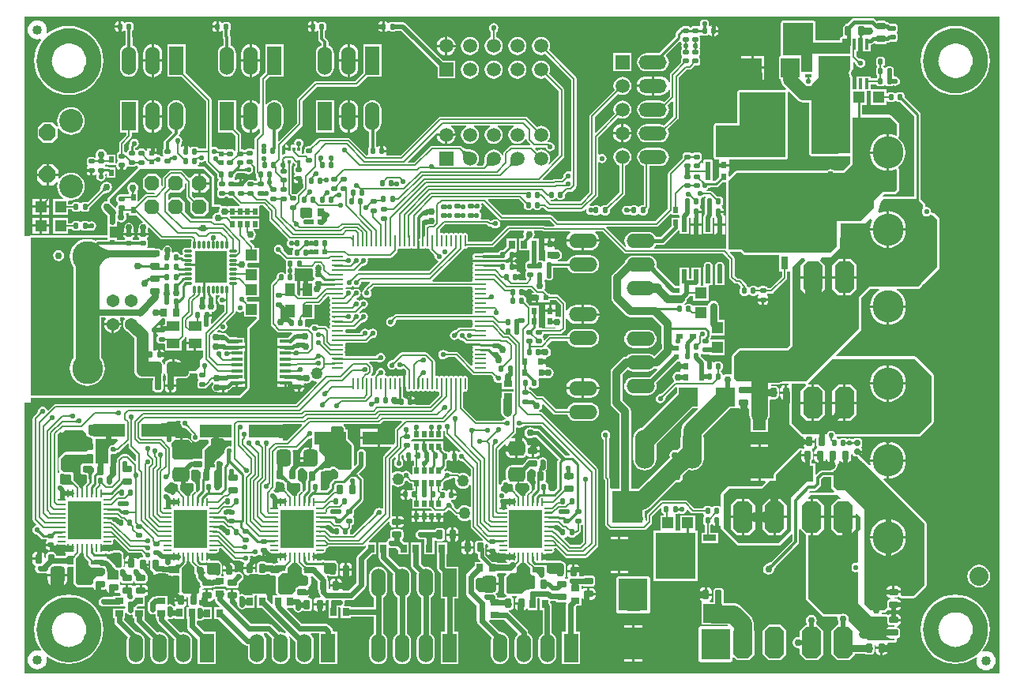
<source format=gtl>
G04 Layer_Physical_Order=1*
G04 Layer_Color=255*
%FSLAX25Y25*%
%MOIN*%
G70*
G01*
G75*
%ADD10C,0.06496*%
%ADD11C,0.00800*%
G04:AMPARAMS|DCode=12|XSize=22mil|YSize=24mil|CornerRadius=4.4mil|HoleSize=0mil|Usage=FLASHONLY|Rotation=0.000|XOffset=0mil|YOffset=0mil|HoleType=Round|Shape=RoundedRectangle|*
%AMROUNDEDRECTD12*
21,1,0.02200,0.01520,0,0,0.0*
21,1,0.01320,0.02400,0,0,0.0*
1,1,0.00880,0.00660,-0.00760*
1,1,0.00880,-0.00660,-0.00760*
1,1,0.00880,-0.00660,0.00760*
1,1,0.00880,0.00660,0.00760*
%
%ADD12ROUNDEDRECTD12*%
G04:AMPARAMS|DCode=13|XSize=22mil|YSize=24mil|CornerRadius=4.4mil|HoleSize=0mil|Usage=FLASHONLY|Rotation=270.000|XOffset=0mil|YOffset=0mil|HoleType=Round|Shape=RoundedRectangle|*
%AMROUNDEDRECTD13*
21,1,0.02200,0.01520,0,0,270.0*
21,1,0.01320,0.02400,0,0,270.0*
1,1,0.00880,-0.00760,-0.00660*
1,1,0.00880,-0.00760,0.00660*
1,1,0.00880,0.00760,0.00660*
1,1,0.00880,0.00760,-0.00660*
%
%ADD13ROUNDEDRECTD13*%
%ADD14R,0.01181X0.01772*%
%ADD15R,0.02000X0.02800*%
%ADD16R,0.07900X0.07900*%
%ADD17R,0.07900X0.07900*%
%ADD18R,0.02800X0.02000*%
%ADD19R,0.14173X0.16142*%
%ADD20O,0.00984X0.03347*%
%ADD21O,0.03347X0.00984*%
G04:AMPARAMS|DCode=22|XSize=29.13mil|YSize=39.37mil|CornerRadius=5.83mil|HoleSize=0mil|Usage=FLASHONLY|Rotation=90.000|XOffset=0mil|YOffset=0mil|HoleType=Round|Shape=RoundedRectangle|*
%AMROUNDEDRECTD22*
21,1,0.02913,0.02772,0,0,90.0*
21,1,0.01748,0.03937,0,0,90.0*
1,1,0.01165,0.01386,0.00874*
1,1,0.01165,0.01386,-0.00874*
1,1,0.01165,-0.01386,-0.00874*
1,1,0.01165,-0.01386,0.00874*
%
%ADD22ROUNDEDRECTD22*%
%ADD23R,0.07087X0.05433*%
G04:AMPARAMS|DCode=24|XSize=29.13mil|YSize=39.37mil|CornerRadius=5.83mil|HoleSize=0mil|Usage=FLASHONLY|Rotation=0.000|XOffset=0mil|YOffset=0mil|HoleType=Round|Shape=RoundedRectangle|*
%AMROUNDEDRECTD24*
21,1,0.02913,0.02772,0,0,0.0*
21,1,0.01748,0.03937,0,0,0.0*
1,1,0.01165,0.00874,-0.01386*
1,1,0.01165,-0.00874,-0.01386*
1,1,0.01165,-0.00874,0.01386*
1,1,0.01165,0.00874,0.01386*
%
%ADD24ROUNDEDRECTD24*%
%ADD25R,0.02638X0.03465*%
%ADD26R,0.03465X0.02638*%
G04:AMPARAMS|DCode=27|XSize=50mil|YSize=50mil|CornerRadius=25mil|HoleSize=0mil|Usage=FLASHONLY|Rotation=270.000|XOffset=0mil|YOffset=0mil|HoleType=Round|Shape=RoundedRectangle|*
%AMROUNDEDRECTD27*
21,1,0.05000,0.00000,0,0,270.0*
21,1,0.00000,0.05000,0,0,270.0*
1,1,0.05000,0.00000,0.00000*
1,1,0.05000,0.00000,0.00000*
1,1,0.05000,0.00000,0.00000*
1,1,0.05000,0.00000,0.00000*
%
%ADD27ROUNDEDRECTD27*%
%ADD28R,0.04800X0.04800*%
%ADD29R,0.04800X0.04800*%
%ADD30R,0.04200X0.05200*%
%ADD31R,0.02362X0.03150*%
%ADD32R,0.02400X0.02400*%
%ADD33R,0.12600X0.06300*%
%ADD34R,0.05200X0.04200*%
%ADD35R,0.05433X0.07087*%
%ADD36C,0.06000*%
G04:AMPARAMS|DCode=37|XSize=40mil|YSize=40mil|CornerRadius=20mil|HoleSize=0mil|Usage=FLASHONLY|Rotation=0.000|XOffset=0mil|YOffset=0mil|HoleType=Round|Shape=RoundedRectangle|*
%AMROUNDEDRECTD37*
21,1,0.04000,0.00000,0,0,0.0*
21,1,0.00000,0.04000,0,0,0.0*
1,1,0.04000,0.00000,0.00000*
1,1,0.04000,0.00000,0.00000*
1,1,0.04000,0.00000,0.00000*
1,1,0.04000,0.00000,0.00000*
%
%ADD37ROUNDEDRECTD37*%
%ADD38R,0.02400X0.06000*%
%ADD39R,0.05000X0.01500*%
%ADD40R,0.02000X0.02600*%
G04:AMPARAMS|DCode=41|XSize=63mil|YSize=71mil|CornerRadius=15.75mil|HoleSize=0mil|Usage=FLASHONLY|Rotation=90.000|XOffset=0mil|YOffset=0mil|HoleType=Round|Shape=RoundedRectangle|*
%AMROUNDEDRECTD41*
21,1,0.06300,0.03950,0,0,90.0*
21,1,0.03150,0.07100,0,0,90.0*
1,1,0.03150,0.01975,0.01575*
1,1,0.03150,0.01975,-0.01575*
1,1,0.03150,-0.01975,-0.01575*
1,1,0.03150,-0.01975,0.01575*
%
%ADD41ROUNDEDRECTD41*%
G04:AMPARAMS|DCode=42|XSize=63mil|YSize=71mil|CornerRadius=15.75mil|HoleSize=0mil|Usage=FLASHONLY|Rotation=180.000|XOffset=0mil|YOffset=0mil|HoleType=Round|Shape=RoundedRectangle|*
%AMROUNDEDRECTD42*
21,1,0.06300,0.03950,0,0,180.0*
21,1,0.03150,0.07100,0,0,180.0*
1,1,0.03150,-0.01575,0.01975*
1,1,0.03150,0.01575,0.01975*
1,1,0.03150,0.01575,-0.01975*
1,1,0.03150,-0.01575,-0.01975*
%
%ADD42ROUNDEDRECTD42*%
%ADD43R,0.13386X0.05512*%
G04:AMPARAMS|DCode=44|XSize=52mil|YSize=60mil|CornerRadius=13mil|HoleSize=0mil|Usage=FLASHONLY|Rotation=180.000|XOffset=0mil|YOffset=0mil|HoleType=Round|Shape=RoundedRectangle|*
%AMROUNDEDRECTD44*
21,1,0.05200,0.03400,0,0,180.0*
21,1,0.02600,0.06000,0,0,180.0*
1,1,0.02600,-0.01300,0.01700*
1,1,0.02600,0.01300,0.01700*
1,1,0.02600,0.01300,-0.01700*
1,1,0.02600,-0.01300,-0.01700*
%
%ADD44ROUNDEDRECTD44*%
%ADD45R,0.05512X0.13386*%
%ADD46R,0.05600X0.02800*%
%ADD47R,0.17000X0.19700*%
%ADD48R,0.19700X0.17000*%
%ADD49R,0.02800X0.05600*%
%ADD50R,0.02165X0.01968*%
%ADD51O,0.00984X0.05118*%
%ADD52O,0.05118X0.00984*%
%ADD53R,0.01968X0.02165*%
%ADD54R,0.13700X0.13700*%
G04:AMPARAMS|DCode=55|XSize=11.02mil|YSize=31.5mil|CornerRadius=4.41mil|HoleSize=0mil|Usage=FLASHONLY|Rotation=270.000|XOffset=0mil|YOffset=0mil|HoleType=Round|Shape=RoundedRectangle|*
%AMROUNDEDRECTD55*
21,1,0.01102,0.02268,0,0,270.0*
21,1,0.00220,0.03150,0,0,270.0*
1,1,0.00882,-0.01134,-0.00110*
1,1,0.00882,-0.01134,0.00110*
1,1,0.00882,0.01134,0.00110*
1,1,0.00882,0.01134,-0.00110*
%
%ADD55ROUNDEDRECTD55*%
G04:AMPARAMS|DCode=56|XSize=11.02mil|YSize=31.5mil|CornerRadius=4.41mil|HoleSize=0mil|Usage=FLASHONLY|Rotation=180.000|XOffset=0mil|YOffset=0mil|HoleType=Round|Shape=RoundedRectangle|*
%AMROUNDEDRECTD56*
21,1,0.01102,0.02268,0,0,180.0*
21,1,0.00220,0.03150,0,0,180.0*
1,1,0.00882,-0.00110,0.01134*
1,1,0.00882,0.00110,0.01134*
1,1,0.00882,0.00110,-0.01134*
1,1,0.00882,-0.00110,-0.01134*
%
%ADD56ROUNDEDRECTD56*%
G04:AMPARAMS|DCode=57|XSize=23.62mil|YSize=24mil|CornerRadius=4.72mil|HoleSize=0mil|Usage=FLASHONLY|Rotation=90.000|XOffset=0mil|YOffset=0mil|HoleType=Round|Shape=RoundedRectangle|*
%AMROUNDEDRECTD57*
21,1,0.02362,0.01455,0,0,90.0*
21,1,0.01417,0.02400,0,0,90.0*
1,1,0.00945,0.00728,0.00709*
1,1,0.00945,0.00728,-0.00709*
1,1,0.00945,-0.00728,-0.00709*
1,1,0.00945,-0.00728,0.00709*
%
%ADD57ROUNDEDRECTD57*%
%ADD58R,0.05118X0.07087*%
%ADD59R,0.01720X0.04528*%
%ADD60R,0.02756X0.01654*%
%ADD61R,0.07283X0.09331*%
%ADD62R,0.11220X0.25984*%
%ADD63C,0.00600*%
%ADD64C,0.01100*%
%ADD65C,0.01200*%
%ADD66C,0.01000*%
%ADD67C,0.00700*%
%ADD68C,0.01500*%
%ADD69C,0.02200*%
%ADD70C,0.02000*%
%ADD71C,0.00950*%
%ADD72C,0.01400*%
%ADD73C,0.02400*%
%ADD74C,0.01600*%
%ADD75C,0.01800*%
%ADD76C,0.02300*%
%ADD77C,0.07500*%
%ADD78C,0.03600*%
%ADD79C,0.03000*%
%ADD80C,0.02500*%
%ADD81C,0.00900*%
%ADD82C,0.05000*%
%ADD83C,0.07000*%
%ADD84C,0.02700*%
%ADD85C,0.03200*%
%ADD86C,0.01150*%
%ADD87C,0.03500*%
%ADD88C,0.02800*%
%ADD89C,0.10000*%
%ADD90C,0.03400*%
%ADD91C,0.04000*%
%ADD92C,0.01700*%
%ADD93C,0.06000*%
%ADD94C,0.03300*%
%ADD95R,0.18600X0.07825*%
%ADD96R,0.12200X0.13400*%
%ADD97R,0.12800X0.13200*%
%ADD98R,0.12300X0.13500*%
%ADD99R,0.12200X0.13300*%
%ADD100R,0.12300X0.13100*%
%ADD101R,0.13800X0.11600*%
%ADD102R,0.13200X0.12548*%
%ADD103R,0.06000X0.12000*%
%ADD104O,0.06000X0.12000*%
G04:AMPARAMS|DCode=105|XSize=133mil|YSize=83mil|CornerRadius=0mil|HoleSize=0mil|Usage=FLASHONLY|Rotation=270.000|XOffset=0mil|YOffset=0mil|HoleType=Round|Shape=Octagon|*
%AMOCTAGOND105*
4,1,8,-0.02075,-0.06650,0.02075,-0.06650,0.04150,-0.04575,0.04150,0.04575,0.02075,0.06650,-0.02075,0.06650,-0.04150,0.04575,-0.04150,-0.04575,-0.02075,-0.06650,0.0*
%
%ADD105OCTAGOND105*%

%ADD106O,0.12000X0.06000*%
%ADD107C,0.08000*%
%ADD108P,0.07577X8X292.5*%
%ADD109C,0.10000*%
%ADD110C,0.05400*%
%ADD111C,0.13050*%
%ADD112P,0.06711X8X22.5*%
%ADD113O,0.08250X0.16500*%
%ADD114R,0.05905X0.05905*%
%ADD115C,0.05905*%
%ADD116O,0.13000X0.13600*%
%ADD117O,0.11811X0.05905*%
%ADD118R,0.05905X0.05905*%
%ADD119C,0.02200*%
%ADD120C,0.03000*%
%ADD121C,0.03200*%
%ADD122C,0.02900*%
G36*
X128467Y-114636D02*
X128544Y-114693D01*
X128627Y-114743D01*
X128716Y-114785D01*
X128812Y-114822D01*
X128914Y-114851D01*
X129023Y-114873D01*
X129139Y-114889D01*
X129261Y-114898D01*
X129389Y-114900D01*
X128300Y-115989D01*
X128298Y-115861D01*
X128289Y-115739D01*
X128273Y-115623D01*
X128251Y-115514D01*
X128221Y-115412D01*
X128185Y-115316D01*
X128142Y-115227D01*
X128093Y-115144D01*
X128036Y-115067D01*
X127973Y-114997D01*
X128397Y-114573D01*
X128467Y-114636D01*
D02*
G37*
G36*
X8974Y-116309D02*
X8964Y-116286D01*
X8946Y-116265D01*
X8921Y-116246D01*
X8889Y-116230D01*
X8850Y-116217D01*
X8804Y-116206D01*
X8751Y-116197D01*
X8691Y-116191D01*
X8550Y-116186D01*
Y-115586D01*
X8624Y-115585D01*
X8751Y-115575D01*
X8804Y-115566D01*
X8850Y-115555D01*
X8889Y-115541D01*
X8921Y-115525D01*
X8946Y-115507D01*
X8964Y-115486D01*
X8974Y-115462D01*
Y-116309D01*
D02*
G37*
G36*
X206290Y-114359D02*
X206325Y-114368D01*
X206377Y-114375D01*
X206532Y-114388D01*
X207047Y-114400D01*
X207218Y-114400D01*
Y-116400D01*
X206271Y-116450D01*
Y-114350D01*
X206290Y-114359D01*
D02*
G37*
G36*
X135150Y-113056D02*
X134977Y-114797D01*
X133297Y-113692D01*
X133364Y-113673D01*
X133424Y-113638D01*
X133477Y-113587D01*
X133523Y-113520D01*
X133562Y-113437D01*
X133593Y-113338D01*
X133618Y-113222D01*
X133636Y-113091D01*
X133647Y-112944D01*
X133650Y-112780D01*
X135150Y-113056D01*
D02*
G37*
G36*
X97714Y-114475D02*
X97586Y-114477D01*
X97464Y-114486D01*
X97348Y-114501D01*
X97240Y-114524D01*
X97137Y-114553D01*
X97041Y-114589D01*
X96952Y-114632D01*
X96869Y-114682D01*
X96792Y-114739D01*
X96722Y-114802D01*
X96298Y-114378D01*
X96361Y-114308D01*
X96418Y-114231D01*
X96468Y-114148D01*
X96511Y-114059D01*
X96547Y-113963D01*
X96576Y-113860D01*
X96599Y-113751D01*
X96614Y-113636D01*
X96623Y-113514D01*
X96625Y-113386D01*
X97714Y-114475D01*
D02*
G37*
G36*
X79789Y-114500D02*
X79661Y-114502D01*
X79539Y-114511D01*
X79423Y-114527D01*
X79314Y-114549D01*
X79212Y-114578D01*
X79116Y-114615D01*
X79027Y-114657D01*
X78944Y-114707D01*
X78867Y-114764D01*
X78797Y-114827D01*
X78373Y-114403D01*
X78436Y-114333D01*
X78493Y-114256D01*
X78543Y-114173D01*
X78585Y-114084D01*
X78622Y-113988D01*
X78651Y-113886D01*
X78673Y-113777D01*
X78689Y-113661D01*
X78698Y-113539D01*
X78700Y-113411D01*
X79789Y-114500D01*
D02*
G37*
G36*
X47329Y-116750D02*
X47311Y-116741D01*
X47275Y-116732D01*
X47223Y-116725D01*
X47068Y-116712D01*
X46553Y-116700D01*
X46382Y-116700D01*
Y-114700D01*
X47329Y-114650D01*
Y-116750D01*
D02*
G37*
G36*
X11503Y-118684D02*
X11538Y-118692D01*
X11590Y-118700D01*
X11746Y-118712D01*
X12260Y-118724D01*
X12431Y-118724D01*
Y-120724D01*
X11485Y-120774D01*
Y-118674D01*
X11503Y-118684D01*
D02*
G37*
G36*
X57591Y-121533D02*
X57530Y-121600D01*
X57474Y-121675D01*
X57422Y-121756D01*
X57375Y-121845D01*
X57333Y-121941D01*
X57295Y-122045D01*
X57262Y-122155D01*
X57234Y-122273D01*
X57192Y-122530D01*
X56252Y-121311D01*
X56375Y-121324D01*
X56491Y-121328D01*
X56602Y-121324D01*
X56708Y-121311D01*
X56808Y-121290D01*
X56902Y-121259D01*
X56991Y-121220D01*
X57074Y-121173D01*
X57152Y-121116D01*
X57224Y-121052D01*
X57591Y-121533D01*
D02*
G37*
G36*
X199127Y-123497D02*
X199064Y-123567D01*
X199007Y-123644D01*
X198958Y-123727D01*
X198915Y-123816D01*
X198879Y-123912D01*
X198849Y-124014D01*
X198827Y-124123D01*
X198811Y-124239D01*
X198802Y-124361D01*
X198800Y-124489D01*
X197711Y-123400D01*
X197839Y-123398D01*
X197961Y-123389D01*
X198077Y-123373D01*
X198186Y-123351D01*
X198288Y-123321D01*
X198384Y-123285D01*
X198473Y-123242D01*
X198556Y-123193D01*
X198633Y-123136D01*
X198703Y-123073D01*
X199127Y-123497D01*
D02*
G37*
G36*
X11503Y-114845D02*
X11538Y-114854D01*
X11590Y-114861D01*
X11746Y-114873D01*
X12260Y-114885D01*
X12431Y-114886D01*
Y-116886D01*
X11485Y-116936D01*
Y-114836D01*
X11503Y-114845D01*
D02*
G37*
G36*
X227166Y-117464D02*
X227157Y-117500D01*
X227150Y-117552D01*
X227138Y-117707D01*
X227126Y-118222D01*
X227125Y-118393D01*
X225125D01*
X225075Y-117446D01*
X227175D01*
X227166Y-117464D01*
D02*
G37*
G36*
X42084Y-118493D02*
X42108Y-118783D01*
X42129Y-118912D01*
X42156Y-119030D01*
X42189Y-119138D01*
X42228Y-119235D01*
X42273Y-119320D01*
X42324Y-119395D01*
X42381Y-119459D01*
X40281D01*
X40338Y-119395D01*
X40389Y-119320D01*
X40434Y-119235D01*
X40473Y-119138D01*
X40506Y-119030D01*
X40533Y-118912D01*
X40554Y-118783D01*
X40569Y-118644D01*
X40581Y-118332D01*
X42081D01*
X42084Y-118493D01*
D02*
G37*
G36*
X79492Y-108156D02*
X79386Y-108126D01*
X78978Y-108039D01*
X78881Y-108025D01*
X78598Y-108002D01*
X78508Y-108000D01*
X78082Y-107400D01*
X78185Y-107395D01*
X78279Y-107379D01*
X78364Y-107353D01*
X78441Y-107317D01*
X78510Y-107271D01*
X78569Y-107214D01*
X78620Y-107147D01*
X78663Y-107069D01*
X78697Y-106981D01*
X78722Y-106883D01*
X79492Y-108156D01*
D02*
G37*
G36*
X96983Y-109137D02*
X96888Y-109049D01*
X96793Y-108971D01*
X96698Y-108902D01*
X96604Y-108841D01*
X96510Y-108791D01*
X96415Y-108749D01*
X96321Y-108716D01*
X96227Y-108693D01*
X96133Y-108679D01*
X96040Y-108675D01*
X96025Y-108075D01*
X96120Y-108070D01*
X96214Y-108056D01*
X96308Y-108032D01*
X96401Y-107999D01*
X96494Y-107956D01*
X96586Y-107903D01*
X96677Y-107841D01*
X96768Y-107770D01*
X96858Y-107688D01*
X96947Y-107598D01*
X96983Y-109137D01*
D02*
G37*
G36*
X85852Y-109372D02*
X85789Y-109442D01*
X85732Y-109518D01*
X85683Y-109601D01*
X85640Y-109691D01*
X85604Y-109787D01*
X85574Y-109889D01*
X85552Y-109998D01*
X85536Y-110114D01*
X85527Y-110235D01*
X85525Y-110364D01*
X84436Y-109275D01*
X84565Y-109273D01*
X84686Y-109264D01*
X84802Y-109248D01*
X84911Y-109226D01*
X85013Y-109196D01*
X85109Y-109160D01*
X85199Y-109117D01*
X85282Y-109068D01*
X85358Y-109011D01*
X85428Y-108948D01*
X85852Y-109372D01*
D02*
G37*
G36*
X-19088Y-104984D02*
X-19058Y-104988D01*
X-18944Y-104993D01*
X-18180Y-105000D01*
X-18000Y-107000D01*
X-18171Y-107001D01*
X-18902Y-107049D01*
X-18940Y-107062D01*
X-18961Y-107076D01*
X-19101Y-104981D01*
X-19088Y-104984D01*
D02*
G37*
G36*
X12513Y-106341D02*
X12477Y-106430D01*
X12454Y-106517D01*
X12444Y-106603D01*
X12447Y-106687D01*
X12463Y-106770D01*
X12492Y-106851D01*
X12535Y-106930D01*
X12590Y-107008D01*
X12659Y-107084D01*
X11960Y-107234D01*
X11897Y-107173D01*
X11757Y-107054D01*
X11680Y-106995D01*
X11420Y-106821D01*
X11324Y-106764D01*
X11118Y-106651D01*
X12563Y-106250D01*
X12513Y-106341D01*
D02*
G37*
G36*
X53389Y-107600D02*
X53261Y-107602D01*
X53139Y-107611D01*
X53023Y-107627D01*
X52914Y-107649D01*
X52812Y-107678D01*
X52716Y-107715D01*
X52627Y-107757D01*
X52544Y-107807D01*
X52467Y-107864D01*
X52397Y-107927D01*
X51973Y-107503D01*
X52036Y-107433D01*
X52093Y-107356D01*
X52143Y-107273D01*
X52185Y-107184D01*
X52222Y-107088D01*
X52251Y-106986D01*
X52273Y-106877D01*
X52289Y-106761D01*
X52298Y-106639D01*
X52300Y-106511D01*
X53389Y-107600D01*
D02*
G37*
G36*
X52888Y-110438D02*
X52785Y-110355D01*
X52584Y-110215D01*
X52485Y-110158D01*
X52387Y-110110D01*
X52290Y-110070D01*
X52195Y-110039D01*
X52100Y-110018D01*
X52007Y-110004D01*
X51915Y-110000D01*
X51858Y-109400D01*
X51955Y-109395D01*
X52049Y-109380D01*
X52142Y-109355D01*
X52233Y-109321D01*
X52323Y-109276D01*
X52411Y-109222D01*
X52498Y-109157D01*
X52583Y-109083D01*
X52666Y-108999D01*
X52748Y-108905D01*
X52888Y-110438D01*
D02*
G37*
G36*
X72548Y-113103D02*
X72417Y-113045D01*
X71948Y-112876D01*
X71845Y-112848D01*
X71657Y-112812D01*
X71571Y-112803D01*
X71491Y-112800D01*
X71245Y-112200D01*
X71345Y-112195D01*
X71440Y-112179D01*
X71529Y-112152D01*
X71612Y-112115D01*
X71689Y-112067D01*
X71760Y-112009D01*
X71826Y-111940D01*
X71886Y-111860D01*
X71940Y-111769D01*
X71988Y-111668D01*
X72548Y-113103D01*
D02*
G37*
G36*
X45421Y-113333D02*
X45295Y-113288D01*
X44839Y-113155D01*
X44737Y-113134D01*
X44549Y-113105D01*
X44462Y-113098D01*
X44381Y-113096D01*
X44058Y-112496D01*
X44159Y-112491D01*
X44254Y-112475D01*
X44341Y-112449D01*
X44421Y-112411D01*
X44494Y-112364D01*
X44560Y-112306D01*
X44619Y-112237D01*
X44670Y-112157D01*
X44714Y-112067D01*
X44752Y-111967D01*
X45421Y-113333D01*
D02*
G37*
G36*
X149229Y-114650D02*
X149211Y-114640D01*
X149175Y-114632D01*
X149123Y-114625D01*
X148968Y-114612D01*
X148453Y-114601D01*
X148282Y-114600D01*
Y-112600D01*
X149229Y-112550D01*
Y-114650D01*
D02*
G37*
G36*
X88578Y-109619D02*
X88670Y-109699D01*
X88763Y-109770D01*
X88856Y-109831D01*
X88949Y-109882D01*
X89043Y-109925D01*
X89136Y-109958D01*
X89230Y-109981D01*
X89324Y-109995D01*
X89418Y-110000D01*
Y-110600D01*
X89324Y-110605D01*
X89230Y-110619D01*
X89136Y-110642D01*
X89043Y-110675D01*
X88949Y-110717D01*
X88856Y-110769D01*
X88763Y-110830D01*
X88670Y-110901D01*
X88578Y-110981D01*
X88486Y-111070D01*
Y-109530D01*
X88578Y-109619D01*
D02*
G37*
G36*
X206172Y-110300D02*
X206471D01*
Y-109750D01*
X206489Y-109759D01*
X206525Y-109768D01*
X206577Y-109775D01*
X206732Y-109787D01*
X207247Y-109800D01*
X207418Y-109800D01*
Y-110300D01*
X208354D01*
Y-111300D01*
X207418D01*
Y-111800D01*
X206471Y-111850D01*
Y-111300D01*
X206172D01*
Y-112739D01*
X205672Y-113149D01*
X205200Y-113055D01*
X204303Y-113233D01*
X203542Y-113742D01*
X203033Y-114503D01*
X202855Y-115400D01*
X203033Y-116297D01*
X203306Y-116706D01*
X203307Y-117303D01*
X203214Y-117400D01*
X198526Y-122088D01*
X198360Y-122113D01*
X198338Y-122126D01*
X198313Y-122131D01*
X198168Y-122228D01*
X198019Y-122317D01*
X197988Y-122344D01*
X197983Y-122347D01*
X197968Y-122353D01*
X197942Y-122360D01*
X197905Y-122368D01*
X197855Y-122374D01*
X197794Y-122379D01*
X197694Y-122381D01*
X197508Y-122421D01*
X197321Y-122458D01*
X197314Y-122463D01*
X197306Y-122465D01*
X197149Y-122573D01*
X196990Y-122679D01*
X196985Y-122686D01*
X196978Y-122691D01*
X196967Y-122709D01*
X196959Y-122710D01*
X196330Y-123130D01*
X195910Y-123759D01*
X195763Y-124500D01*
X195910Y-125241D01*
X196330Y-125870D01*
X196959Y-126290D01*
X197700Y-126437D01*
X198441Y-126290D01*
X199070Y-125870D01*
X199490Y-125241D01*
X199491Y-125233D01*
X199509Y-125222D01*
X199514Y-125215D01*
X199521Y-125210D01*
X199627Y-125051D01*
X199735Y-124894D01*
X199737Y-124886D01*
X199742Y-124879D01*
X199779Y-124692D01*
X199819Y-124506D01*
X199821Y-124406D01*
X199826Y-124345D01*
X199832Y-124295D01*
X199840Y-124258D01*
X199847Y-124232D01*
X199853Y-124217D01*
X199856Y-124212D01*
X199883Y-124181D01*
X199972Y-124032D01*
X200069Y-123887D01*
X200074Y-123862D01*
X200087Y-123840D01*
X200112Y-123674D01*
X204250Y-119536D01*
X204750Y-119743D01*
Y-121960D01*
X189951Y-136759D01*
X189814Y-136777D01*
X188616Y-137273D01*
X187587Y-138062D01*
X186798Y-139091D01*
X186302Y-140289D01*
X186133Y-141575D01*
Y-149825D01*
X186302Y-151111D01*
X186798Y-152309D01*
X187587Y-153338D01*
X188616Y-154127D01*
X189814Y-154623D01*
X191100Y-154792D01*
X192386Y-154623D01*
X193584Y-154127D01*
X194613Y-153338D01*
X195402Y-152309D01*
X195898Y-151111D01*
X196068Y-149825D01*
Y-143623D01*
X211240Y-128450D01*
X213381D01*
X213572Y-128912D01*
X207855Y-134629D01*
X207126Y-135579D01*
X206667Y-136686D01*
X206511Y-137874D01*
Y-139785D01*
X206302Y-140289D01*
X206133Y-141575D01*
Y-144877D01*
X204696Y-146313D01*
X203900Y-146155D01*
X203003Y-146333D01*
X202242Y-146842D01*
X201733Y-147603D01*
X201555Y-148500D01*
X201713Y-149296D01*
X188529Y-162480D01*
X185298D01*
Y-129700D01*
X185108Y-128744D01*
X184566Y-127934D01*
X181698Y-125065D01*
Y-114435D01*
X183891Y-112241D01*
X184384Y-112619D01*
X185308Y-113002D01*
X186300Y-113133D01*
X192300D01*
X193292Y-113002D01*
X194216Y-112619D01*
X195010Y-112010D01*
X195173Y-111798D01*
X196100D01*
X196187Y-111781D01*
X196433Y-112241D01*
X193102Y-115573D01*
X192300Y-115467D01*
X186300D01*
X185308Y-115598D01*
X184384Y-115981D01*
X183590Y-116590D01*
X182981Y-117384D01*
X182598Y-118308D01*
X182467Y-119300D01*
X182598Y-120292D01*
X182981Y-121216D01*
X183590Y-122010D01*
X184384Y-122619D01*
X185308Y-123002D01*
X186300Y-123133D01*
X192300D01*
X193292Y-123002D01*
X194216Y-122619D01*
X195010Y-122010D01*
X195619Y-121216D01*
X196002Y-120292D01*
X196133Y-119300D01*
X196002Y-118308D01*
X195872Y-117994D01*
X205138Y-108728D01*
X206172D01*
Y-110300D01*
D02*
G37*
G36*
X6106Y-111553D02*
X6026Y-111645D01*
X5956Y-111738D01*
X5894Y-111831D01*
X5843Y-111924D01*
X5800Y-112017D01*
X5768Y-112111D01*
X5744Y-112205D01*
X5730Y-112299D01*
X5725Y-112393D01*
X5125D01*
X5121Y-112299D01*
X5106Y-112205D01*
X5083Y-112111D01*
X5050Y-112017D01*
X5008Y-111924D01*
X4956Y-111831D01*
X4895Y-111738D01*
X4824Y-111645D01*
X4744Y-111553D01*
X4655Y-111460D01*
X6195D01*
X6106Y-111553D01*
D02*
G37*
G36*
X139078Y-134219D02*
X139170Y-134299D01*
X139263Y-134370D01*
X139356Y-134431D01*
X139449Y-134483D01*
X139542Y-134525D01*
X139636Y-134558D01*
X139730Y-134581D01*
X139824Y-134595D01*
X139918Y-134600D01*
Y-135200D01*
X139824Y-135205D01*
X139730Y-135219D01*
X139636Y-135242D01*
X139542Y-135275D01*
X139449Y-135318D01*
X139356Y-135369D01*
X139263Y-135430D01*
X139170Y-135501D01*
X139078Y-135581D01*
X138986Y-135670D01*
Y-134130D01*
X139078Y-134219D01*
D02*
G37*
G36*
X132414Y-135670D02*
X132322Y-135581D01*
X132230Y-135501D01*
X132137Y-135430D01*
X132044Y-135369D01*
X131951Y-135318D01*
X131858Y-135275D01*
X131764Y-135242D01*
X131670Y-135219D01*
X131576Y-135205D01*
X131482Y-135200D01*
Y-134600D01*
X131576Y-134595D01*
X131670Y-134581D01*
X131764Y-134558D01*
X131858Y-134525D01*
X131951Y-134483D01*
X132044Y-134431D01*
X132137Y-134370D01*
X132230Y-134299D01*
X132322Y-134219D01*
X132414Y-134130D01*
Y-135670D01*
D02*
G37*
G36*
X-1798Y-135039D02*
X-1789Y-135161D01*
X-1773Y-135277D01*
X-1751Y-135386D01*
X-1722Y-135488D01*
X-1685Y-135584D01*
X-1643Y-135673D01*
X-1593Y-135756D01*
X-1536Y-135833D01*
X-1473Y-135903D01*
X-1897Y-136327D01*
X-1967Y-136264D01*
X-2044Y-136207D01*
X-2127Y-136158D01*
X-2216Y-136115D01*
X-2312Y-136079D01*
X-2414Y-136049D01*
X-2523Y-136027D01*
X-2639Y-136011D01*
X-2761Y-136002D01*
X-2889Y-136000D01*
X-1800Y-134911D01*
X-1798Y-135039D01*
D02*
G37*
G36*
X111881Y-133878D02*
X111801Y-133970D01*
X111730Y-134063D01*
X111669Y-134156D01*
X111618Y-134249D01*
X111575Y-134343D01*
X111542Y-134436D01*
X111519Y-134530D01*
X111505Y-134624D01*
X111500Y-134718D01*
X110900D01*
X110895Y-134624D01*
X110881Y-134530D01*
X110858Y-134436D01*
X110825Y-134343D01*
X110783Y-134249D01*
X110731Y-134156D01*
X110670Y-134063D01*
X110599Y-133970D01*
X110519Y-133878D01*
X110430Y-133786D01*
X111970D01*
X111881Y-133878D01*
D02*
G37*
G36*
X-48412Y-134838D02*
X-48515Y-134755D01*
X-48716Y-134615D01*
X-48815Y-134558D01*
X-48913Y-134510D01*
X-49010Y-134470D01*
X-49105Y-134439D01*
X-49200Y-134417D01*
X-49293Y-134404D01*
X-49385Y-134400D01*
X-49442Y-133800D01*
X-49345Y-133795D01*
X-49251Y-133780D01*
X-49158Y-133755D01*
X-49066Y-133721D01*
X-48977Y-133676D01*
X-48889Y-133622D01*
X-48802Y-133557D01*
X-48717Y-133483D01*
X-48634Y-133399D01*
X-48552Y-133305D01*
X-48412Y-134838D01*
D02*
G37*
G36*
X88730Y-134383D02*
X85932Y-137182D01*
X85824Y-137344D01*
X85756D01*
X85600Y-137500D01*
Y-141097D01*
X85208Y-141408D01*
X82200Y-140700D01*
X79800Y-138300D01*
Y-137344D01*
X79400D01*
Y-141100D01*
Y-144856D01*
X84105D01*
X84296Y-145318D01*
X81550Y-148064D01*
X81007Y-148607D01*
X80764Y-148971D01*
X80678Y-149400D01*
X80678Y-149400D01*
Y-170761D01*
X80178Y-171002D01*
X79741Y-170710D01*
X79000Y-170563D01*
X78259Y-170710D01*
X77630Y-171130D01*
X77210Y-171759D01*
X77209Y-171767D01*
X77191Y-171778D01*
X77186Y-171785D01*
X77179Y-171790D01*
X77073Y-171949D01*
X76965Y-172106D01*
X76963Y-172114D01*
X76958Y-172121D01*
X76921Y-172308D01*
X76881Y-172494D01*
X76879Y-172594D01*
X76875Y-172655D01*
X76868Y-172705D01*
X76860Y-172742D01*
X76853Y-172767D01*
X76847Y-172783D01*
X76844Y-172788D01*
X76817Y-172819D01*
X76728Y-172968D01*
X76631Y-173113D01*
X76626Y-173138D01*
X76613Y-173160D01*
X76588Y-173326D01*
X68135Y-181778D01*
X67005D01*
X66688Y-181392D01*
X66694Y-181360D01*
Y-180262D01*
X67293Y-179663D01*
X67536Y-179299D01*
X67622Y-178870D01*
X67622Y-178870D01*
Y-177942D01*
X67744Y-177918D01*
X68154Y-177644D01*
X68428Y-177234D01*
X68524Y-176750D01*
Y-175430D01*
X68428Y-174946D01*
X68154Y-174536D01*
X68094Y-174496D01*
Y-173894D01*
X68154Y-173854D01*
X68428Y-173444D01*
X68524Y-172960D01*
Y-171640D01*
X68476Y-171398D01*
X72137Y-167737D01*
X72425Y-167307D01*
X72526Y-166800D01*
Y-158800D01*
X72425Y-158293D01*
X72137Y-157863D01*
X70585Y-156310D01*
X72898Y-153998D01*
X73296Y-153402D01*
X73435Y-152700D01*
Y-148313D01*
X73537Y-147800D01*
X73390Y-147059D01*
X72970Y-146430D01*
X72341Y-146010D01*
X72290Y-146000D01*
X71600Y-145863D01*
X70859Y-146010D01*
X70230Y-146430D01*
X69810Y-147059D01*
X69663Y-147800D01*
X69765Y-148313D01*
Y-151940D01*
X68782Y-152923D01*
X68320Y-152732D01*
Y-144200D01*
X68242Y-143810D01*
X68021Y-143479D01*
X65921Y-141378D01*
Y-137544D01*
X64837D01*
Y-137300D01*
X64690Y-136559D01*
X64270Y-135930D01*
X64107Y-135822D01*
X64259Y-135322D01*
X78900D01*
X78900Y-135322D01*
X79329Y-135236D01*
X79693Y-134993D01*
X80765Y-133922D01*
X88539D01*
X88730Y-134383D01*
D02*
G37*
G36*
X108581Y-137078D02*
X108501Y-137170D01*
X108430Y-137263D01*
X108369Y-137356D01*
X108317Y-137449D01*
X108275Y-137542D01*
X108242Y-137636D01*
X108219Y-137730D01*
X108205Y-137824D01*
X108200Y-137918D01*
X107600D01*
X107595Y-137824D01*
X107581Y-137730D01*
X107558Y-137636D01*
X107525Y-137542D01*
X107483Y-137449D01*
X107431Y-137356D01*
X107370Y-137263D01*
X107299Y-137170D01*
X107219Y-137078D01*
X107130Y-136986D01*
X108670D01*
X108581Y-137078D01*
D02*
G37*
G36*
X124114Y-138570D02*
X124022Y-138481D01*
X123930Y-138401D01*
X123837Y-138330D01*
X123744Y-138269D01*
X123651Y-138217D01*
X123557Y-138175D01*
X123464Y-138142D01*
X123370Y-138119D01*
X123276Y-138105D01*
X123182Y-138100D01*
Y-137500D01*
X123276Y-137495D01*
X123370Y-137481D01*
X123464Y-137458D01*
X123557Y-137425D01*
X123651Y-137382D01*
X123744Y-137331D01*
X123837Y-137270D01*
X123930Y-137199D01*
X124022Y-137119D01*
X124114Y-137030D01*
Y-138570D01*
D02*
G37*
G36*
X119078Y-137119D02*
X119170Y-137199D01*
X119263Y-137270D01*
X119356Y-137331D01*
X119449Y-137382D01*
X119543Y-137425D01*
X119636Y-137458D01*
X119730Y-137481D01*
X119824Y-137495D01*
X119918Y-137500D01*
Y-138100D01*
X119824Y-138105D01*
X119730Y-138119D01*
X119636Y-138142D01*
X119543Y-138175D01*
X119449Y-138217D01*
X119356Y-138269D01*
X119263Y-138330D01*
X119170Y-138401D01*
X119078Y-138481D01*
X118986Y-138570D01*
Y-137030D01*
X119078Y-137119D01*
D02*
G37*
G36*
X129489Y-138700D02*
X129361Y-138702D01*
X129239Y-138711D01*
X129123Y-138727D01*
X129014Y-138749D01*
X128912Y-138778D01*
X128816Y-138815D01*
X128727Y-138857D01*
X128644Y-138907D01*
X128567Y-138964D01*
X128497Y-139027D01*
X128073Y-138603D01*
X128136Y-138533D01*
X128193Y-138456D01*
X128243Y-138373D01*
X128285Y-138284D01*
X128322Y-138188D01*
X128351Y-138086D01*
X128373Y-137977D01*
X128389Y-137861D01*
X128398Y-137739D01*
X128400Y-137611D01*
X129489Y-138700D01*
D02*
G37*
G36*
X104981Y-137378D02*
X104901Y-137470D01*
X104830Y-137563D01*
X104769Y-137656D01*
X104718Y-137749D01*
X104675Y-137843D01*
X104642Y-137936D01*
X104619Y-138030D01*
X104605Y-138124D01*
X104600Y-138218D01*
X104000D01*
X103995Y-138124D01*
X103981Y-138030D01*
X103958Y-137936D01*
X103925Y-137843D01*
X103883Y-137749D01*
X103831Y-137656D01*
X103770Y-137563D01*
X103699Y-137470D01*
X103619Y-137378D01*
X103530Y-137286D01*
X105070D01*
X104981Y-137378D01*
D02*
G37*
G36*
X101781D02*
X101701Y-137470D01*
X101630Y-137563D01*
X101569Y-137656D01*
X101517Y-137749D01*
X101475Y-137843D01*
X101442Y-137936D01*
X101419Y-138030D01*
X101405Y-138124D01*
X101400Y-138218D01*
X100800D01*
X100795Y-138124D01*
X100781Y-138030D01*
X100758Y-137936D01*
X100725Y-137843D01*
X100682Y-137749D01*
X100631Y-137656D01*
X100570Y-137563D01*
X100499Y-137470D01*
X100419Y-137378D01*
X100330Y-137286D01*
X101870D01*
X101781Y-137378D01*
D02*
G37*
G36*
X95381D02*
X95301Y-137470D01*
X95230Y-137563D01*
X95169Y-137656D01*
X95117Y-137749D01*
X95075Y-137843D01*
X95042Y-137936D01*
X95019Y-138030D01*
X95005Y-138124D01*
X95000Y-138218D01*
X94400D01*
X94395Y-138124D01*
X94381Y-138030D01*
X94358Y-137936D01*
X94325Y-137843D01*
X94283Y-137749D01*
X94231Y-137656D01*
X94170Y-137563D01*
X94099Y-137470D01*
X94019Y-137378D01*
X93930Y-137286D01*
X95470D01*
X95381Y-137378D01*
D02*
G37*
G36*
X86935Y-124598D02*
X86973Y-124619D01*
X87028Y-124638D01*
X87100Y-124654D01*
X87188Y-124668D01*
X87413Y-124689D01*
X87704Y-124699D01*
X87875Y-124700D01*
X87038Y-126700D01*
X86352Y-126598D01*
X86912Y-124574D01*
X86935Y-124598D01*
D02*
G37*
G36*
X56427Y-126097D02*
X56364Y-126167D01*
X56307Y-126244D01*
X56257Y-126327D01*
X56215Y-126416D01*
X56178Y-126512D01*
X56149Y-126614D01*
X56127Y-126723D01*
X56111Y-126839D01*
X56102Y-126961D01*
X56100Y-127089D01*
X55011Y-126000D01*
X55139Y-125998D01*
X55261Y-125989D01*
X55377Y-125973D01*
X55486Y-125951D01*
X55588Y-125921D01*
X55684Y-125885D01*
X55773Y-125842D01*
X55856Y-125793D01*
X55933Y-125736D01*
X56003Y-125673D01*
X56427Y-126097D01*
D02*
G37*
G36*
X62527Y-126497D02*
X62464Y-126567D01*
X62407Y-126644D01*
X62357Y-126727D01*
X62315Y-126816D01*
X62278Y-126912D01*
X62249Y-127014D01*
X62227Y-127123D01*
X62211Y-127239D01*
X62202Y-127361D01*
X62200Y-127489D01*
X61111Y-126400D01*
X61239Y-126398D01*
X61361Y-126389D01*
X61477Y-126373D01*
X61586Y-126351D01*
X61688Y-126321D01*
X61784Y-126285D01*
X61873Y-126242D01*
X61956Y-126193D01*
X62033Y-126136D01*
X62103Y-126073D01*
X62527Y-126497D01*
D02*
G37*
G36*
X251796Y-118419D02*
X251764Y-118523D01*
X251437Y-118901D01*
X251277D01*
Y-121900D01*
Y-124899D01*
X251651D01*
X251803Y-124869D01*
X252190Y-125186D01*
Y-130491D01*
X252190Y-134891D01*
X252268Y-135281D01*
X252488Y-135611D01*
X257098Y-140221D01*
X257429Y-140442D01*
X257668Y-140490D01*
X257831Y-140548D01*
X258034Y-141020D01*
X257985Y-141264D01*
Y-142150D01*
X258593D01*
Y-141630D01*
X258625Y-141652D01*
X258673Y-141673D01*
X258738Y-141691D01*
X258820Y-141706D01*
X258918Y-141720D01*
X259165Y-141739D01*
X259659Y-141750D01*
Y-142150D01*
X260473D01*
X262961D01*
Y-141378D01*
X263153Y-141103D01*
X263256Y-141016D01*
X263544Y-141264D01*
Y-144035D01*
X263651Y-144575D01*
X263902Y-144951D01*
X263833Y-145300D01*
X263744Y-145492D01*
X263586Y-145523D01*
X263062Y-145873D01*
X262712Y-146397D01*
X262590Y-147014D01*
Y-147900D01*
X265077D01*
Y-148400D01*
X265577D01*
Y-150491D01*
X266500D01*
X266501Y-150672D01*
X266540Y-151282D01*
X266569Y-151277D01*
X267092Y-150927D01*
X267442Y-150403D01*
X267495Y-150137D01*
X268005D01*
X268058Y-150403D01*
X268408Y-150927D01*
X268931Y-151277D01*
X268963Y-151283D01*
X268970Y-151232D01*
X268989Y-150985D01*
X269000Y-150491D01*
X269923D01*
Y-148400D01*
X270923D01*
Y-150491D01*
X271000D01*
X271001Y-150672D01*
X271043Y-151330D01*
X271056Y-151400D01*
X271179D01*
X271347Y-151575D01*
X271411Y-151674D01*
X271439Y-151739D01*
X271473Y-151874D01*
X271431Y-151937D01*
X271411Y-152035D01*
X271373Y-152128D01*
Y-152229D01*
X271353Y-152327D01*
X271373Y-152426D01*
Y-152526D01*
X271408Y-152700D01*
X271300Y-153239D01*
X270995Y-153695D01*
X270496Y-154029D01*
X270410Y-154046D01*
X270326Y-154102D01*
X270233Y-154140D01*
X270163Y-154211D01*
X270079Y-154267D01*
X270023Y-154350D01*
X269952Y-154421D01*
X269914Y-154514D01*
X269858Y-154598D01*
X269838Y-154696D01*
X269807Y-154773D01*
X266000D01*
X265454Y-154881D01*
X264991Y-155191D01*
X264991Y-155191D01*
X263506Y-156675D01*
X263006Y-156468D01*
Y-151857D01*
X261612D01*
X261580Y-151701D01*
X261558Y-151589D01*
Y-150806D01*
X261594Y-150783D01*
X261899Y-150325D01*
X262007Y-149786D01*
Y-147014D01*
X261899Y-146475D01*
X261648Y-146099D01*
X261717Y-145750D01*
X261806Y-145558D01*
X261965Y-145526D01*
X262488Y-145176D01*
X262838Y-144653D01*
X262961Y-144035D01*
Y-143150D01*
X260473D01*
X259659D01*
Y-143750D01*
X259478Y-143751D01*
X258820Y-143793D01*
X258738Y-143808D01*
X258673Y-143826D01*
X258625Y-143847D01*
X258593Y-143870D01*
Y-143150D01*
X257985D01*
Y-144035D01*
X258108Y-144653D01*
X258425Y-145127D01*
X258267Y-145605D01*
X257891Y-145738D01*
X257884Y-145738D01*
X257840Y-145720D01*
X257801Y-145688D01*
X257340Y-145441D01*
X257292Y-145427D01*
X257249Y-145399D01*
X257103Y-145370D01*
X256959Y-145326D01*
X256909Y-145331D01*
X256859Y-145321D01*
X256712Y-145350D01*
X256563Y-145365D01*
X256519Y-145389D01*
X256469Y-145399D01*
X256345Y-145482D01*
X256212Y-145553D01*
X256180Y-145592D01*
X256138Y-145620D01*
X245899Y-155859D01*
X245678Y-156190D01*
X245600Y-156580D01*
Y-158200D01*
X245583Y-158283D01*
X245500Y-158300D01*
X243880D01*
X243756Y-158325D01*
X243256Y-157979D01*
Y-152136D01*
X240000D01*
Y-159329D01*
X241776D01*
X241967Y-159791D01*
X240378Y-161380D01*
X226900D01*
X226510Y-161458D01*
X226179Y-161679D01*
X223579Y-164279D01*
X223358Y-164610D01*
X223280Y-165000D01*
Y-169796D01*
X222780Y-170063D01*
X222644Y-169972D01*
X222160Y-169876D01*
X220840D01*
X220356Y-169972D01*
X219946Y-170246D01*
X219906Y-170306D01*
X219304D01*
X219264Y-170246D01*
X218854Y-169972D01*
X218370Y-169876D01*
X217050D01*
X216566Y-169972D01*
X216156Y-170246D01*
X215882Y-170656D01*
X215858Y-170778D01*
X212065D01*
X209093Y-167807D01*
X208729Y-167564D01*
X208300Y-167478D01*
X208300Y-167478D01*
X198300D01*
X198300Y-167478D01*
X197871Y-167564D01*
X197507Y-167807D01*
X192307Y-173007D01*
X192064Y-173371D01*
X191978Y-173800D01*
X191978Y-173800D01*
Y-175777D01*
X191669Y-176050D01*
X191375Y-175655D01*
X191445Y-175300D01*
X191267Y-174403D01*
X191120Y-174183D01*
Y-172020D01*
X192195Y-171574D01*
X193145Y-170845D01*
X204170Y-159820D01*
X204800Y-159945D01*
X205697Y-159767D01*
X206458Y-159258D01*
X206967Y-158497D01*
X207145Y-157600D01*
X207020Y-156970D01*
X209498Y-154492D01*
X209814Y-154623D01*
X211100Y-154792D01*
X212386Y-154623D01*
X213584Y-154127D01*
X214613Y-153338D01*
X215402Y-152309D01*
X215898Y-151111D01*
X216068Y-149825D01*
Y-141575D01*
X215898Y-140289D01*
X215689Y-139785D01*
Y-139775D01*
X227014Y-128450D01*
X230024D01*
X230024Y-128450D01*
Y-128450D01*
X230499Y-128510D01*
X230697Y-128642D01*
X231314Y-128765D01*
X232200D01*
Y-126277D01*
X233200D01*
Y-128765D01*
X234086D01*
X234663Y-128650D01*
X234782Y-128662D01*
X235163Y-128865D01*
Y-131164D01*
X235311Y-132286D01*
X235744Y-133332D01*
X235944Y-133593D01*
Y-138657D01*
X243056D01*
Y-133593D01*
X243256Y-133332D01*
X243689Y-132286D01*
X243837Y-131164D01*
Y-125029D01*
X244337Y-124653D01*
X244549Y-124696D01*
X246297D01*
X246836Y-124588D01*
X247294Y-124283D01*
X247599Y-123825D01*
X247707Y-123286D01*
Y-122208D01*
X247768Y-121900D01*
X247707Y-121592D01*
Y-120514D01*
X247599Y-119975D01*
X247294Y-119517D01*
X246836Y-119212D01*
X246297Y-119104D01*
X244683D01*
X244409Y-118835D01*
X244310Y-118642D01*
X244348Y-118529D01*
X247008D01*
X248130Y-118381D01*
X248280Y-118320D01*
X251760D01*
X251796Y-118419D01*
D02*
G37*
G36*
X312010Y-114691D02*
Y-134191D01*
X306700Y-139500D01*
X294026D01*
X293800Y-139455D01*
X293573Y-139500D01*
X271668D01*
X271615Y-139234D01*
X271195Y-138605D01*
X270567Y-138185D01*
X269825Y-138038D01*
X269084Y-138185D01*
X268455Y-138605D01*
X268035Y-139234D01*
X267982Y-139500D01*
X257819D01*
X253209Y-134891D01*
X253209Y-130491D01*
Y-118320D01*
X258948D01*
X259155Y-118820D01*
X256850Y-121125D01*
Y-125700D01*
X261500D01*
Y-118550D01*
X260129D01*
X259978Y-118050D01*
X260021Y-118021D01*
X270351Y-107691D01*
X305010D01*
X312010Y-114691D01*
D02*
G37*
G36*
X77435Y-126270D02*
X77376Y-126333D01*
X77320Y-126405D01*
X77267Y-126484D01*
X77217Y-126571D01*
X77169Y-126666D01*
X77124Y-126769D01*
X77041Y-126998D01*
X77004Y-127124D01*
X76969Y-127258D01*
X76179Y-125936D01*
X76294Y-125962D01*
X76405Y-125977D01*
X76511Y-125983D01*
X76612Y-125978D01*
X76708Y-125962D01*
X76800Y-125937D01*
X76888Y-125902D01*
X76970Y-125856D01*
X77049Y-125800D01*
X77122Y-125734D01*
X77435Y-126270D01*
D02*
G37*
G36*
X144615Y-125649D02*
X144837Y-125836D01*
X144944Y-125911D01*
X145047Y-125973D01*
X145147Y-126024D01*
X145244Y-126062D01*
X145337Y-126088D01*
X145427Y-126101D01*
X145514Y-126102D01*
X144101Y-127656D01*
X144092Y-127572D01*
X144072Y-127485D01*
X144040Y-127394D01*
X143997Y-127299D01*
X143942Y-127201D01*
X143876Y-127099D01*
X143798Y-126994D01*
X143608Y-126772D01*
X143496Y-126656D01*
X144498Y-125538D01*
X144615Y-125649D01*
D02*
G37*
G36*
X-51086Y-132570D02*
X-51178Y-132481D01*
X-51270Y-132401D01*
X-51363Y-132330D01*
X-51456Y-132269D01*
X-51549Y-132218D01*
X-51643Y-132175D01*
X-51736Y-132142D01*
X-51830Y-132119D01*
X-51924Y-132105D01*
X-52018Y-132100D01*
Y-131500D01*
X-51924Y-131495D01*
X-51830Y-131481D01*
X-51736Y-131458D01*
X-51643Y-131425D01*
X-51549Y-131383D01*
X-51456Y-131331D01*
X-51363Y-131270D01*
X-51270Y-131199D01*
X-51178Y-131119D01*
X-51086Y-131030D01*
Y-132570D01*
D02*
G37*
G36*
X-24667Y-132920D02*
X-24758Y-133007D01*
X-24841Y-133095D01*
X-24913Y-133184D01*
X-24976Y-133273D01*
X-25029Y-133364D01*
X-25073Y-133456D01*
X-25106Y-133548D01*
X-25131Y-133642D01*
X-25145Y-133736D01*
X-25150Y-133831D01*
X-25750Y-133803D01*
X-25755Y-133710D01*
X-25768Y-133616D01*
X-25791Y-133522D01*
X-25823Y-133427D01*
X-25864Y-133332D01*
X-25914Y-133237D01*
X-25973Y-133141D01*
X-26041Y-133044D01*
X-26118Y-132947D01*
X-26205Y-132850D01*
X-24667Y-132920D01*
D02*
G37*
G36*
X-58811Y-133600D02*
X-58939Y-133602D01*
X-59061Y-133611D01*
X-59177Y-133627D01*
X-59286Y-133649D01*
X-59388Y-133678D01*
X-59484Y-133715D01*
X-59573Y-133757D01*
X-59656Y-133807D01*
X-59733Y-133864D01*
X-59803Y-133927D01*
X-60227Y-133503D01*
X-60164Y-133433D01*
X-60107Y-133356D01*
X-60057Y-133273D01*
X-60015Y-133184D01*
X-59978Y-133088D01*
X-59949Y-132986D01*
X-59927Y-132877D01*
X-59911Y-132761D01*
X-59902Y-132639D01*
X-59900Y-132511D01*
X-58811Y-133600D01*
D02*
G37*
G36*
X106689Y-129200D02*
X106561Y-129202D01*
X106439Y-129211D01*
X106323Y-129227D01*
X106214Y-129249D01*
X106112Y-129279D01*
X106016Y-129315D01*
X105927Y-129358D01*
X105844Y-129407D01*
X105767Y-129464D01*
X105697Y-129527D01*
X105273Y-129103D01*
X105336Y-129033D01*
X105393Y-128956D01*
X105443Y-128873D01*
X105485Y-128784D01*
X105522Y-128688D01*
X105551Y-128586D01*
X105573Y-128477D01*
X105589Y-128361D01*
X105598Y-128239D01*
X105600Y-128111D01*
X106689Y-129200D01*
D02*
G37*
G36*
X-62911Y-130900D02*
X-63039Y-130902D01*
X-63161Y-130911D01*
X-63277Y-130927D01*
X-63386Y-130949D01*
X-63488Y-130979D01*
X-63584Y-131015D01*
X-63673Y-131058D01*
X-63756Y-131107D01*
X-63833Y-131164D01*
X-63903Y-131227D01*
X-64327Y-130803D01*
X-64264Y-130733D01*
X-64207Y-130656D01*
X-64157Y-130573D01*
X-64115Y-130484D01*
X-64078Y-130388D01*
X-64049Y-130286D01*
X-64027Y-130177D01*
X-64011Y-130061D01*
X-64002Y-129939D01*
X-64000Y-129811D01*
X-62911Y-130900D01*
D02*
G37*
G36*
X-31686Y-131270D02*
X-31778Y-131181D01*
X-31870Y-131101D01*
X-31963Y-131030D01*
X-32056Y-130969D01*
X-32149Y-130918D01*
X-32243Y-130875D01*
X-32336Y-130842D01*
X-32430Y-130819D01*
X-32524Y-130805D01*
X-32618Y-130800D01*
Y-130200D01*
X-32524Y-130195D01*
X-32430Y-130181D01*
X-32336Y-130158D01*
X-32243Y-130125D01*
X-32149Y-130082D01*
X-32056Y-130031D01*
X-31963Y-129970D01*
X-31870Y-129899D01*
X-31778Y-129819D01*
X-31686Y-129730D01*
Y-131270D01*
D02*
G37*
G36*
X54449Y-106159D02*
X54462Y-106168D01*
X54482Y-106175D01*
X54508Y-106182D01*
X54540Y-106187D01*
X54580Y-106192D01*
X54677Y-106198D01*
X54800Y-106200D01*
Y-106800D01*
X54735Y-106800D01*
X54540Y-106813D01*
X54508Y-106818D01*
X54482Y-106825D01*
X54462Y-106832D01*
X54449Y-106841D01*
X54443Y-106850D01*
Y-106150D01*
X54449Y-106159D01*
D02*
G37*
G36*
X13778Y-82219D02*
X13870Y-82299D01*
X13963Y-82370D01*
X14056Y-82431D01*
X14149Y-82482D01*
X14243Y-82525D01*
X14336Y-82558D01*
X14430Y-82581D01*
X14524Y-82595D01*
X14618Y-82600D01*
Y-83200D01*
X14524Y-83205D01*
X14430Y-83219D01*
X14336Y-83242D01*
X14243Y-83275D01*
X14149Y-83318D01*
X14056Y-83369D01*
X13963Y-83430D01*
X13870Y-83501D01*
X13778Y-83581D01*
X13686Y-83670D01*
Y-82130D01*
X13778Y-82219D01*
D02*
G37*
G36*
X22278Y-82826D02*
X22261Y-82935D01*
X22254Y-83040D01*
X22257Y-83140D01*
X22271Y-83236D01*
X22296Y-83327D01*
X22331Y-83414D01*
X22376Y-83497D01*
X22432Y-83575D01*
X22498Y-83649D01*
X21951Y-83950D01*
X21888Y-83892D01*
X21817Y-83837D01*
X21739Y-83783D01*
X21652Y-83732D01*
X21558Y-83683D01*
X21345Y-83592D01*
X21226Y-83550D01*
X20966Y-83472D01*
X22307Y-82713D01*
X22278Y-82826D01*
D02*
G37*
G36*
X9263Y-84455D02*
X7163D01*
X7172Y-84437D01*
X7181Y-84401D01*
X7188Y-84349D01*
X7200Y-84194D01*
X7212Y-83679D01*
X7213Y-83508D01*
X9213D01*
X9263Y-84455D01*
D02*
G37*
G36*
X69384Y-81100D02*
X69255Y-81103D01*
X69133Y-81114D01*
X69017Y-81130D01*
X68908Y-81154D01*
X68805Y-81184D01*
X68709Y-81220D01*
X68620Y-81264D01*
X68537Y-81314D01*
X68461Y-81370D01*
X68391Y-81433D01*
X67962Y-81014D01*
X68025Y-80944D01*
X68082Y-80867D01*
X68131Y-80784D01*
X68174Y-80695D01*
X68210Y-80599D01*
X68238Y-80497D01*
X68260Y-80388D01*
X68275Y-80273D01*
X68282Y-80151D01*
X68283Y-80023D01*
X69384Y-81100D01*
D02*
G37*
G36*
X-9359Y-81190D02*
X-9368Y-81225D01*
X-9375Y-81277D01*
X-9387Y-81432D01*
X-9399Y-81947D01*
X-9400Y-82118D01*
X-11400D01*
X-11450Y-81171D01*
X-9350D01*
X-9359Y-81190D01*
D02*
G37*
G36*
X126162Y-82613D02*
X126039Y-82572D01*
X125592Y-82449D01*
X125491Y-82429D01*
X125303Y-82403D01*
X125215Y-82397D01*
X125132Y-82394D01*
X124787Y-81795D01*
X124889Y-81789D01*
X124984Y-81773D01*
X125071Y-81747D01*
X125150Y-81710D01*
X125222Y-81663D01*
X125286Y-81605D01*
X125343Y-81536D01*
X125393Y-81457D01*
X125435Y-81367D01*
X125469Y-81267D01*
X126162Y-82613D01*
D02*
G37*
G36*
X5450Y-84529D02*
X3350D01*
X3359Y-84510D01*
X3368Y-84475D01*
X3376Y-84423D01*
X3387Y-84268D01*
X3399Y-83753D01*
X3400Y-83582D01*
X5400D01*
X5450Y-84529D01*
D02*
G37*
G36*
X128627Y-86662D02*
X128643Y-86814D01*
X128656Y-86880D01*
X128674Y-86939D01*
X128695Y-86992D01*
X128720Y-87037D01*
X128749Y-87075D01*
X128782Y-87106D01*
X128819Y-87130D01*
X127826Y-87107D01*
X127864Y-87085D01*
X127898Y-87056D01*
X127928Y-87019D01*
X127954Y-86976D01*
X127975Y-86927D01*
X127993Y-86870D01*
X128007Y-86806D01*
X128017Y-86736D01*
X128023Y-86659D01*
X128025Y-86575D01*
X128625D01*
X128627Y-86662D01*
D02*
G37*
G36*
X-14210Y-87059D02*
X-14175Y-87068D01*
X-14123Y-87076D01*
X-13968Y-87088D01*
X-13453Y-87099D01*
X-13282Y-87100D01*
Y-89100D01*
X-14229Y-89150D01*
Y-87050D01*
X-14210Y-87059D01*
D02*
G37*
G36*
X144368Y-79554D02*
X144176Y-80016D01*
X143547D01*
Y-81500D01*
X145630D01*
Y-82000D01*
X146130D01*
Y-83984D01*
X147713D01*
Y-83784D01*
X151253D01*
Y-82822D01*
X153586D01*
X155704Y-84939D01*
Y-89875D01*
X155263Y-90111D01*
X154997Y-89934D01*
X154100Y-89755D01*
X153814Y-89812D01*
X153428Y-89495D01*
Y-87900D01*
X151246D01*
Y-87400D01*
D01*
Y-87900D01*
X149065D01*
Y-89975D01*
X149265D01*
Y-94375D01*
X153228D01*
Y-94375D01*
X153266Y-94343D01*
X153400Y-94378D01*
X153334Y-94878D01*
X148076D01*
X148054Y-94846D01*
X147644Y-94572D01*
X147160Y-94476D01*
X146993D01*
X146535Y-94375D01*
Y-89625D01*
X146535D01*
Y-85025D01*
X142572D01*
X142572Y-85025D01*
Y-85025D01*
X142209Y-84733D01*
X141114Y-83638D01*
Y-82540D01*
X141018Y-82056D01*
X140744Y-81646D01*
X140801Y-81531D01*
X140487Y-81201D01*
X140366Y-81080D01*
X141328Y-80118D01*
Y-80000D01*
X139200D01*
Y-79000D01*
X141328D01*
Y-78740D01*
X141322Y-78708D01*
X141639Y-78322D01*
X143135D01*
X144368Y-79554D01*
D02*
G37*
G36*
X58245Y-81748D02*
X58176Y-82095D01*
X58276Y-82599D01*
X58333Y-82683D01*
X58535Y-83079D01*
X58333Y-83474D01*
X58276Y-83559D01*
X58176Y-84063D01*
X58276Y-84567D01*
X58333Y-84652D01*
X58535Y-85047D01*
X58333Y-85443D01*
X58276Y-85527D01*
X58176Y-86032D01*
X58276Y-86536D01*
X58333Y-86620D01*
X58535Y-87016D01*
X58333Y-87411D01*
X58276Y-87496D01*
X58176Y-88000D01*
X58276Y-88504D01*
X58333Y-88589D01*
X58535Y-88984D01*
X58333Y-89380D01*
X58276Y-89464D01*
X58176Y-89969D01*
X58276Y-90473D01*
X58333Y-90557D01*
X58535Y-90953D01*
X58333Y-91348D01*
X58276Y-91433D01*
X58176Y-91937D01*
X58276Y-92441D01*
X58333Y-92526D01*
X58535Y-92921D01*
X58333Y-93317D01*
X58276Y-93401D01*
X58176Y-93906D01*
X58276Y-94410D01*
X58333Y-94494D01*
X58382Y-94591D01*
X58380Y-94624D01*
X58259Y-94805D01*
X57648Y-94852D01*
X56977Y-94182D01*
X56613Y-93939D01*
X56184Y-93853D01*
X56184Y-93853D01*
X54115D01*
X53980Y-93753D01*
X53955Y-93747D01*
X53934Y-93733D01*
X53763Y-93699D01*
X53594Y-93656D01*
X53553Y-93654D01*
X53548Y-93652D01*
X53533Y-93646D01*
X53509Y-93633D01*
X53478Y-93612D01*
X53438Y-93582D01*
X53391Y-93542D01*
X53320Y-93472D01*
X53160Y-93369D01*
X53001Y-93263D01*
X52993Y-93261D01*
X52986Y-93257D01*
X52798Y-93222D01*
X52611Y-93185D01*
X52602Y-93187D01*
X52594Y-93185D01*
X52574Y-93190D01*
X52566Y-93185D01*
X51825Y-93038D01*
X51084Y-93185D01*
X50455Y-93605D01*
X50035Y-94234D01*
X50022Y-94300D01*
X49879D01*
X49625Y-94408D01*
X49488Y-94425D01*
X49125Y-94353D01*
X49125Y-94353D01*
X47971D01*
X47703Y-93853D01*
X47790Y-93723D01*
X47886Y-93239D01*
Y-91720D01*
X47829Y-91429D01*
X48140Y-90929D01*
X51656D01*
Y-84822D01*
X53326D01*
X53326Y-84822D01*
X53755Y-84736D01*
X54119Y-84493D01*
X55138Y-83474D01*
X57365Y-81248D01*
X57950D01*
X58245Y-81748D01*
D02*
G37*
G36*
X69372Y-85600D02*
X69243Y-85602D01*
X69121Y-85611D01*
X69006Y-85627D01*
X68897Y-85649D01*
X68795Y-85678D01*
X68699Y-85715D01*
X68609Y-85757D01*
X68526Y-85807D01*
X68450Y-85864D01*
X68380Y-85927D01*
X67956Y-85503D01*
X68019Y-85433D01*
X68076Y-85356D01*
X68125Y-85273D01*
X68168Y-85184D01*
X68204Y-85088D01*
X68234Y-84986D01*
X68256Y-84877D01*
X68272Y-84761D01*
X68281Y-84639D01*
X68283Y-84511D01*
X69372Y-85600D01*
D02*
G37*
G36*
X72484Y-85600D02*
X72355Y-85603D01*
X72233Y-85614D01*
X72117Y-85630D01*
X72008Y-85654D01*
X71905Y-85684D01*
X71810Y-85720D01*
X71720Y-85764D01*
X71637Y-85813D01*
X71561Y-85870D01*
X71491Y-85933D01*
X71062Y-85514D01*
X71125Y-85444D01*
X71182Y-85367D01*
X71231Y-85284D01*
X71274Y-85195D01*
X71310Y-85099D01*
X71338Y-84996D01*
X71360Y-84888D01*
X71375Y-84773D01*
X71382Y-84651D01*
X71383Y-84523D01*
X72484Y-85600D01*
D02*
G37*
G36*
X-18034Y-74370D02*
X-18124Y-74469D01*
X-18204Y-74575D01*
X-18275Y-74688D01*
X-18336Y-74808D01*
X-18388Y-74936D01*
X-18429Y-75071D01*
X-18462Y-75214D01*
X-18484Y-75364D01*
X-18497Y-75521D01*
X-18500Y-75685D01*
X-19985Y-74200D01*
X-19821Y-74197D01*
X-19664Y-74184D01*
X-19514Y-74162D01*
X-19371Y-74129D01*
X-19236Y-74088D01*
X-19108Y-74036D01*
X-18988Y-73975D01*
X-18875Y-73904D01*
X-18769Y-73824D01*
X-18670Y-73734D01*
X-18034Y-74370D01*
D02*
G37*
G36*
X147950Y-75729D02*
X145850D01*
X145860Y-75710D01*
X145868Y-75675D01*
X145876Y-75623D01*
X145887Y-75468D01*
X145899Y-74953D01*
X145900Y-74782D01*
X147900D01*
X147950Y-75729D01*
D02*
G37*
G36*
X75292Y-75622D02*
X73270Y-77644D01*
X73225Y-77652D01*
X73218Y-77656D01*
X73210Y-77658D01*
X73051Y-77764D01*
X72891Y-77867D01*
X72886Y-77874D01*
X72879Y-77879D01*
X72773Y-78038D01*
X72664Y-78195D01*
X72663Y-78203D01*
X72658Y-78210D01*
X72621Y-78397D01*
X72580Y-78584D01*
X72580Y-78597D01*
X72530Y-78630D01*
X72110Y-79259D01*
X71963Y-80000D01*
X72110Y-80741D01*
X72530Y-81370D01*
X73159Y-81790D01*
X73900Y-81937D01*
X74641Y-81790D01*
X75270Y-81370D01*
X75690Y-80741D01*
X75837Y-80000D01*
X75690Y-79259D01*
X75344Y-78742D01*
X76776Y-77311D01*
X118186D01*
X118482Y-77811D01*
X118412Y-78158D01*
X118513Y-78662D01*
X118569Y-78746D01*
X118771Y-79142D01*
X118569Y-79537D01*
X118513Y-79622D01*
X118412Y-80126D01*
X118513Y-80630D01*
X118569Y-80715D01*
X118771Y-81110D01*
X118569Y-81506D01*
X118513Y-81590D01*
X118412Y-82095D01*
X118513Y-82599D01*
X118569Y-82683D01*
X118771Y-83079D01*
X118569Y-83474D01*
X118513Y-83559D01*
X118412Y-84063D01*
X118513Y-84567D01*
X118569Y-84652D01*
X118771Y-85047D01*
X118569Y-85443D01*
X118513Y-85527D01*
X118412Y-86032D01*
X118513Y-86536D01*
X118569Y-86620D01*
X118771Y-87016D01*
X118569Y-87411D01*
X118513Y-87496D01*
X118412Y-88000D01*
X118488Y-88378D01*
X118207Y-88878D01*
X86100D01*
X86100Y-88878D01*
X85671Y-88964D01*
X85307Y-89207D01*
X85307Y-89207D01*
X84751Y-89763D01*
X84585Y-89787D01*
X84563Y-89801D01*
X84538Y-89806D01*
X84393Y-89902D01*
X84244Y-89992D01*
X84214Y-90019D01*
X84208Y-90022D01*
X84193Y-90027D01*
X84167Y-90035D01*
X84130Y-90043D01*
X84080Y-90049D01*
X84019Y-90054D01*
X83920Y-90055D01*
X83733Y-90096D01*
X83546Y-90133D01*
X83539Y-90138D01*
X83531Y-90139D01*
X83374Y-90248D01*
X83215Y-90354D01*
X83211Y-90361D01*
X83204Y-90366D01*
X83192Y-90383D01*
X83184Y-90385D01*
X82555Y-90805D01*
X82135Y-91434D01*
X81988Y-92175D01*
X82135Y-92916D01*
X82555Y-93545D01*
X83184Y-93965D01*
X83925Y-94112D01*
X84667Y-93965D01*
X85295Y-93545D01*
X85715Y-92916D01*
X85717Y-92908D01*
X85734Y-92896D01*
X85739Y-92889D01*
X85746Y-92885D01*
X85852Y-92726D01*
X85961Y-92569D01*
X85962Y-92561D01*
X85967Y-92554D01*
X86004Y-92367D01*
X86045Y-92180D01*
X86046Y-92081D01*
X86051Y-92019D01*
X86057Y-91970D01*
X86065Y-91933D01*
X86072Y-91907D01*
X86078Y-91892D01*
X86081Y-91886D01*
X86108Y-91856D01*
X86198Y-91707D01*
X86294Y-91562D01*
X86299Y-91537D01*
X86313Y-91515D01*
X86337Y-91349D01*
X86565Y-91122D01*
X118165D01*
X118475Y-91622D01*
X118412Y-91937D01*
X118513Y-92441D01*
X118569Y-92526D01*
X118771Y-92921D01*
X118569Y-93317D01*
X118513Y-93401D01*
X118412Y-93906D01*
X118427Y-93978D01*
X118017Y-94478D01*
X113000D01*
X112571Y-94564D01*
X112207Y-94807D01*
X112207Y-94807D01*
X111656Y-95358D01*
X111633Y-95364D01*
X111486Y-95386D01*
X111441Y-95413D01*
X111391Y-95426D01*
X111272Y-95514D01*
X111145Y-95591D01*
X111112Y-95620D01*
X111108Y-95623D01*
X111096Y-95629D01*
X111074Y-95638D01*
X111041Y-95648D01*
X111011Y-95655D01*
X110858Y-95678D01*
X110768Y-95683D01*
X110582Y-95733D01*
X110397Y-95780D01*
X110391Y-95784D01*
X110384Y-95786D01*
X110231Y-95903D01*
X110078Y-96017D01*
X110074Y-96024D01*
X110068Y-96028D01*
X110041Y-96075D01*
X109509Y-96430D01*
X109089Y-97059D01*
X108941Y-97800D01*
X109089Y-98541D01*
X109509Y-99170D01*
X110137Y-99590D01*
X110879Y-99737D01*
X111620Y-99590D01*
X112249Y-99170D01*
X112609D01*
X113141Y-99525D01*
X113168Y-99572D01*
X113174Y-99576D01*
X113178Y-99583D01*
X113331Y-99697D01*
X113484Y-99814D01*
X113491Y-99816D01*
X113497Y-99820D01*
X113682Y-99867D01*
X113868Y-99916D01*
X113972Y-99923D01*
X114040Y-99931D01*
X114096Y-99941D01*
X114141Y-99952D01*
X114174Y-99962D01*
X114196Y-99971D01*
X114208Y-99977D01*
X114212Y-99980D01*
X114245Y-100009D01*
X114372Y-100086D01*
X114491Y-100174D01*
X114541Y-100187D01*
X114586Y-100214D01*
X114733Y-100236D01*
X114756Y-100242D01*
X115307Y-100793D01*
X115307Y-100793D01*
X115671Y-101036D01*
X116100Y-101122D01*
X117830D01*
X117959Y-101279D01*
X121797D01*
Y-102279D01*
X118308D01*
X118324Y-102362D01*
X118654Y-102855D01*
X118681Y-102992D01*
X118513Y-103244D01*
X118412Y-103748D01*
X118513Y-104252D01*
X118569Y-104337D01*
X118771Y-104732D01*
X118569Y-105128D01*
X118513Y-105212D01*
X118412Y-105717D01*
X118513Y-106221D01*
X118569Y-106305D01*
X118771Y-106701D01*
X118569Y-107096D01*
X118513Y-107181D01*
X118412Y-107685D01*
X118513Y-108189D01*
X118569Y-108274D01*
X118771Y-108669D01*
X118569Y-109065D01*
X118513Y-109149D01*
X118412Y-109653D01*
X118513Y-110158D01*
X118569Y-110242D01*
X118588Y-110279D01*
X118529Y-110386D01*
X117911Y-110475D01*
X112543Y-105107D01*
X112180Y-104864D01*
X111750Y-104778D01*
X111750Y-104778D01*
X108289D01*
X108155Y-104679D01*
X108130Y-104672D01*
X108108Y-104658D01*
X107938Y-104624D01*
X107769Y-104582D01*
X107728Y-104580D01*
X107723Y-104578D01*
X107708Y-104571D01*
X107684Y-104558D01*
X107652Y-104537D01*
X107613Y-104507D01*
X107566Y-104467D01*
X107495Y-104397D01*
X107334Y-104294D01*
X107176Y-104188D01*
X107167Y-104186D01*
X107160Y-104182D01*
X106973Y-104148D01*
X106786Y-104110D01*
X106777Y-104112D01*
X106769Y-104111D01*
X106748Y-104115D01*
X106741Y-104110D01*
X106000Y-103963D01*
X105259Y-104110D01*
X104630Y-104530D01*
X104210Y-105159D01*
X104063Y-105900D01*
X104210Y-106641D01*
X104630Y-107270D01*
X105259Y-107690D01*
X106000Y-107837D01*
X106741Y-107690D01*
X106748Y-107685D01*
X106769Y-107689D01*
X106777Y-107688D01*
X106786Y-107690D01*
X106973Y-107652D01*
X107160Y-107618D01*
X107167Y-107614D01*
X107176Y-107612D01*
X107334Y-107506D01*
X107495Y-107403D01*
X107566Y-107333D01*
X107613Y-107293D01*
X107652Y-107263D01*
X107684Y-107242D01*
X107708Y-107229D01*
X107723Y-107222D01*
X107728Y-107220D01*
X107769Y-107218D01*
X107938Y-107176D01*
X108108Y-107142D01*
X108130Y-107128D01*
X108155Y-107121D01*
X108289Y-107022D01*
X111286D01*
X118457Y-114193D01*
X118457Y-114193D01*
X118821Y-114436D01*
X119250Y-114522D01*
X126335D01*
X126988Y-115174D01*
X127013Y-115340D01*
X127026Y-115362D01*
X127031Y-115387D01*
X127128Y-115532D01*
X127217Y-115681D01*
X127244Y-115712D01*
X127247Y-115717D01*
X127253Y-115732D01*
X127260Y-115758D01*
X127268Y-115796D01*
X127275Y-115845D01*
X127279Y-115906D01*
X127281Y-116006D01*
X127321Y-116192D01*
X127358Y-116379D01*
X127363Y-116386D01*
X127365Y-116394D01*
X127473Y-116551D01*
X127579Y-116710D01*
X127586Y-116715D01*
X127591Y-116722D01*
X127609Y-116733D01*
X127610Y-116741D01*
X128030Y-117370D01*
X128659Y-117790D01*
X129400Y-117937D01*
X130141Y-117790D01*
X130327Y-117666D01*
X130768Y-117902D01*
Y-120401D01*
X135646D01*
Y-121399D01*
X130768D01*
Y-123975D01*
X130600Y-124818D01*
Y-126700D01*
Y-130100D01*
X130798Y-131095D01*
X131362Y-131938D01*
X132205Y-132502D01*
X132434Y-133057D01*
X132414Y-133110D01*
X132227Y-133148D01*
X132040Y-133182D01*
X132033Y-133186D01*
X132024Y-133188D01*
X131866Y-133294D01*
X131705Y-133397D01*
X131634Y-133467D01*
X131587Y-133507D01*
X131548Y-133537D01*
X131516Y-133558D01*
X131492Y-133571D01*
X131477Y-133578D01*
X131472Y-133580D01*
X131431Y-133582D01*
X131262Y-133624D01*
X131091Y-133658D01*
X131070Y-133672D01*
X131045Y-133679D01*
X130911Y-133778D01*
X120247D01*
X114500Y-128032D01*
Y-121760D01*
X115000Y-121443D01*
X115301Y-121502D01*
X115805Y-121402D01*
X116232Y-121117D01*
X116518Y-120689D01*
X116618Y-120185D01*
Y-116051D01*
X116518Y-115547D01*
X116232Y-115120D01*
X115805Y-114834D01*
X115301Y-114734D01*
X114797Y-114834D01*
X114712Y-114891D01*
X114316Y-115093D01*
X113921Y-114891D01*
X113836Y-114834D01*
X113332Y-114734D01*
X112828Y-114834D01*
X112744Y-114891D01*
X112348Y-115093D01*
X111952Y-114891D01*
X111868Y-114834D01*
X111364Y-114734D01*
X110860Y-114834D01*
X110775Y-114891D01*
X110380Y-115093D01*
X109984Y-114891D01*
X109899Y-114834D01*
X109395Y-114734D01*
X108891Y-114834D01*
X108807Y-114891D01*
X108411Y-115093D01*
X108016Y-114891D01*
X107931Y-114834D01*
X107427Y-114734D01*
X106923Y-114834D01*
X106838Y-114891D01*
X106442Y-115093D01*
X106047Y-114891D01*
X105962Y-114834D01*
X105458Y-114734D01*
X104954Y-114834D01*
X104870Y-114891D01*
X104474Y-115093D01*
X104078Y-114891D01*
X103994Y-114834D01*
X103490Y-114734D01*
X103200Y-114791D01*
X102700Y-114469D01*
Y-108828D01*
X102615Y-108399D01*
X102372Y-108035D01*
X102372Y-108035D01*
X99618Y-105282D01*
X99254Y-105039D01*
X98825Y-104953D01*
X98825Y-104953D01*
X88725D01*
X88725Y-104953D01*
X88296Y-105039D01*
X87932Y-105282D01*
X87932Y-105282D01*
X85251Y-107963D01*
X85085Y-107987D01*
X85063Y-108001D01*
X85038Y-108006D01*
X84893Y-108102D01*
X84744Y-108192D01*
X84714Y-108219D01*
X84708Y-108222D01*
X84693Y-108228D01*
X84667Y-108235D01*
X84630Y-108243D01*
X84580Y-108249D01*
X84519Y-108254D01*
X84420Y-108255D01*
X84233Y-108296D01*
X84046Y-108333D01*
X84039Y-108338D01*
X84031Y-108339D01*
X83874Y-108448D01*
X83715Y-108554D01*
X83711Y-108561D01*
X83704Y-108566D01*
X83692Y-108583D01*
X83684Y-108585D01*
X83055Y-109005D01*
X82635Y-109634D01*
X82488Y-110375D01*
X82635Y-111116D01*
X83055Y-111745D01*
X83684Y-112165D01*
X84425Y-112312D01*
X85167Y-112165D01*
X85784Y-111752D01*
X85926Y-111670D01*
X86330D01*
X86959Y-112090D01*
X87700Y-112237D01*
X88441Y-112090D01*
X88448Y-112085D01*
X88469Y-112090D01*
X88477Y-112088D01*
X88486Y-112090D01*
X88673Y-112052D01*
X88860Y-112018D01*
X88867Y-112014D01*
X88876Y-112012D01*
X89034Y-111906D01*
X89195Y-111803D01*
X89266Y-111733D01*
X89313Y-111693D01*
X89352Y-111663D01*
X89367Y-111653D01*
X90557Y-112843D01*
Y-114267D01*
X90210Y-114497D01*
Y-118118D01*
Y-121607D01*
X90292Y-121591D01*
X90786Y-121261D01*
X90922Y-121234D01*
X91175Y-121402D01*
X91679Y-121502D01*
X92183Y-121402D01*
X92267Y-121346D01*
X92663Y-121143D01*
X93059Y-121346D01*
X93143Y-121402D01*
X93647Y-121502D01*
X94151Y-121402D01*
X94236Y-121346D01*
X94631Y-121143D01*
X95027Y-121346D01*
X95112Y-121402D01*
X95616Y-121502D01*
X96120Y-121402D01*
X96204Y-121346D01*
X96600Y-121143D01*
X96996Y-121346D01*
X97080Y-121402D01*
X97584Y-121502D01*
X98088Y-121402D01*
X98173Y-121346D01*
X98568Y-121143D01*
X98964Y-121346D01*
X99049Y-121402D01*
X99553Y-121502D01*
X100057Y-121402D01*
X100141Y-121346D01*
X100537Y-121143D01*
X100933Y-121346D01*
X101017Y-121402D01*
X101521Y-121502D01*
X102025Y-121402D01*
X102110Y-121346D01*
X102506Y-121143D01*
X102901Y-121346D01*
X102986Y-121402D01*
X103490Y-121502D01*
X103857Y-121429D01*
X104357Y-121715D01*
Y-123022D01*
X100201Y-127178D01*
X94681D01*
X94270Y-126678D01*
X94290Y-126581D01*
Y-126321D01*
X92161D01*
Y-125821D01*
X91661D01*
Y-123592D01*
X91501D01*
X90940Y-123704D01*
X90463Y-124022D01*
X90367Y-124167D01*
X89945D01*
X89535Y-123892D01*
X89144Y-123814D01*
Y-121988D01*
X89210Y-121933D01*
Y-118118D01*
Y-114629D01*
X89128Y-114646D01*
X88635Y-114975D01*
X88498Y-115003D01*
X88246Y-114834D01*
X87742Y-114734D01*
X87238Y-114834D01*
X87153Y-114891D01*
X86757Y-115093D01*
X86362Y-114891D01*
X86277Y-114834D01*
X85773Y-114734D01*
X85269Y-114834D01*
X85185Y-114891D01*
X84789Y-115093D01*
X84393Y-114891D01*
X84309Y-114834D01*
X83805Y-114734D01*
X83301Y-114834D01*
X83216Y-114891D01*
X82820Y-115093D01*
X82425Y-114891D01*
X82340Y-114834D01*
X81836Y-114734D01*
X81789Y-114743D01*
X81488Y-114293D01*
X81590Y-114141D01*
X81737Y-113400D01*
X81590Y-112659D01*
X81170Y-112030D01*
X80541Y-111610D01*
X79800Y-111463D01*
X79059Y-111610D01*
X78430Y-112030D01*
X78010Y-112659D01*
X78009Y-112667D01*
X77991Y-112678D01*
X77986Y-112685D01*
X77979Y-112690D01*
X77873Y-112849D01*
X77765Y-113005D01*
X77763Y-113014D01*
X77758Y-113021D01*
X77721Y-113208D01*
X77681Y-113394D01*
X77679Y-113494D01*
X77675Y-113555D01*
X77668Y-113604D01*
X77660Y-113642D01*
X77653Y-113668D01*
X77647Y-113683D01*
X77644Y-113688D01*
X77617Y-113719D01*
X77528Y-113868D01*
X77431Y-114013D01*
X77426Y-114038D01*
X77413Y-114060D01*
X77388Y-114226D01*
X77106Y-114508D01*
X77026Y-114628D01*
X76435Y-114834D01*
X76038Y-114755D01*
X75878Y-114446D01*
X75841Y-114245D01*
X76018Y-114068D01*
X76018Y-114068D01*
X76261Y-113704D01*
X76347Y-113275D01*
Y-111175D01*
X76347Y-111175D01*
X76261Y-110746D01*
X76018Y-110382D01*
X76018Y-110382D01*
X74958Y-109322D01*
X75165Y-108822D01*
X77921D01*
X77965Y-108863D01*
X78038Y-108891D01*
X78101Y-108935D01*
X78222Y-108961D01*
X78337Y-109005D01*
X78414Y-109003D01*
X78490Y-109019D01*
X78547Y-109020D01*
X78766Y-109038D01*
X78799Y-109043D01*
X79142Y-109117D01*
X79219Y-109138D01*
X79234Y-109139D01*
X79249Y-109146D01*
X79432Y-109154D01*
X79615Y-109168D01*
X79631Y-109163D01*
X79647Y-109164D01*
X79819Y-109101D01*
X79993Y-109044D01*
X80005Y-109034D01*
X80020Y-109028D01*
X80069Y-108984D01*
X80541Y-108890D01*
X81170Y-108470D01*
X81590Y-107841D01*
X81737Y-107100D01*
X81590Y-106359D01*
X81170Y-105730D01*
X80541Y-105310D01*
X79800Y-105163D01*
X79059Y-105310D01*
X78430Y-105730D01*
X78259Y-105986D01*
X78202Y-106006D01*
X78198Y-106009D01*
X78193Y-106011D01*
X78050Y-106142D01*
X77906Y-106272D01*
X77903Y-106276D01*
X77900Y-106279D01*
X77837Y-106414D01*
X77753Y-106452D01*
X77645Y-106479D01*
X77573Y-106532D01*
X77492Y-106569D01*
X77482Y-106578D01*
X65161D01*
X64873Y-106078D01*
X64945Y-105717D01*
X64845Y-105212D01*
X64788Y-105128D01*
X64586Y-104732D01*
X64788Y-104337D01*
X64845Y-104252D01*
X64945Y-103748D01*
X64845Y-103244D01*
X64788Y-103159D01*
X64586Y-102764D01*
X64788Y-102368D01*
X64845Y-102284D01*
X64945Y-101779D01*
X64894Y-101522D01*
X65231Y-101022D01*
X73300D01*
X73300Y-101022D01*
X73729Y-100936D01*
X74093Y-100693D01*
X75474Y-99312D01*
X75640Y-99287D01*
X75662Y-99274D01*
X75687Y-99269D01*
X75832Y-99172D01*
X75981Y-99083D01*
X76012Y-99056D01*
X76017Y-99053D01*
X76032Y-99047D01*
X76058Y-99040D01*
X76095Y-99032D01*
X76145Y-99025D01*
X76206Y-99021D01*
X76306Y-99019D01*
X76492Y-98979D01*
X76679Y-98942D01*
X76686Y-98937D01*
X76695Y-98935D01*
X76851Y-98827D01*
X77010Y-98721D01*
X77015Y-98714D01*
X77022Y-98709D01*
X77033Y-98691D01*
X77041Y-98690D01*
X77670Y-98270D01*
X78090Y-97641D01*
X78237Y-96900D01*
X78090Y-96159D01*
X77670Y-95530D01*
X77041Y-95110D01*
X76300Y-94963D01*
X75559Y-95110D01*
X74930Y-95530D01*
X74921Y-95544D01*
X74510D01*
X74361Y-95482D01*
X73766Y-95085D01*
X73025Y-94938D01*
X72284Y-95085D01*
X71655Y-95505D01*
X71235Y-96134D01*
X71107Y-96778D01*
X65133D01*
X64864Y-96278D01*
X64945Y-95874D01*
X64895Y-95622D01*
X65234Y-95122D01*
X68500D01*
X68500Y-95122D01*
X68929Y-95036D01*
X69293Y-94793D01*
X71668Y-92418D01*
X71834Y-92393D01*
X71861Y-92377D01*
X71892Y-92371D01*
X72031Y-92276D01*
X72175Y-92189D01*
X72206Y-92161D01*
X72214Y-92157D01*
X72231Y-92151D01*
X72258Y-92143D01*
X72297Y-92134D01*
X72348Y-92127D01*
X72411Y-92122D01*
X72511Y-92119D01*
X72698Y-92077D01*
X72885Y-92038D01*
X72891Y-92033D01*
X72899Y-92031D01*
X73055Y-91921D01*
X73213Y-91813D01*
X73217Y-91806D01*
X73224Y-91801D01*
X73237Y-91781D01*
X73853Y-91370D01*
X74273Y-90741D01*
X74420Y-90000D01*
X74273Y-89259D01*
X73853Y-88630D01*
X73224Y-88210D01*
X72483Y-88063D01*
X71741Y-88210D01*
X71280Y-88519D01*
X71076Y-88562D01*
X70860Y-88406D01*
X70809Y-87778D01*
X71668Y-86918D01*
X71834Y-86893D01*
X71861Y-86877D01*
X71892Y-86871D01*
X72031Y-86775D01*
X72175Y-86689D01*
X72206Y-86661D01*
X72214Y-86657D01*
X72231Y-86651D01*
X72258Y-86643D01*
X72297Y-86634D01*
X72348Y-86627D01*
X72411Y-86622D01*
X72511Y-86619D01*
X72698Y-86577D01*
X72885Y-86538D01*
X72891Y-86533D01*
X72899Y-86531D01*
X73055Y-86421D01*
X73213Y-86313D01*
X73217Y-86306D01*
X73224Y-86301D01*
X73237Y-86281D01*
X73853Y-85870D01*
X74273Y-85241D01*
X74420Y-84500D01*
X74273Y-83759D01*
X73853Y-83130D01*
X73224Y-82710D01*
X72483Y-82563D01*
X71741Y-82710D01*
X71280Y-83019D01*
X70933Y-83092D01*
X70586Y-83019D01*
X70124Y-82710D01*
X69560Y-82598D01*
X69554Y-82087D01*
X69598Y-82077D01*
X69784Y-82038D01*
X69791Y-82033D01*
X69799Y-82031D01*
X69955Y-81921D01*
X70113Y-81813D01*
X70117Y-81806D01*
X70124Y-81801D01*
X70136Y-81781D01*
X70753Y-81370D01*
X71172Y-80741D01*
X71320Y-80000D01*
X71172Y-79259D01*
X70753Y-78630D01*
X70124Y-78210D01*
X69383Y-78063D01*
X68641Y-78210D01*
X68180Y-78519D01*
X67833Y-78592D01*
X67486Y-78519D01*
X67024Y-78210D01*
X66283Y-78063D01*
X65541Y-78210D01*
X65429Y-78285D01*
X65268Y-78243D01*
X64919Y-78025D01*
X64865Y-77757D01*
X64975Y-77541D01*
X65516Y-77361D01*
X65559Y-77390D01*
X66300Y-77537D01*
X67041Y-77390D01*
X67670Y-76970D01*
X68030D01*
X68659Y-77390D01*
X69400Y-77537D01*
X70141Y-77390D01*
X70770Y-76970D01*
X71190Y-76341D01*
X71191Y-76333D01*
X71209Y-76322D01*
X71214Y-76315D01*
X71221Y-76310D01*
X71327Y-76151D01*
X71435Y-75994D01*
X71437Y-75986D01*
X71442Y-75979D01*
X71479Y-75792D01*
X71519Y-75606D01*
X71521Y-75506D01*
X71526Y-75445D01*
X71532Y-75396D01*
X71540Y-75358D01*
X71547Y-75332D01*
X71553Y-75317D01*
X71556Y-75312D01*
X71583Y-75281D01*
X71672Y-75132D01*
X71679Y-75122D01*
X75085D01*
X75292Y-75622D01*
D02*
G37*
G36*
X5550Y-74312D02*
X4450Y-74582D01*
X4448Y-74461D01*
X4429Y-74257D01*
X4413Y-74174D01*
X4392Y-74103D01*
X4367Y-74045D01*
X4337Y-73999D01*
X4302Y-73966D01*
X4263Y-73946D01*
X4219Y-73938D01*
X5342Y-73038D01*
X5550Y-74312D01*
D02*
G37*
G36*
X67690Y-74535D02*
X67625Y-74606D01*
X67569Y-74683D01*
X67520Y-74766D01*
X67479Y-74856D01*
X67446Y-74951D01*
X67421Y-75052D01*
X67403Y-75160D01*
X67393Y-75273D01*
X67391Y-75393D01*
X67397Y-75518D01*
X66240Y-74502D01*
X66371Y-74491D01*
X66611Y-74454D01*
X66721Y-74426D01*
X66825Y-74393D01*
X66921Y-74353D01*
X67010Y-74309D01*
X67093Y-74258D01*
X67168Y-74201D01*
X67237Y-74139D01*
X67690Y-74535D01*
D02*
G37*
G36*
X70827Y-74597D02*
X70764Y-74667D01*
X70707Y-74744D01*
X70657Y-74827D01*
X70615Y-74916D01*
X70578Y-75012D01*
X70549Y-75114D01*
X70527Y-75223D01*
X70511Y-75339D01*
X70502Y-75461D01*
X70500Y-75589D01*
X69411Y-74500D01*
X69539Y-74498D01*
X69661Y-74489D01*
X69777Y-74473D01*
X69886Y-74451D01*
X69988Y-74422D01*
X70084Y-74385D01*
X70173Y-74343D01*
X70256Y-74293D01*
X70333Y-74236D01*
X70403Y-74173D01*
X70827Y-74597D01*
D02*
G37*
G36*
X232641Y-63583D02*
X232972Y-63804D01*
X233362Y-63881D01*
X247913D01*
Y-70813D01*
Y-70862D01*
X248992D01*
Y-73022D01*
X248600Y-73414D01*
X246114Y-75900D01*
X244134Y-77880D01*
X242951D01*
X242927Y-77759D01*
X242652Y-77349D01*
X242242Y-77075D01*
X241758Y-76979D01*
X240238D01*
X239755Y-77075D01*
X239344Y-77349D01*
X239217Y-77540D01*
X238643Y-77541D01*
X238515Y-77351D01*
X238105Y-77077D01*
X237621Y-76980D01*
X236301D01*
X235818Y-77077D01*
X235407Y-77351D01*
X235367Y-77411D01*
X234766D01*
X234726Y-77351D01*
X234315Y-77077D01*
X234292Y-77072D01*
X234208Y-76651D01*
X233965Y-76287D01*
X233965Y-76287D01*
X231759Y-74082D01*
X231395Y-73839D01*
X230966Y-73753D01*
X230966Y-73753D01*
X230139D01*
X229986Y-73600D01*
X229022Y-72635D01*
Y-65400D01*
X228936Y-64971D01*
X228693Y-64607D01*
X228693Y-64607D01*
X227068Y-62981D01*
X227259Y-62520D01*
X231578Y-62520D01*
X232641Y-63583D01*
D02*
G37*
G36*
X11741Y-80726D02*
X11786Y-80758D01*
X11775Y-81366D01*
X11530Y-81530D01*
X11110Y-82159D01*
X10963Y-82900D01*
X11110Y-83641D01*
X11530Y-84270D01*
X12159Y-84690D01*
X12900Y-84837D01*
X13221Y-84773D01*
X13721Y-85184D01*
Y-87693D01*
X8535Y-92879D01*
X8035Y-92672D01*
Y-91140D01*
X8098Y-91098D01*
X8416Y-90622D01*
X8528Y-90060D01*
Y-89800D01*
X6400D01*
Y-88800D01*
X8528D01*
Y-88540D01*
X8416Y-87978D01*
X8483Y-87817D01*
X9110Y-87692D01*
X9871Y-87184D01*
X10379Y-86423D01*
X10558Y-85526D01*
X10379Y-84629D01*
X10278Y-84477D01*
X10282Y-84455D01*
X10277Y-84428D01*
X10281Y-84401D01*
X10231Y-83454D01*
X10188Y-83287D01*
X10160Y-83143D01*
Y-82061D01*
X10063Y-81577D01*
X9966Y-81432D01*
X10110Y-80826D01*
X10316Y-80723D01*
X10358Y-80752D01*
X10843Y-80848D01*
X11063D01*
X11547Y-80752D01*
X11620Y-80703D01*
X11741Y-80726D01*
D02*
G37*
G36*
X44256Y-69428D02*
X44740Y-69524D01*
X46060D01*
X46244Y-69488D01*
X46272Y-69493D01*
X46272Y-69493D01*
X50644D01*
X50644Y-69493D01*
X51050Y-69922D01*
X51135Y-70352D01*
X51235Y-70502D01*
X51231Y-70523D01*
X51236Y-70550D01*
X51232Y-70578D01*
X51276Y-71408D01*
Y-72500D01*
Y-72690D01*
X51372Y-73174D01*
X51646Y-73584D01*
Y-74006D01*
X51502Y-74102D01*
X51184Y-74578D01*
X51139Y-74801D01*
X49256D01*
Y-78401D01*
X48756D01*
Y-78901D01*
X45656D01*
Y-80917D01*
X45156Y-81070D01*
X44315Y-80228D01*
Y-75001D01*
X43711D01*
X43446Y-74501D01*
X43524Y-74110D01*
Y-72590D01*
Y-72590D01*
X43428Y-72106D01*
X43194Y-71755D01*
X43201Y-71745D01*
X43310Y-71589D01*
X43312Y-71581D01*
X43317Y-71573D01*
X43355Y-71386D01*
X43396Y-71201D01*
X43395Y-71192D01*
X43397Y-71184D01*
X43391Y-71153D01*
X43415Y-71116D01*
X43562Y-70375D01*
X43415Y-69634D01*
X43492Y-69473D01*
X43506Y-69460D01*
X44079Y-69309D01*
X44256Y-69428D01*
D02*
G37*
G36*
X66272Y-81100D02*
X66143Y-81102D01*
X66022Y-81111D01*
X65906Y-81127D01*
X65797Y-81149D01*
X65695Y-81178D01*
X65599Y-81215D01*
X65509Y-81257D01*
X65426Y-81307D01*
X65350Y-81364D01*
X65280Y-81427D01*
X64856Y-81003D01*
X64919Y-80933D01*
X64976Y-80856D01*
X65025Y-80773D01*
X65068Y-80684D01*
X65104Y-80588D01*
X65134Y-80486D01*
X65156Y-80377D01*
X65172Y-80261D01*
X65181Y-80139D01*
X65183Y-80011D01*
X66272Y-81100D01*
D02*
G37*
G36*
X-5550Y-78929D02*
X-7650D01*
X-7641Y-78910D01*
X-7632Y-78875D01*
X-7625Y-78823D01*
X-7613Y-78668D01*
X-7600Y-78153D01*
X-7600Y-77982D01*
X-5600D01*
X-5550Y-78929D01*
D02*
G37*
G36*
X74200Y-78665D02*
X74212Y-78860D01*
X74218Y-78892D01*
X74225Y-78918D01*
X74232Y-78938D01*
X74240Y-78951D01*
X74250Y-78957D01*
X73550D01*
X73559Y-78951D01*
X73568Y-78938D01*
X73576Y-78918D01*
X73582Y-78892D01*
X73588Y-78860D01*
X73592Y-78821D01*
X73598Y-78723D01*
X73600Y-78600D01*
X74200D01*
X74200Y-78665D01*
D02*
G37*
G36*
X-9350Y-79029D02*
X-11450D01*
X-11440Y-79010D01*
X-11432Y-78975D01*
X-11424Y-78923D01*
X-11412Y-78768D01*
X-11400Y-78253D01*
X-11400Y-78082D01*
X-9400D01*
X-9350Y-79029D01*
D02*
G37*
G36*
X206040Y-99279D02*
X204500D01*
X204504Y-99269D01*
X204507Y-99246D01*
X204510Y-99210D01*
X204518Y-98938D01*
X204520Y-98600D01*
X206020D01*
X206040Y-99279D01*
D02*
G37*
G36*
X11306Y-97621D02*
X11341Y-97629D01*
X11394Y-97637D01*
X11549Y-97649D01*
X12064Y-97661D01*
X12235Y-97661D01*
Y-99661D01*
X11288Y-99711D01*
Y-97611D01*
X11306Y-97621D01*
D02*
G37*
G36*
X54590Y-100960D02*
X54592Y-101079D01*
X54602Y-101193D01*
X54620Y-101300D01*
X54645Y-101402D01*
X54678Y-101497D01*
X54719Y-101586D01*
X54768Y-101670D01*
X54824Y-101747D01*
X54889Y-101818D01*
X54436Y-102214D01*
X54368Y-102152D01*
X54292Y-102095D01*
X54210Y-102044D01*
X54120Y-101999D01*
X54024Y-101960D01*
X53921Y-101927D01*
X53811Y-101900D01*
X53694Y-101878D01*
X53570Y-101862D01*
X53440Y-101852D01*
X54596Y-100834D01*
X54590Y-100960D01*
D02*
G37*
G36*
X117956Y-97119D02*
X118049Y-97199D01*
X118142Y-97270D01*
X118235Y-97331D01*
X118328Y-97382D01*
X118421Y-97425D01*
X118515Y-97458D01*
X118609Y-97481D01*
X118703Y-97495D01*
X118797Y-97500D01*
Y-98100D01*
X118703Y-98105D01*
X118609Y-98119D01*
X118515Y-98142D01*
X118421Y-98175D01*
X118328Y-98217D01*
X118235Y-98269D01*
X118142Y-98330D01*
X118049Y-98401D01*
X117956Y-98481D01*
X117864Y-98570D01*
Y-97030D01*
X117956Y-97119D01*
D02*
G37*
G36*
X46878Y-99198D02*
X46864Y-99193D01*
X46831Y-99188D01*
X46782Y-99184D01*
X46409Y-99172D01*
X45948Y-99169D01*
X45824Y-97169D01*
X45994Y-97169D01*
X46723Y-97125D01*
X46761Y-97114D01*
X46781Y-97101D01*
X46878Y-99198D01*
D02*
G37*
G36*
X115073Y-97993D02*
X115076Y-98113D01*
X115087Y-98227D01*
X115106Y-98335D01*
X115132Y-98436D01*
X115166Y-98532D01*
X115207Y-98621D01*
X115256Y-98704D01*
X115313Y-98781D01*
X115377Y-98852D01*
X114930Y-99254D01*
X114861Y-99192D01*
X114785Y-99135D01*
X114703Y-99085D01*
X114613Y-99040D01*
X114517Y-99001D01*
X114414Y-98969D01*
X114304Y-98943D01*
X114188Y-98922D01*
X114064Y-98908D01*
X113934Y-98899D01*
X115077Y-97867D01*
X115073Y-97993D01*
D02*
G37*
G36*
X47573Y-101196D02*
X46676Y-103071D01*
X46659Y-103046D01*
X46624Y-103024D01*
X46573Y-103004D01*
X46505Y-102987D01*
X46420Y-102972D01*
X46318Y-102960D01*
X46062Y-102945D01*
X45739Y-102939D01*
X45853Y-100939D01*
X47573Y-101196D01*
D02*
G37*
G36*
X148061Y-105776D02*
X148040Y-105762D01*
X148002Y-105749D01*
X147947Y-105737D01*
X147876Y-105727D01*
X147684Y-105712D01*
X147100Y-105700D01*
X147280Y-103700D01*
X148201Y-103681D01*
X148061Y-105776D01*
D02*
G37*
G36*
X15370Y-104670D02*
X15717Y-104823D01*
X15824Y-104861D01*
X16023Y-104915D01*
X16116Y-104932D01*
X16204Y-104943D01*
X16288Y-104946D01*
X16485Y-105546D01*
X16385Y-105551D01*
X16290Y-105567D01*
X16201Y-105594D01*
X16115Y-105631D01*
X16035Y-105678D01*
X15959Y-105736D01*
X15889Y-105805D01*
X15822Y-105885D01*
X15761Y-105974D01*
X15705Y-106075D01*
X15245Y-104605D01*
X15370Y-104670D01*
D02*
G37*
G36*
X106878Y-105219D02*
X106970Y-105299D01*
X107063Y-105370D01*
X107156Y-105431D01*
X107249Y-105482D01*
X107343Y-105525D01*
X107436Y-105558D01*
X107530Y-105581D01*
X107624Y-105595D01*
X107718Y-105600D01*
Y-106200D01*
X107624Y-106205D01*
X107530Y-106219D01*
X107436Y-106242D01*
X107343Y-106275D01*
X107249Y-106317D01*
X107156Y-106369D01*
X107063Y-106430D01*
X106970Y-106501D01*
X106878Y-106581D01*
X106786Y-106670D01*
Y-105130D01*
X106878Y-105219D01*
D02*
G37*
G36*
X11332Y-101553D02*
X11368Y-101562D01*
X11421Y-101571D01*
X11491Y-101578D01*
X11801Y-101593D01*
X12264Y-101598D01*
X12222Y-103598D01*
X11280Y-103641D01*
X11313Y-101542D01*
X11332Y-101553D01*
D02*
G37*
G36*
X131290Y-102376D02*
X129728Y-103780D01*
X129723Y-103756D01*
X129705Y-103721D01*
X129674Y-103675D01*
X129631Y-103618D01*
X129505Y-103472D01*
X129101Y-103052D01*
X130616Y-101739D01*
X131290Y-102376D01*
D02*
G37*
G36*
X44845Y-104579D02*
X45039Y-104724D01*
X45135Y-104783D01*
X45231Y-104833D01*
X45326Y-104874D01*
X45421Y-104905D01*
X45515Y-104928D01*
X45608Y-104941D01*
X45702Y-104946D01*
X45732Y-105546D01*
X45637Y-105551D01*
X45542Y-105566D01*
X45449Y-105590D01*
X45357Y-105624D01*
X45265Y-105667D01*
X45175Y-105720D01*
X45085Y-105783D01*
X44997Y-105856D01*
X44909Y-105938D01*
X44822Y-106031D01*
X44000Y-105225D01*
X43178Y-106031D01*
X43091Y-105938D01*
X43003Y-105856D01*
X42915Y-105783D01*
X42825Y-105720D01*
X42735Y-105667D01*
X42643Y-105624D01*
X42551Y-105590D01*
X42458Y-105566D01*
X42363Y-105551D01*
X42268Y-105546D01*
X42298Y-104946D01*
X42392Y-104941D01*
X42485Y-104928D01*
X42579Y-104905D01*
X42674Y-104874D01*
X42769Y-104833D01*
X42865Y-104783D01*
X42961Y-104724D01*
X43155Y-104579D01*
X43253Y-104492D01*
X44000Y-105225D01*
X44747Y-104492D01*
X44845Y-104579D01*
D02*
G37*
G36*
X39803Y-91096D02*
X38899Y-92071D01*
X37414Y-90586D01*
X37437Y-90577D01*
X37476Y-90550D01*
X37531Y-90505D01*
X37799Y-90261D01*
X38389Y-89682D01*
X39803Y-91096D01*
D02*
G37*
G36*
X85352Y-91172D02*
X85289Y-91242D01*
X85232Y-91318D01*
X85183Y-91401D01*
X85140Y-91491D01*
X85104Y-91587D01*
X85074Y-91689D01*
X85052Y-91798D01*
X85036Y-91913D01*
X85027Y-92035D01*
X85025Y-92164D01*
X83936Y-91075D01*
X84065Y-91073D01*
X84187Y-91064D01*
X84302Y-91048D01*
X84411Y-91026D01*
X84513Y-90996D01*
X84609Y-90960D01*
X84699Y-90917D01*
X84782Y-90868D01*
X84858Y-90811D01*
X84928Y-90748D01*
X85352Y-91172D01*
D02*
G37*
G36*
X153029Y-93150D02*
X152928Y-93055D01*
X152823Y-92970D01*
X152713Y-92895D01*
X152598Y-92830D01*
X152478Y-92775D01*
X152353Y-92730D01*
X152223Y-92695D01*
X152088Y-92670D01*
X151949Y-92655D01*
X151804Y-92650D01*
Y-91550D01*
X151949Y-91545D01*
X152088Y-91530D01*
X152223Y-91505D01*
X152353Y-91470D01*
X152478Y-91425D01*
X152598Y-91370D01*
X152713Y-91305D01*
X152823Y-91230D01*
X152928Y-91145D01*
X153029Y-91050D01*
Y-93150D01*
D02*
G37*
G36*
X65497Y-90770D02*
X65405Y-90681D01*
X65312Y-90601D01*
X65220Y-90530D01*
X65127Y-90469D01*
X65034Y-90417D01*
X64940Y-90375D01*
X64847Y-90342D01*
X64753Y-90319D01*
X64659Y-90305D01*
X64564Y-90300D01*
Y-89700D01*
X64659Y-89695D01*
X64753Y-89681D01*
X64847Y-89658D01*
X64940Y-89625D01*
X65034Y-89583D01*
X65127Y-89531D01*
X65220Y-89470D01*
X65312Y-89399D01*
X65405Y-89319D01*
X65497Y-89230D01*
Y-90770D01*
D02*
G37*
G36*
X72484Y-91100D02*
X72355Y-91104D01*
X72233Y-91114D01*
X72117Y-91130D01*
X72008Y-91154D01*
X71905Y-91184D01*
X71810Y-91220D01*
X71720Y-91264D01*
X71637Y-91313D01*
X71561Y-91370D01*
X71491Y-91433D01*
X71062Y-91014D01*
X71125Y-90944D01*
X71182Y-90867D01*
X71231Y-90784D01*
X71274Y-90695D01*
X71310Y-90599D01*
X71338Y-90496D01*
X71360Y-90388D01*
X71375Y-90273D01*
X71382Y-90151D01*
X71383Y-90023D01*
X72484Y-91100D01*
D02*
G37*
G36*
X69455Y-91098D02*
X69324Y-91109D01*
X69083Y-91149D01*
X68972Y-91178D01*
X68869Y-91212D01*
X68773Y-91252D01*
X68684Y-91297D01*
X68602Y-91348D01*
X68526Y-91404D01*
X68458Y-91467D01*
X68000Y-91076D01*
X68064Y-91004D01*
X68121Y-90927D01*
X68169Y-90844D01*
X68210Y-90755D01*
X68243Y-90659D01*
X68267Y-90558D01*
X68284Y-90451D01*
X68293Y-90338D01*
X68294Y-90219D01*
X68287Y-90094D01*
X69455Y-91098D01*
D02*
G37*
G36*
X-11328Y-90700D02*
Y-93084D01*
X-11828Y-93494D01*
X-11940Y-93472D01*
X-12200D01*
Y-95600D01*
X-12700D01*
Y-96100D01*
X-14928D01*
Y-96260D01*
X-14817Y-96822D01*
X-14498Y-97298D01*
X-14354Y-97395D01*
Y-97816D01*
X-14628Y-98226D01*
X-14724Y-98710D01*
Y-100030D01*
X-14628Y-100514D01*
X-14354Y-100924D01*
X-13944Y-101198D01*
X-13460Y-101294D01*
X-11940D01*
X-11628Y-101232D01*
X-11128Y-101534D01*
Y-104042D01*
X-4328D01*
Y-100314D01*
X-3007Y-98993D01*
X-3007Y-98993D01*
X-2764Y-98629D01*
X-2700Y-98308D01*
X-2200Y-98358D01*
Y-100642D01*
X1400D01*
Y-101142D01*
X1900D01*
Y-104242D01*
X4705D01*
Y-106831D01*
X3425Y-108110D01*
Y-111063D01*
X1555Y-112933D01*
X-4115D01*
Y-112500D01*
X-7760D01*
Y-112000D01*
X-8260D01*
Y-107955D01*
X-9060D01*
X-9957Y-108133D01*
X-10718Y-108642D01*
X-11226Y-109403D01*
X-11377Y-110160D01*
X-11887D01*
X-12022Y-109481D01*
X-12486Y-108786D01*
X-12593Y-108714D01*
X-12642Y-108642D01*
X-12494Y-108139D01*
X-12378Y-108116D01*
X-11902Y-107798D01*
X-11584Y-107322D01*
X-11472Y-106760D01*
Y-106500D01*
X-11571D01*
Y-107050D01*
X-11590Y-107041D01*
X-11625Y-107032D01*
X-11677Y-107025D01*
X-11832Y-107012D01*
X-12347Y-107001D01*
X-12518Y-107000D01*
Y-106500D01*
X-13600D01*
Y-106000D01*
X-14100D01*
Y-103772D01*
X-14260D01*
X-14822Y-103884D01*
X-15298Y-104202D01*
X-15394Y-104346D01*
X-15816D01*
X-16063Y-104181D01*
Y-94232D01*
X-12463Y-90632D01*
X-11800D01*
X-11328Y-90700D01*
D02*
G37*
G36*
X54523Y-97191D02*
X54545Y-97215D01*
X54575Y-97236D01*
X54611Y-97254D01*
X54654Y-97269D01*
X54704Y-97282D01*
X54762Y-97291D01*
X54826Y-97298D01*
X54975Y-97304D01*
Y-97904D01*
X54897Y-97905D01*
X54762Y-97917D01*
X54704Y-97926D01*
X54654Y-97939D01*
X54611Y-97954D01*
X54575Y-97972D01*
X54545Y-97993D01*
X54523Y-98017D01*
X54507Y-98043D01*
Y-97165D01*
X54523Y-97191D01*
D02*
G37*
G36*
X76289Y-98000D02*
X76161Y-98002D01*
X76039Y-98011D01*
X75923Y-98027D01*
X75814Y-98049D01*
X75712Y-98079D01*
X75616Y-98115D01*
X75527Y-98158D01*
X75444Y-98207D01*
X75367Y-98264D01*
X75297Y-98327D01*
X74873Y-97903D01*
X74936Y-97833D01*
X74993Y-97756D01*
X75042Y-97673D01*
X75085Y-97584D01*
X75121Y-97488D01*
X75151Y-97386D01*
X75173Y-97277D01*
X75189Y-97161D01*
X75198Y-97039D01*
X75200Y-96911D01*
X76289Y-98000D01*
D02*
G37*
G36*
X214826Y-98093D02*
X214820Y-98094D01*
X214810Y-98100D01*
X214794Y-98112D01*
X214748Y-98153D01*
X214547Y-98348D01*
X214053Y-97852D01*
X214307Y-97574D01*
X214826Y-98093D01*
D02*
G37*
G36*
X12360Y-92935D02*
X12516Y-93068D01*
X12545Y-93087D01*
X12571Y-93101D01*
X12593Y-93108D01*
X12611Y-93111D01*
X12626Y-93107D01*
X12107Y-93626D01*
X12111Y-93611D01*
X12108Y-93593D01*
X12100Y-93571D01*
X12087Y-93545D01*
X12068Y-93516D01*
X12043Y-93482D01*
X11977Y-93405D01*
X11888Y-93312D01*
X12312Y-92888D01*
X12360Y-92935D01*
D02*
G37*
G36*
X52703Y-94294D02*
X52795Y-94374D01*
X52888Y-94445D01*
X52981Y-94506D01*
X53074Y-94557D01*
X53168Y-94600D01*
X53261Y-94633D01*
X53355Y-94656D01*
X53449Y-94670D01*
X53544Y-94675D01*
Y-95275D01*
X53449Y-95280D01*
X53355Y-95294D01*
X53261Y-95317D01*
X53168Y-95350D01*
X53074Y-95392D01*
X52981Y-95444D01*
X52888Y-95505D01*
X52795Y-95576D01*
X52703Y-95656D01*
X52611Y-95745D01*
Y-94205D01*
X52703Y-94294D01*
D02*
G37*
G36*
X112277Y-96748D02*
X112213Y-96819D01*
X112156Y-96896D01*
X112107Y-96979D01*
X112066Y-97068D01*
X112032Y-97164D01*
X112006Y-97265D01*
X111987Y-97373D01*
X111976Y-97487D01*
X111973Y-97607D01*
X111977Y-97733D01*
X110834Y-96701D01*
X110964Y-96693D01*
X111204Y-96658D01*
X111314Y-96631D01*
X111417Y-96599D01*
X111513Y-96560D01*
X111603Y-96516D01*
X111685Y-96465D01*
X111761Y-96408D01*
X111830Y-96346D01*
X112277Y-96748D01*
D02*
G37*
G36*
X152796Y-179441D02*
X152760Y-179374D01*
X152715Y-179313D01*
X152662Y-179260D01*
X152599Y-179214D01*
X152528Y-179174D01*
X152449Y-179142D01*
X152361Y-179117D01*
X152264Y-179100D01*
X152158Y-179089D01*
X152044Y-179085D01*
X152449Y-178135D01*
X152563Y-178134D01*
X152872Y-178113D01*
X152963Y-178101D01*
X153127Y-178067D01*
X153200Y-178047D01*
X153268Y-178023D01*
X153329Y-177997D01*
X152796Y-179441D01*
D02*
G37*
G36*
X-64197Y-179987D02*
X-64185Y-180064D01*
X-64165Y-180141D01*
X-64136Y-180220D01*
X-64099Y-180299D01*
X-64053Y-180379D01*
X-63999Y-180459D01*
X-63937Y-180541D01*
X-63866Y-180623D01*
X-63787Y-180706D01*
X-64494Y-181413D01*
X-64577Y-181334D01*
X-64741Y-181201D01*
X-64821Y-181147D01*
X-64901Y-181101D01*
X-64980Y-181064D01*
X-65059Y-181035D01*
X-65136Y-181015D01*
X-65213Y-181003D01*
X-65289Y-181000D01*
X-64200Y-179911D01*
X-64197Y-179987D01*
D02*
G37*
G36*
X209702Y-181261D02*
X209719Y-181463D01*
X209734Y-181543D01*
X209753Y-181611D01*
X209777Y-181664D01*
X209804Y-181705D01*
X209836Y-181732D01*
X209872Y-181745D01*
X209913Y-181745D01*
X209038Y-182832D01*
X208983Y-182764D01*
X208700Y-181514D01*
X209700Y-181140D01*
X209702Y-181261D01*
D02*
G37*
G36*
X-33494Y-175841D02*
X-33531Y-175774D01*
X-33576Y-175713D01*
X-33629Y-175660D01*
X-33691Y-175613D01*
X-33762Y-175574D01*
X-33842Y-175542D01*
X-33930Y-175517D01*
X-34027Y-175499D01*
X-34133Y-175489D01*
X-34247Y-175485D01*
X-33842Y-174535D01*
X-33728Y-174534D01*
X-33419Y-174513D01*
X-33328Y-174501D01*
X-33164Y-174467D01*
X-33090Y-174446D01*
X-33023Y-174423D01*
X-32961Y-174397D01*
X-33494Y-175841D01*
D02*
G37*
G36*
X56693Y-179423D02*
X56643Y-179359D01*
X56586Y-179301D01*
X56523Y-179251D01*
X56451Y-179207D01*
X56373Y-179170D01*
X56288Y-179139D01*
X56196Y-179116D01*
X56097Y-179099D01*
X55991Y-179089D01*
X55878Y-179085D01*
X56064Y-178135D01*
X56176Y-178133D01*
X56386Y-178115D01*
X56483Y-178099D01*
X56575Y-178078D01*
X56662Y-178053D01*
X56744Y-178023D01*
X56821Y-177989D01*
X56893Y-177950D01*
X56959Y-177906D01*
X56693Y-179423D01*
D02*
G37*
G36*
X11639Y-179436D02*
X11596Y-179369D01*
X11545Y-179310D01*
X11487Y-179257D01*
X11420Y-179211D01*
X11346Y-179173D01*
X11263Y-179141D01*
X11173Y-179117D01*
X11075Y-179099D01*
X10969Y-179089D01*
X10856Y-179085D01*
X11149Y-178135D01*
X11263Y-178133D01*
X11473Y-178119D01*
X11571Y-178106D01*
X11750Y-178069D01*
X11831Y-178045D01*
X11908Y-178017D01*
X11979Y-177985D01*
X12045Y-177950D01*
X11639Y-179436D01*
D02*
G37*
G36*
X164872Y-177780D02*
X165078Y-177909D01*
Y-184935D01*
X163735Y-186278D01*
X159802D01*
X157214Y-183690D01*
X157426Y-183195D01*
X157822Y-183116D01*
X158298Y-182798D01*
X158395Y-182654D01*
X158816D01*
X159226Y-182928D01*
X159710Y-183024D01*
X161030D01*
X161514Y-182928D01*
X161924Y-182654D01*
X162198Y-182244D01*
X162223Y-182117D01*
X162629Y-182036D01*
X162993Y-181793D01*
X163793Y-180993D01*
X164036Y-180629D01*
X164122Y-180200D01*
X164122Y-180200D01*
Y-177942D01*
X164244Y-177918D01*
X164578Y-177694D01*
X164872Y-177780D01*
D02*
G37*
G36*
X-27018Y-189268D02*
X-27018Y-189268D01*
X-26654Y-189511D01*
X-26225Y-189596D01*
X-26225Y-189596D01*
X-21190D01*
X-20994Y-189792D01*
X-20967Y-189872D01*
X-20950Y-189979D01*
X-20903Y-190058D01*
X-20873Y-190146D01*
X-20801Y-190227D01*
X-20745Y-190320D01*
X-20715Y-190353D01*
X-20712Y-190357D01*
X-20705Y-190368D01*
X-20693Y-190389D01*
X-20680Y-190421D01*
X-20664Y-190464D01*
X-20651Y-190506D01*
X-20616Y-190675D01*
X-20602Y-190772D01*
X-20538Y-190955D01*
X-20476Y-191139D01*
X-20472Y-191143D01*
X-20471Y-191148D01*
X-20446Y-191175D01*
X-20574Y-191563D01*
X-20671Y-191675D01*
X-21526D01*
X-22143Y-191798D01*
X-22667Y-192148D01*
X-23191Y-192032D01*
X-23258Y-191697D01*
X-23608Y-191173D01*
X-24131Y-190823D01*
X-24749Y-190700D01*
X-25123D01*
Y-193700D01*
X-25623D01*
Y-194200D01*
X-28111D01*
Y-195086D01*
X-28067Y-195306D01*
X-28397Y-195643D01*
X-28720Y-195217D01*
X-28693Y-195086D01*
Y-192314D01*
X-28765Y-191955D01*
Y-190400D01*
X-28904Y-189698D01*
X-29302Y-189102D01*
X-29898Y-188704D01*
X-30600Y-188565D01*
X-31887D01*
X-32400Y-188463D01*
X-33141Y-188610D01*
X-33232Y-188671D01*
X-33261Y-188666D01*
X-33283Y-188671D01*
X-33305Y-188668D01*
X-33476Y-188714D01*
X-33649Y-188753D01*
X-33668Y-188766D01*
X-33689Y-188772D01*
X-33830Y-188880D01*
X-33956Y-188969D01*
X-33960Y-188970D01*
X-33989Y-188975D01*
X-34031Y-188978D01*
X-34113Y-188981D01*
X-34137Y-188986D01*
X-34161Y-188983D01*
X-34249Y-189008D01*
X-34642Y-189020D01*
X-34798Y-189056D01*
X-34900Y-189071D01*
X-35002Y-189056D01*
X-35158Y-189020D01*
X-36375Y-188982D01*
X-36527Y-188909D01*
X-36729Y-188719D01*
X-36755Y-188679D01*
X-37415Y-188775D01*
X-37653Y-188010D01*
X-38348D01*
Y-187010D01*
X-37673D01*
X-37508Y-186325D01*
X-36827Y-186378D01*
Y-186329D01*
X-36349Y-186170D01*
X-34490D01*
X-33985Y-186070D01*
X-33558Y-185784D01*
X-33272Y-185357D01*
X-33172Y-184853D01*
X-33241Y-184506D01*
X-32946Y-184006D01*
X-32280D01*
X-27018Y-189268D01*
D02*
G37*
G36*
X73516Y-186590D02*
X73560Y-187038D01*
X70158Y-190440D01*
X69716Y-191102D01*
X69561Y-191882D01*
Y-202255D01*
X66355Y-205461D01*
X63740D01*
X63330Y-204961D01*
X63365Y-204786D01*
Y-203900D01*
X58390D01*
Y-204575D01*
X58084Y-204952D01*
X57807Y-204786D01*
Y-202014D01*
X57699Y-201475D01*
X57562Y-201269D01*
Y-201072D01*
X57407Y-200292D01*
X57036Y-199737D01*
X57154Y-199393D01*
X57279Y-199237D01*
X57834D01*
X58209Y-199488D01*
X58749Y-199596D01*
X60497D01*
X61036Y-199488D01*
X61494Y-199183D01*
X61799Y-198725D01*
X61907Y-198186D01*
Y-195414D01*
X61859Y-195175D01*
X61837Y-195065D01*
D01*
Y-194800D01*
X61690Y-194059D01*
X61270Y-193430D01*
X60641Y-193010D01*
X59900Y-192863D01*
X56990D01*
X56930Y-192816D01*
X56819Y-192785D01*
X56714Y-192735D01*
X56629Y-192731D01*
X56547Y-192708D01*
X55271Y-192608D01*
X55152Y-192623D01*
X55032Y-192618D01*
X54956Y-192646D01*
X54876Y-192656D01*
X54771Y-192714D01*
X54659Y-192756D01*
X54611Y-192800D01*
X53204D01*
X52887Y-192413D01*
X52911Y-192291D01*
Y-191610D01*
X51390D01*
Y-190610D01*
X52911D01*
Y-190236D01*
X52911Y-189929D01*
X53389Y-189770D01*
X55248D01*
X55752Y-189670D01*
X56180Y-189384D01*
X56466Y-188957D01*
X56566Y-188453D01*
X56497Y-188106D01*
X56646Y-187765D01*
X56823Y-187584D01*
X57145Y-187520D01*
X57509Y-187277D01*
X57693Y-187093D01*
X57765Y-187022D01*
X72000D01*
X72000Y-187022D01*
X72429Y-186936D01*
X72793Y-186693D01*
X73074Y-186412D01*
X73516Y-186590D01*
D02*
G37*
G36*
X-19578Y-187717D02*
X-19603Y-187619D01*
X-19637Y-187531D01*
X-19680Y-187453D01*
X-19731Y-187386D01*
X-19790Y-187329D01*
X-19859Y-187283D01*
X-19936Y-187247D01*
X-20021Y-187221D01*
X-20115Y-187205D01*
X-20218Y-187200D01*
X-19793Y-186600D01*
X-19702Y-186598D01*
X-19420Y-186575D01*
X-19322Y-186561D01*
X-19018Y-186500D01*
X-18808Y-186444D01*
X-19578Y-187717D01*
D02*
G37*
G36*
X209913Y-183919D02*
X209872Y-183920D01*
X209836Y-183933D01*
X209804Y-183960D01*
X209777Y-184000D01*
X209753Y-184054D01*
X209734Y-184121D01*
X209719Y-184202D01*
X209702Y-184403D01*
X209700Y-184524D01*
X208700Y-184151D01*
X208983Y-182901D01*
X209038Y-182832D01*
X209913Y-183919D01*
D02*
G37*
G36*
X-19212Y-185338D02*
X-19315Y-185255D01*
X-19516Y-185115D01*
X-19615Y-185058D01*
X-19713Y-185010D01*
X-19810Y-184970D01*
X-19905Y-184939D01*
X-20000Y-184917D01*
X-20093Y-184904D01*
X-20185Y-184900D01*
X-20242Y-184300D01*
X-20145Y-184295D01*
X-20051Y-184280D01*
X-19958Y-184255D01*
X-19866Y-184221D01*
X-19777Y-184176D01*
X-19689Y-184122D01*
X-19602Y-184057D01*
X-19517Y-183983D01*
X-19434Y-183899D01*
X-19352Y-183805D01*
X-19212Y-185338D01*
D02*
G37*
G36*
X257320Y-146587D02*
X257235Y-147014D01*
Y-147900D01*
X259723D01*
Y-148400D01*
X260223D01*
Y-151522D01*
X260600Y-151898D01*
X260600Y-158500D01*
X252900Y-166200D01*
Y-180300D01*
X252100Y-181100D01*
X247600Y-185600D01*
X230800Y-185600D01*
X224300Y-179100D01*
X224300Y-165000D01*
X226900Y-162400D01*
X240800D01*
X243880Y-159320D01*
X245600D01*
X245990Y-159242D01*
X246321Y-159021D01*
X246542Y-158690D01*
X246620Y-158300D01*
Y-156580D01*
X256859Y-146341D01*
X257320Y-146587D01*
D02*
G37*
G36*
X39179Y-160579D02*
X39158Y-160610D01*
X39080Y-161000D01*
Y-161720D01*
X39100Y-161819D01*
Y-161919D01*
X39196Y-162400D01*
X39111Y-162826D01*
Y-162926D01*
X39091Y-163025D01*
X39111Y-163123D01*
Y-163224D01*
X39149Y-163317D01*
X39169Y-163415D01*
X39225Y-163498D01*
X39225Y-163500D01*
X39089Y-163830D01*
X38977Y-163984D01*
X38958Y-164000D01*
X36400D01*
X36089Y-164311D01*
X35591Y-164262D01*
X35570Y-164230D01*
X34941Y-163810D01*
X34642Y-163751D01*
X34478Y-163208D01*
X34993Y-162693D01*
X34993Y-162693D01*
X35236Y-162329D01*
X35322Y-161900D01*
X35322Y-161900D01*
Y-160478D01*
X36000Y-159800D01*
X38400D01*
X39179Y-160579D01*
D02*
G37*
G36*
X-7402Y-160211D02*
X-6475Y-160395D01*
X-6270D01*
X-6243Y-160409D01*
X-5889Y-160847D01*
X-5920Y-161000D01*
Y-162169D01*
X-5900Y-162267D01*
Y-162368D01*
X-5894Y-162400D01*
X-5900Y-162432D01*
Y-162532D01*
X-5920Y-162631D01*
Y-163014D01*
X-5842Y-163404D01*
X-5778Y-163500D01*
X-6045Y-164000D01*
X-8600D01*
X-9154Y-164554D01*
X-9392Y-164530D01*
X-10021Y-164110D01*
X-10762Y-163963D01*
X-11005Y-164011D01*
X-11500Y-163600D01*
Y-162300D01*
X-9000Y-159800D01*
X-8016D01*
X-7402Y-160211D01*
D02*
G37*
G36*
X141828Y-160328D02*
X141910Y-160741D01*
X142300Y-161325D01*
Y-163152D01*
X141145Y-164307D01*
X140902Y-164671D01*
X140816Y-165100D01*
X140461Y-165400D01*
X138838D01*
X138740Y-165254D01*
X136500Y-163014D01*
Y-162731D01*
X136546Y-162500D01*
X136500Y-162269D01*
Y-161000D01*
X137200Y-160300D01*
X141800D01*
X141828Y-160328D01*
D02*
G37*
G36*
X135050Y-160570D02*
X135087D01*
X135480Y-161000D01*
Y-162269D01*
X135500Y-162367D01*
Y-162468D01*
X135506Y-162500D01*
X135500Y-162532D01*
Y-162633D01*
X135480Y-162731D01*
Y-163014D01*
X135558Y-163404D01*
X135288Y-163900D01*
X131676D01*
X131541Y-163810D01*
X130800Y-163663D01*
X130400Y-163242D01*
Y-161900D01*
X131800Y-160500D01*
X134700D01*
X135050Y-160570D01*
D02*
G37*
G36*
X98746Y-161886D02*
X97956Y-162692D01*
X98746Y-163498D01*
X98718Y-164184D01*
X97218Y-164128D01*
X97215Y-163630D01*
X97211Y-163487D01*
X97209Y-163465D01*
X97207Y-163456D01*
X97956Y-162692D01*
X97207Y-161928D01*
X97209Y-161919D01*
X97211Y-161897D01*
X97215Y-161754D01*
X97218Y-161256D01*
X98718Y-161201D01*
X98746Y-161886D01*
D02*
G37*
G36*
X375Y-154254D02*
X914Y-154361D01*
X2546D01*
X3782Y-155597D01*
X3739Y-155814D01*
Y-157666D01*
X3499Y-158025D01*
X3400Y-158523D01*
Y-162936D01*
X2123Y-164213D01*
X1991Y-164187D01*
X1982Y-164179D01*
X1780Y-163635D01*
X1842Y-163542D01*
X1920Y-163152D01*
Y-160800D01*
X1842Y-160410D01*
X1621Y-160079D01*
X1121Y-159579D01*
X790Y-159358D01*
X500Y-159300D01*
X-224Y-158577D01*
X-103Y-157973D01*
Y-154823D01*
X-123Y-154723D01*
X358Y-154242D01*
X375Y-154254D01*
D02*
G37*
G36*
X40453Y-158652D02*
X40606Y-158883D01*
X40837Y-159037D01*
X42038Y-160238D01*
X42012Y-160300D01*
X45400D01*
X45900Y-160800D01*
Y-163152D01*
X44745Y-164307D01*
X44502Y-164671D01*
X44416Y-165100D01*
X44061Y-165400D01*
X42438D01*
X42340Y-165254D01*
X40111Y-163025D01*
X40235Y-162400D01*
X40100Y-161720D01*
Y-161000D01*
X40125Y-160975D01*
X40151Y-160845D01*
X40179Y-160778D01*
X40179Y-160677D01*
X40198Y-160579D01*
X40179Y-160480D01*
X40179Y-160380D01*
X40140Y-160287D01*
X40121Y-160189D01*
X40065Y-160105D01*
X40027Y-160012D01*
X39955Y-159941D01*
X39900Y-159858D01*
X39121Y-159079D01*
X38790Y-158858D01*
X38400Y-158780D01*
X37880D01*
X37400Y-158300D01*
X37383D01*
X37124Y-157872D01*
X37804Y-156574D01*
X38298Y-156498D01*
X40453Y-158652D01*
D02*
G37*
G36*
X108518Y-170583D02*
X108390Y-170586D01*
X108268Y-170594D01*
X108152Y-170610D01*
X108044Y-170633D01*
X107941Y-170662D01*
X107845Y-170698D01*
X107756Y-170741D01*
X107673Y-170791D01*
X107596Y-170847D01*
X107526Y-170911D01*
X107102Y-170486D01*
X107165Y-170416D01*
X107222Y-170340D01*
X107272Y-170257D01*
X107315Y-170167D01*
X107351Y-170071D01*
X107380Y-169969D01*
X107403Y-169860D01*
X107418Y-169745D01*
X107427Y-169623D01*
X107429Y-169494D01*
X108518Y-170583D01*
D02*
G37*
G36*
X206114Y-172070D02*
X206058Y-172019D01*
X205996Y-171973D01*
X205926Y-171932D01*
X205851Y-171897D01*
X205769Y-171868D01*
X205680Y-171843D01*
X205585Y-171824D01*
X205483Y-171811D01*
X205375Y-171803D01*
X205260Y-171800D01*
Y-170800D01*
X205375Y-170797D01*
X205585Y-170776D01*
X205680Y-170757D01*
X205769Y-170732D01*
X205851Y-170703D01*
X205926Y-170668D01*
X205996Y-170627D01*
X206058Y-170581D01*
X206114Y-170530D01*
Y-172070D01*
D02*
G37*
G36*
X78989Y-173600D02*
X78861Y-173602D01*
X78739Y-173611D01*
X78623Y-173627D01*
X78514Y-173649D01*
X78412Y-173679D01*
X78316Y-173715D01*
X78227Y-173758D01*
X78144Y-173807D01*
X78067Y-173864D01*
X77997Y-173927D01*
X77573Y-173503D01*
X77636Y-173433D01*
X77693Y-173356D01*
X77742Y-173273D01*
X77785Y-173184D01*
X77821Y-173088D01*
X77851Y-172986D01*
X77873Y-172877D01*
X77889Y-172761D01*
X77898Y-172639D01*
X77900Y-172511D01*
X78989Y-173600D01*
D02*
G37*
G36*
X900Y-160800D02*
Y-163152D01*
X-255Y-164307D01*
X-498Y-164671D01*
X-584Y-165100D01*
X-939Y-165400D01*
X-2562D01*
X-2660Y-165254D01*
X-4900Y-163014D01*
Y-162631D01*
X-4854Y-162400D01*
X-4900Y-162169D01*
Y-161000D01*
X-4200Y-160300D01*
X400D01*
X900Y-160800D01*
D02*
G37*
G36*
X187961Y-171076D02*
X187860Y-170967D01*
X187755Y-170869D01*
X187645Y-170782D01*
X187531Y-170707D01*
X187413Y-170644D01*
X187290Y-170592D01*
X187200Y-170564D01*
X187110Y-170592D01*
X186987Y-170644D01*
X186869Y-170707D01*
X186755Y-170782D01*
X186645Y-170869D01*
X186540Y-170967D01*
X186439Y-171076D01*
X186299Y-168981D01*
X186416Y-169079D01*
X186536Y-169168D01*
X186658Y-169246D01*
X186782Y-169313D01*
X186909Y-169370D01*
X187037Y-169417D01*
X187168Y-169453D01*
X187200Y-169459D01*
X187232Y-169453D01*
X187363Y-169417D01*
X187491Y-169370D01*
X187618Y-169313D01*
X187742Y-169246D01*
X187864Y-169168D01*
X187984Y-169079D01*
X188101Y-168981D01*
X187961Y-171076D01*
D02*
G37*
G36*
X109631Y-169623D02*
X109640Y-169745D01*
X109656Y-169860D01*
X109678Y-169969D01*
X109708Y-170071D01*
X109744Y-170167D01*
X109787Y-170257D01*
X109836Y-170340D01*
X109893Y-170416D01*
X109956Y-170486D01*
X109532Y-170911D01*
X109462Y-170847D01*
X109386Y-170791D01*
X109303Y-170741D01*
X109213Y-170698D01*
X109117Y-170662D01*
X109015Y-170633D01*
X108906Y-170610D01*
X108790Y-170594D01*
X108668Y-170586D01*
X108540Y-170583D01*
X109629Y-169494D01*
X109631Y-169623D01*
D02*
G37*
G36*
X-4855Y-194758D02*
X-4854Y-195251D01*
X-4883Y-195280D01*
X-5104Y-195610D01*
X-5182Y-196001D01*
Y-198250D01*
X-5213Y-198281D01*
X-9197D01*
X-9263Y-198237D01*
X-10100Y-197400D01*
Y-195600D01*
X-9800Y-195300D01*
X-7200D01*
X-6555Y-194655D01*
Y-194412D01*
X-5213Y-194403D01*
X-4855Y-194758D01*
D02*
G37*
G36*
X2953Y-195301D02*
X3450Y-195400D01*
X3800D01*
Y-195900D01*
X5628Y-197728D01*
X5682Y-198000D01*
X5394Y-198500D01*
X2836D01*
X2828Y-198458D01*
X2607Y-198127D01*
X2120Y-197640D01*
Y-195563D01*
X2107Y-195500D01*
X2197Y-195381D01*
X2531Y-195019D01*
X2953Y-195301D01*
D02*
G37*
G36*
X132706Y-198552D02*
X132079Y-199179D01*
X131858Y-199510D01*
X131780Y-199900D01*
Y-206132D01*
X131858Y-206522D01*
X132079Y-206853D01*
X132647Y-207421D01*
X132922Y-207604D01*
X132923Y-207639D01*
X132749Y-208104D01*
X132209Y-208212D01*
X131752Y-208517D01*
X131667Y-208645D01*
X130232D01*
Y-208463D01*
X128837D01*
Y-208300D01*
X128690Y-207559D01*
X128279Y-206944D01*
X128711Y-206611D01*
X129124Y-206074D01*
X129384Y-205447D01*
X129472Y-204775D01*
Y-203300D01*
X126300D01*
Y-206100D01*
X121400D01*
X119739Y-204439D01*
Y-200961D01*
X120500Y-200200D01*
X126200D01*
X126300Y-200300D01*
Y-202300D01*
X129472D01*
Y-200825D01*
X129384Y-200153D01*
X129124Y-199526D01*
X128745Y-199032D01*
X128837Y-198532D01*
D01*
X128977Y-198090D01*
X132515D01*
X132706Y-198552D01*
D02*
G37*
G36*
X153338Y-194425D02*
X153369Y-194481D01*
X153406Y-194540D01*
X153500Y-194669D01*
X153556Y-194738D01*
X153763Y-194967D01*
X153845Y-195051D01*
X153520Y-196069D01*
X153436Y-195990D01*
X153354Y-195923D01*
X153273Y-195868D01*
X153194Y-195824D01*
X153117Y-195792D01*
X153041Y-195771D01*
X152966Y-195762D01*
X152893Y-195764D01*
X152821Y-195778D01*
X152751Y-195803D01*
X153314Y-194373D01*
X153338Y-194425D01*
D02*
G37*
G36*
X245403Y-195245D02*
X245301Y-195355D01*
X245210Y-195466D01*
X245130Y-195578D01*
X245062Y-195692D01*
X245006Y-195808D01*
X244961Y-195926D01*
X244928Y-196046D01*
X244906Y-196167D01*
X244896Y-196290D01*
X244898Y-196414D01*
X243344Y-195001D01*
X243469Y-194991D01*
X243592Y-194971D01*
X243714Y-194941D01*
X243833Y-194900D01*
X243951Y-194849D01*
X244066Y-194788D01*
X244180Y-194717D01*
X244292Y-194635D01*
X244403Y-194543D01*
X244511Y-194441D01*
X245403Y-195245D01*
D02*
G37*
G36*
X47953Y-195301D02*
X48450Y-195400D01*
X51800D01*
X52200Y-195800D01*
Y-198200D01*
X47742D01*
X47320Y-197778D01*
Y-195763D01*
X47254Y-195436D01*
X47394Y-195275D01*
X47660Y-195105D01*
X47953Y-195301D01*
D02*
G37*
G36*
X144453Y-195401D02*
X144950Y-195500D01*
X148200D01*
X148700Y-196000D01*
Y-199000D01*
X148200Y-199500D01*
X146900D01*
X145400Y-198000D01*
X143942D01*
X143720Y-197778D01*
Y-195763D01*
X143707Y-195700D01*
X143705Y-195685D01*
X144082Y-195200D01*
X144152D01*
X144453Y-195401D01*
D02*
G37*
G36*
X-572Y-193690D02*
X-552Y-193790D01*
X-309Y-194154D01*
X1100Y-195563D01*
Y-198062D01*
X1886Y-198848D01*
Y-199898D01*
X2041Y-200678D01*
X2483Y-201340D01*
X3530Y-202386D01*
Y-203172D01*
X3637Y-203711D01*
X3713Y-203825D01*
X3138Y-204400D01*
Y-206100D01*
X2338Y-206900D01*
X-3062D01*
X-4162Y-205800D01*
Y-196001D01*
X-2534Y-194372D01*
X-2252Y-193950D01*
X-2153Y-193453D01*
Y-193291D01*
X-1862Y-193000D01*
X-1262D01*
X-572Y-193690D01*
D02*
G37*
G36*
X44691Y-194154D02*
X46300Y-195763D01*
Y-198200D01*
X47341Y-199241D01*
X48486D01*
X49294Y-200048D01*
Y-202014D01*
Y-202598D01*
X48486Y-203405D01*
X45046D01*
X44324Y-204127D01*
X44243Y-204181D01*
X44188Y-204263D01*
X44138Y-204312D01*
Y-204337D01*
X43937Y-204639D01*
X43830Y-205178D01*
Y-205470D01*
X42100Y-207200D01*
X37468D01*
X36783Y-206515D01*
X36400Y-206132D01*
Y-199900D01*
X38000Y-198300D01*
X40200D01*
X40600Y-197900D01*
Y-195966D01*
X40783Y-195691D01*
X40784Y-195691D01*
X40780Y-195688D01*
X41046Y-195291D01*
X41049Y-195275D01*
X42340Y-193984D01*
X42340Y-193984D01*
X42388Y-193912D01*
X42400Y-193900D01*
X44521D01*
X44691Y-194154D01*
D02*
G37*
G36*
X275866Y-218664D02*
X275857Y-218700D01*
X275850Y-218752D01*
X275838Y-218907D01*
X275826Y-219422D01*
X275825Y-219593D01*
X273825D01*
X273775Y-218646D01*
X275875D01*
X275866Y-218664D01*
D02*
G37*
G36*
X-38739Y-192900D02*
X-35900D01*
X-33111Y-195689D01*
X-32848Y-196083D01*
X-32454Y-196346D01*
X-31900Y-196900D01*
X-31200D01*
X-31011Y-197668D01*
X-31012Y-197675D01*
Y-198375D01*
X-30971Y-198582D01*
Y-200762D01*
X-35100D01*
X-35500Y-200362D01*
Y-196500D01*
X-36054Y-195946D01*
X-36317Y-195552D01*
X-36585Y-195373D01*
X-36679Y-195279D01*
X-36805Y-195195D01*
X-37400Y-194600D01*
X-42058D01*
X-42380Y-194278D01*
Y-193336D01*
X-42380Y-193336D01*
X-41957Y-192900D01*
X-38792D01*
X-38676Y-192666D01*
X-38603Y-192642D01*
X-38566Y-192632D01*
X-38491Y-192617D01*
X-38453Y-192611D01*
X-38339Y-192601D01*
X-38300Y-192600D01*
X-38739Y-192900D01*
D02*
G37*
G36*
X-45375Y-190025D02*
Y-190896D01*
X-45375Y-190896D01*
X-45290Y-191325D01*
X-45047Y-191689D01*
X-43400Y-193336D01*
Y-194700D01*
X-42100Y-196000D01*
X-37400D01*
X-36900Y-196500D01*
Y-198600D01*
X-37800Y-199500D01*
X-40300D01*
X-41600Y-200800D01*
Y-202500D01*
X-42400Y-203300D01*
X-47800D01*
X-48900Y-202200D01*
Y-191886D01*
X-47398Y-190384D01*
X-47398Y-190384D01*
X-47154Y-190020D01*
X-47138Y-189938D01*
X-46600Y-189400D01*
X-46000D01*
X-45375Y-190025D01*
D02*
G37*
G36*
X141091Y-194154D02*
X142700Y-195763D01*
Y-198200D01*
X143741Y-199241D01*
X144493D01*
X144811Y-199626D01*
X144700Y-200200D01*
X144700Y-202000D01*
Y-204600D01*
X143922Y-204763D01*
X143900D01*
X143159Y-204910D01*
X143132Y-204928D01*
X140400Y-205500D01*
X139059Y-206700D01*
X133368D01*
X132800Y-206132D01*
Y-199900D01*
X134400Y-198300D01*
X136600D01*
X137000Y-197900D01*
Y-196231D01*
X137285Y-195804D01*
X137376Y-195348D01*
X138740Y-193984D01*
X138740Y-193984D01*
X138788Y-193912D01*
X138800Y-193900D01*
X140921D01*
X141091Y-194154D01*
D02*
G37*
G36*
X-33131Y-191222D02*
X-33195Y-191170D01*
X-33264Y-191124D01*
X-33339Y-191083D01*
X-33419Y-191048D01*
X-33504Y-191018D01*
X-33551Y-191005D01*
X-33621Y-191034D01*
X-33682Y-191071D01*
X-33732Y-191115D01*
X-33771Y-191166D01*
X-33799Y-191223D01*
X-33816Y-191287D01*
X-34900Y-190302D01*
X-34611Y-190039D01*
X-34083Y-190023D01*
X-34085Y-190000D01*
X-33972Y-189997D01*
X-33865Y-189987D01*
X-33765Y-189971D01*
X-33671Y-189950D01*
X-33583Y-189921D01*
X-33501Y-189886D01*
X-33425Y-189846D01*
X-33356Y-189798D01*
X-33293Y-189745D01*
X-33236Y-189685D01*
X-33131Y-191222D01*
D02*
G37*
G36*
X-35189Y-190039D02*
X-34900Y-190302D01*
X-35984Y-191287D01*
X-36001Y-191223D01*
X-36029Y-191166D01*
X-36068Y-191115D01*
X-36118Y-191071D01*
X-36180Y-191034D01*
X-36252Y-191004D01*
X-36335Y-190980D01*
X-36429Y-190963D01*
X-36534Y-190953D01*
X-36650Y-190950D01*
X-36465Y-190000D01*
X-35189Y-190039D01*
D02*
G37*
G36*
X22014Y-192670D02*
X21922Y-192581D01*
X21830Y-192501D01*
X21737Y-192430D01*
X21644Y-192369D01*
X21551Y-192317D01*
X21457Y-192275D01*
X21364Y-192242D01*
X21270Y-192219D01*
X21176Y-192205D01*
X21082Y-192200D01*
Y-191600D01*
X21176Y-191595D01*
X21270Y-191581D01*
X21364Y-191558D01*
X21457Y-191525D01*
X21551Y-191482D01*
X21644Y-191431D01*
X21737Y-191370D01*
X21830Y-191299D01*
X21922Y-191219D01*
X22014Y-191130D01*
Y-192670D01*
D02*
G37*
G36*
X21614Y-187970D02*
X21522Y-187881D01*
X21430Y-187801D01*
X21337Y-187730D01*
X21244Y-187669D01*
X21151Y-187618D01*
X21057Y-187575D01*
X20964Y-187542D01*
X20870Y-187519D01*
X20776Y-187505D01*
X20682Y-187500D01*
Y-186900D01*
X20776Y-186895D01*
X20870Y-186881D01*
X20964Y-186858D01*
X21057Y-186825D01*
X21151Y-186783D01*
X21244Y-186731D01*
X21337Y-186670D01*
X21430Y-186599D01*
X21522Y-186519D01*
X21614Y-186430D01*
Y-187970D01*
D02*
G37*
G36*
X26254Y-190055D02*
X26132Y-189988D01*
X25790Y-189828D01*
X25684Y-189789D01*
X25486Y-189732D01*
X25392Y-189714D01*
X25303Y-189704D01*
X25218Y-189700D01*
X25040Y-189100D01*
X25139Y-189095D01*
X25234Y-189079D01*
X25324Y-189053D01*
X25411Y-189016D01*
X25492Y-188968D01*
X25569Y-188910D01*
X25642Y-188842D01*
X25711Y-188763D01*
X25775Y-188673D01*
X25834Y-188573D01*
X26254Y-190055D01*
D02*
G37*
G36*
X-19552Y-189216D02*
X-19475Y-189273D01*
X-19391Y-189320D01*
X-19302Y-189359D01*
X-19208Y-189390D01*
X-19108Y-189411D01*
X-19002Y-189424D01*
X-18891Y-189428D01*
X-18775Y-189424D01*
X-18652Y-189411D01*
X-19592Y-190630D01*
X-19611Y-190498D01*
X-19662Y-190255D01*
X-19695Y-190145D01*
X-19733Y-190041D01*
X-19775Y-189945D01*
X-19822Y-189856D01*
X-19874Y-189775D01*
X-19930Y-189700D01*
X-19991Y-189633D01*
X-19624Y-189152D01*
X-19552Y-189216D01*
D02*
G37*
G36*
X124747Y-186020D02*
X124772Y-186144D01*
X125046Y-186554D01*
Y-186976D01*
X124902Y-187072D01*
X124583Y-187548D01*
X124472Y-188110D01*
Y-188270D01*
X126700D01*
Y-188770D01*
X127200D01*
Y-190898D01*
X127460D01*
X128022Y-190786D01*
X128498Y-190468D01*
X128816Y-189992D01*
X128873Y-189708D01*
X128887Y-189695D01*
X129416Y-189515D01*
X129648Y-189670D01*
X130152Y-189770D01*
X132011D01*
X132489Y-189929D01*
X132489Y-190236D01*
Y-190610D01*
X134010D01*
Y-191610D01*
X132489D01*
Y-192291D01*
X132605Y-192874D01*
X132934Y-193367D01*
X132998Y-193410D01*
X132847Y-193910D01*
X128837D01*
Y-193468D01*
X126803D01*
X123880Y-190545D01*
Y-189091D01*
D01*
X123961Y-188686D01*
Y-186132D01*
X124416Y-185849D01*
X124747Y-186020D01*
D02*
G37*
G36*
X7268Y-193725D02*
X6404Y-194894D01*
X6393Y-194833D01*
X6370Y-194779D01*
X6335Y-194731D01*
X6288Y-194690D01*
X6230Y-194655D01*
X6160Y-194626D01*
X6078Y-194604D01*
X5985Y-194588D01*
X5880Y-194578D01*
X5763Y-194575D01*
X5991Y-193625D01*
X7268Y-193725D01*
D02*
G37*
G36*
X151992Y-193744D02*
X151222Y-195017D01*
X151202Y-194952D01*
X151173Y-194894D01*
X151132Y-194843D01*
X151081Y-194798D01*
X151019Y-194761D01*
X150946Y-194730D01*
X150862Y-194706D01*
X150768Y-194689D01*
X150663Y-194678D01*
X150547Y-194675D01*
X151407Y-193725D01*
X151992Y-193744D01*
D02*
G37*
G36*
X39591Y-194868D02*
X39803Y-195323D01*
X39752Y-195399D01*
X39714Y-195492D01*
X39658Y-195575D01*
X39638Y-195674D01*
X39600Y-195767D01*
Y-195867D01*
X39580Y-195966D01*
Y-197280D01*
X38000D01*
X37610Y-197358D01*
X37279Y-197579D01*
X36758Y-198100D01*
X33742D01*
X33421Y-197779D01*
X33090Y-197558D01*
X32700Y-197480D01*
X31622D01*
X31524Y-197500D01*
X31423D01*
X31330Y-197538D01*
X31232Y-197558D01*
X31148Y-197614D01*
X31056Y-197652D01*
X30793Y-197828D01*
X30551Y-197876D01*
X29004D01*
X28800Y-197836D01*
Y-195200D01*
X29177Y-194823D01*
X33809D01*
X34059Y-194990D01*
X34800Y-195137D01*
X35541Y-194990D01*
X35791Y-194823D01*
X39531D01*
X39591Y-194868D01*
D02*
G37*
G36*
X272600Y-165100D02*
X273888Y-166388D01*
X273697Y-166850D01*
X272325D01*
X269750Y-169425D01*
Y-174000D01*
X274900D01*
X280050D01*
Y-173203D01*
X280512Y-173012D01*
X282100Y-174600D01*
Y-179400D01*
X281000Y-180500D01*
Y-193628D01*
X280500Y-193962D01*
X280000Y-193863D01*
X279259Y-194010D01*
X278630Y-194430D01*
X278210Y-195059D01*
X278063Y-195800D01*
X278210Y-196541D01*
X278630Y-197170D01*
X279259Y-197590D01*
X280000Y-197737D01*
X280500Y-197638D01*
X281000Y-197973D01*
Y-210800D01*
X286800Y-216600D01*
X293000D01*
X293317Y-216986D01*
X293304Y-217049D01*
Y-218797D01*
X293412Y-219336D01*
X293717Y-219794D01*
X294175Y-220099D01*
X294714Y-220207D01*
X296400D01*
Y-220790D01*
X294714D01*
X294097Y-220912D01*
X293573Y-221262D01*
X293223Y-221786D01*
X293101Y-222403D01*
Y-222777D01*
X296100D01*
Y-223777D01*
X293101D01*
Y-224151D01*
X293223Y-224769D01*
X293573Y-225292D01*
X294097Y-225642D01*
X294714Y-225765D01*
X296400D01*
Y-226500D01*
X285400D01*
X277055Y-218155D01*
X277170Y-217575D01*
X276992Y-216677D01*
X276483Y-215917D01*
X275723Y-215408D01*
X274825Y-215230D01*
X273928Y-215408D01*
X273641Y-215600D01*
X266800D01*
X260000Y-208800D01*
Y-182150D01*
X261000D01*
Y-174500D01*
Y-166850D01*
X260000D01*
Y-166300D01*
X261200Y-165100D01*
X272600Y-165100D01*
D02*
G37*
G36*
X-49838Y-190934D02*
X-49677Y-191249D01*
X-49842Y-191496D01*
X-49920Y-191886D01*
Y-194400D01*
X-52200D01*
X-53100Y-193500D01*
Y-191800D01*
X-52100Y-190800D01*
X-49963D01*
X-49838Y-190934D01*
D02*
G37*
G36*
X56468Y-193725D02*
X55604Y-194894D01*
X55593Y-194833D01*
X55570Y-194779D01*
X55535Y-194731D01*
X55488Y-194690D01*
X55430Y-194655D01*
X55360Y-194626D01*
X55278Y-194604D01*
X55185Y-194588D01*
X55080Y-194578D01*
X54963Y-194575D01*
X55191Y-193625D01*
X56468Y-193725D01*
D02*
G37*
G36*
X48699Y-155514D02*
X48639Y-155814D01*
Y-158423D01*
X48581Y-158481D01*
X48299Y-158903D01*
X48200Y-159400D01*
Y-162887D01*
X47239Y-163848D01*
X46842Y-163542D01*
X46920Y-163152D01*
Y-160800D01*
X46842Y-160410D01*
X46621Y-160079D01*
X46121Y-159579D01*
X45790Y-159358D01*
X45500Y-159300D01*
X44642Y-158442D01*
X44654Y-158425D01*
X44761Y-157886D01*
Y-155114D01*
X44731Y-154964D01*
X45035Y-154660D01*
X45470Y-154370D01*
X45710Y-154010D01*
X47195D01*
X48699Y-155514D01*
D02*
G37*
G36*
X11425Y-142031D02*
X16900D01*
Y-144300D01*
X16415Y-144785D01*
X15800Y-144663D01*
X15059Y-144810D01*
X14430Y-145230D01*
X14010Y-145859D01*
X13916Y-146331D01*
X13872Y-146379D01*
X13851Y-146436D01*
X13816Y-146485D01*
X13784Y-146622D01*
X13736Y-146753D01*
X13739Y-146814D01*
X13725Y-146872D01*
X13703Y-147497D01*
X11297Y-149903D01*
X10759Y-150010D01*
X10130Y-150430D01*
X9710Y-151059D01*
X9563Y-151800D01*
X9665Y-152313D01*
Y-153400D01*
X5400D01*
Y-146395D01*
X7135Y-144660D01*
X7570Y-144370D01*
X7990Y-143741D01*
X8137Y-143000D01*
X8044Y-142531D01*
X8393Y-142031D01*
X9025D01*
Y-138275D01*
X11425D01*
Y-142031D01*
D02*
G37*
G36*
X32032Y-144312D02*
X31931Y-144360D01*
X31840Y-144414D01*
X31760Y-144474D01*
X31691Y-144540D01*
X31633Y-144611D01*
X31585Y-144688D01*
X31548Y-144771D01*
X31521Y-144860D01*
X31505Y-144955D01*
X31500Y-145055D01*
X30900Y-144808D01*
X30897Y-144729D01*
X30888Y-144643D01*
X30873Y-144552D01*
X30824Y-144352D01*
X30791Y-144244D01*
X30655Y-143883D01*
X30597Y-143752D01*
X32032Y-144312D01*
D02*
G37*
G36*
X-32322Y-145319D02*
X-32230Y-145399D01*
X-32137Y-145470D01*
X-32044Y-145531D01*
X-31951Y-145582D01*
X-31857Y-145625D01*
X-31764Y-145658D01*
X-31670Y-145681D01*
X-31576Y-145695D01*
X-31482Y-145700D01*
Y-146300D01*
X-31576Y-146305D01*
X-31670Y-146319D01*
X-31764Y-146342D01*
X-31857Y-146375D01*
X-31951Y-146417D01*
X-32044Y-146469D01*
X-32137Y-146530D01*
X-32230Y-146601D01*
X-32322Y-146681D01*
X-32414Y-146770D01*
Y-145230D01*
X-32322Y-145319D01*
D02*
G37*
G36*
X28902Y-143339D02*
X28911Y-143461D01*
X28927Y-143577D01*
X28949Y-143686D01*
X28978Y-143788D01*
X29015Y-143884D01*
X29057Y-143973D01*
X29107Y-144056D01*
X29164Y-144133D01*
X29227Y-144203D01*
X28803Y-144627D01*
X28733Y-144564D01*
X28656Y-144507D01*
X28573Y-144457D01*
X28484Y-144415D01*
X28388Y-144378D01*
X28286Y-144349D01*
X28177Y-144327D01*
X28061Y-144311D01*
X27939Y-144302D01*
X27811Y-144300D01*
X28900Y-143211D01*
X28902Y-143339D01*
D02*
G37*
G36*
X50935Y-141290D02*
Y-144656D01*
X50935D01*
X50806Y-145103D01*
X50625D01*
Y-149675D01*
X50125D01*
Y-150175D01*
X45953D01*
Y-151650D01*
X46042Y-152322D01*
X46111Y-152490D01*
X45777Y-152990D01*
X45710D01*
X45612Y-153010D01*
X45511D01*
X45419Y-153049D01*
X45320Y-153068D01*
X45237Y-153124D01*
X45144Y-153162D01*
X45073Y-153233D01*
X44989Y-153289D01*
X44933Y-153373D01*
X44862Y-153444D01*
X44735Y-153635D01*
X44469Y-153812D01*
X44398Y-153883D01*
X44378Y-153897D01*
X43969Y-153623D01*
X43351Y-153500D01*
X42723D01*
X42456Y-153000D01*
X42739Y-152576D01*
X42923Y-151650D01*
Y-147700D01*
X42739Y-146773D01*
X42598Y-146563D01*
X42834Y-146122D01*
X44000D01*
X44000Y-146122D01*
X44429Y-146036D01*
X44793Y-145793D01*
X48874Y-141712D01*
X49040Y-141687D01*
X49062Y-141674D01*
X49087Y-141669D01*
X49232Y-141572D01*
X49381Y-141483D01*
X49412Y-141456D01*
X49417Y-141453D01*
X49433Y-141447D01*
X49458Y-141440D01*
X49496Y-141432D01*
X49545Y-141426D01*
X49606Y-141421D01*
X49706Y-141419D01*
X49892Y-141379D01*
X50079Y-141342D01*
X50086Y-141337D01*
X50094Y-141335D01*
X50251Y-141227D01*
X50410Y-141121D01*
X50415Y-141114D01*
X50422Y-141109D01*
X50433Y-141091D01*
X50441Y-141090D01*
X50494Y-141055D01*
X50935Y-141290D01*
D02*
G37*
G36*
X25076Y-143475D02*
X25072Y-143591D01*
X25076Y-143702D01*
X25089Y-143808D01*
X25111Y-143908D01*
X25141Y-144002D01*
X25180Y-144091D01*
X25227Y-144175D01*
X25284Y-144252D01*
X25348Y-144324D01*
X24867Y-144691D01*
X24800Y-144630D01*
X24725Y-144574D01*
X24644Y-144522D01*
X24555Y-144475D01*
X24459Y-144433D01*
X24355Y-144395D01*
X24245Y-144362D01*
X24127Y-144334D01*
X23869Y-144292D01*
X25089Y-143352D01*
X25076Y-143475D01*
D02*
G37*
G36*
X-17794Y-146353D02*
X-17874Y-146445D01*
X-17944Y-146538D01*
X-18006Y-146631D01*
X-18057Y-146724D01*
X-18100Y-146817D01*
X-18133Y-146911D01*
X-18156Y-147005D01*
X-18170Y-147099D01*
X-18175Y-147193D01*
X-18775D01*
X-18779Y-147099D01*
X-18794Y-147005D01*
X-18817Y-146911D01*
X-18850Y-146817D01*
X-18892Y-146724D01*
X-18944Y-146631D01*
X-19005Y-146538D01*
X-19076Y-146445D01*
X-19155Y-146353D01*
X-19245Y-146260D01*
X-17705D01*
X-17794Y-146353D01*
D02*
G37*
G36*
X-14894Y-147353D02*
X-14974Y-147445D01*
X-15044Y-147538D01*
X-15106Y-147631D01*
X-15157Y-147724D01*
X-15200Y-147817D01*
X-15233Y-147911D01*
X-15256Y-148005D01*
X-15270Y-148099D01*
X-15275Y-148193D01*
X-15875D01*
X-15879Y-148099D01*
X-15894Y-148005D01*
X-15917Y-147911D01*
X-15950Y-147817D01*
X-15992Y-147724D01*
X-16044Y-147631D01*
X-16105Y-147538D01*
X-16176Y-147445D01*
X-16255Y-147353D01*
X-16345Y-147260D01*
X-14805D01*
X-14894Y-147353D01*
D02*
G37*
G36*
X15533Y-147386D02*
X16570D01*
X16519Y-147442D01*
X16473Y-147504D01*
X16432Y-147574D01*
X16397Y-147649D01*
X16367Y-147731D01*
X16343Y-147820D01*
X16324Y-147915D01*
X16311Y-148017D01*
X16303Y-148125D01*
X16300Y-148240D01*
X15703D01*
X15700Y-148355D01*
X14700Y-148182D01*
X14744Y-146908D01*
X15533Y-147386D01*
D02*
G37*
G36*
X159626Y-148113D02*
X159435Y-148574D01*
X157819D01*
X146991Y-137747D01*
X146462Y-137393D01*
X145838Y-137269D01*
X145425D01*
X145273Y-137164D01*
X145266Y-137162D01*
X145259Y-137158D01*
X145071Y-137121D01*
X144884Y-137081D01*
X144747Y-137078D01*
X144516Y-137063D01*
X144450Y-137054D01*
X144396Y-137043D01*
X144373Y-137037D01*
X144371Y-137036D01*
X144345Y-137025D01*
X144344Y-137025D01*
X144296Y-136998D01*
X144161Y-136908D01*
X144124Y-136901D01*
X144091Y-136882D01*
X143930Y-136862D01*
X143771Y-136830D01*
X143749Y-136835D01*
X143597Y-136733D01*
X142700Y-136555D01*
X141803Y-136733D01*
X141042Y-137242D01*
X140533Y-138003D01*
X140355Y-138900D01*
X140533Y-139797D01*
X141042Y-140558D01*
X141803Y-141067D01*
X142700Y-141245D01*
X143597Y-141067D01*
X143749Y-140965D01*
X143771Y-140970D01*
X143930Y-140938D01*
X144091Y-140918D01*
X144124Y-140899D01*
X144161Y-140892D01*
X144296Y-140802D01*
X144344Y-140775D01*
X144345Y-140775D01*
X144371Y-140764D01*
X144373Y-140763D01*
X144396Y-140757D01*
X144450Y-140746D01*
X144516Y-140737D01*
X144747Y-140722D01*
X144884Y-140719D01*
X145071Y-140679D01*
X145259Y-140642D01*
X145266Y-140638D01*
X145268Y-140637D01*
X150131Y-145500D01*
X154747Y-150116D01*
X154634Y-150229D01*
X154347Y-150659D01*
X154246Y-151166D01*
Y-153546D01*
Y-161100D01*
X154272Y-161228D01*
Y-162090D01*
X152762Y-163600D01*
X151400D01*
X150414Y-162614D01*
X150424Y-162560D01*
Y-161040D01*
X150328Y-160556D01*
X150054Y-160146D01*
X150054D01*
X149644Y-159872D01*
X149419Y-159827D01*
X149412Y-159820D01*
X149408Y-159816D01*
X149221Y-159293D01*
X149399Y-159025D01*
X149507Y-158486D01*
Y-155714D01*
X149399Y-155175D01*
X149265Y-154973D01*
X149270Y-154970D01*
X149370Y-154870D01*
X149790Y-154241D01*
X149937Y-153500D01*
Y-152163D01*
Y-151200D01*
X149790Y-150459D01*
X149370Y-149830D01*
X148741Y-149410D01*
X148000Y-149263D01*
X147259Y-149410D01*
X146630Y-149830D01*
X146630Y-149830D01*
X146621Y-149841D01*
X146283Y-150106D01*
X145825Y-149801D01*
X145286Y-149693D01*
X142514D01*
X141975Y-149801D01*
X141517Y-150106D01*
X141212Y-150564D01*
X141155Y-150850D01*
X139357Y-152648D01*
X139000Y-152577D01*
X135050D01*
X134124Y-152761D01*
X133338Y-153286D01*
X132813Y-154071D01*
X132629Y-154998D01*
Y-158148D01*
X132660Y-158304D01*
X132255Y-158831D01*
X131859Y-158910D01*
X131230Y-159330D01*
X130810Y-159959D01*
X130788Y-160070D01*
X130047Y-160811D01*
X129547Y-160604D01*
Y-146139D01*
X130186Y-145500D01*
X132000Y-143686D01*
X132453Y-143940D01*
Y-144875D01*
X136525D01*
Y-141203D01*
X135191D01*
X134936Y-140750D01*
X136493Y-139193D01*
X136736Y-138829D01*
X136822Y-138400D01*
X136822Y-138400D01*
Y-136865D01*
X137322Y-136598D01*
X137459Y-136690D01*
X138200Y-136837D01*
X138941Y-136690D01*
X138948Y-136685D01*
X138969Y-136689D01*
X138977Y-136688D01*
X138986Y-136690D01*
X139173Y-136652D01*
X139360Y-136618D01*
X139367Y-136614D01*
X139376Y-136612D01*
X139534Y-136506D01*
X139695Y-136403D01*
X139766Y-136333D01*
X139813Y-136293D01*
X139852Y-136263D01*
X139884Y-136242D01*
X139908Y-136229D01*
X139923Y-136222D01*
X139928Y-136220D01*
X139969Y-136218D01*
X140138Y-136176D01*
X140308Y-136142D01*
X140330Y-136128D01*
X140355Y-136121D01*
X140489Y-136022D01*
X147535D01*
X159626Y-148113D01*
D02*
G37*
G36*
X106624Y-138138D02*
X106658Y-138309D01*
X106672Y-138330D01*
X106679Y-138355D01*
X106778Y-138489D01*
Y-139300D01*
X106778Y-139300D01*
X106864Y-139729D01*
X107107Y-140093D01*
X113406Y-146392D01*
X113260Y-146870D01*
X113059Y-146910D01*
X112559Y-147244D01*
X112341Y-146917D01*
X111865Y-146599D01*
X111303Y-146487D01*
X111143D01*
Y-148716D01*
Y-150944D01*
X111303D01*
X111865Y-150832D01*
X112341Y-150514D01*
X112574Y-150166D01*
X113059Y-150490D01*
X113067Y-150491D01*
X113078Y-150509D01*
X113085Y-150514D01*
X113090Y-150521D01*
X113249Y-150627D01*
X113406Y-150735D01*
X113414Y-150737D01*
X113421Y-150742D01*
X113608Y-150779D01*
X113794Y-150819D01*
X113894Y-150821D01*
X113955Y-150826D01*
X114005Y-150832D01*
X114042Y-150840D01*
X114067Y-150847D01*
X114083Y-150853D01*
X114088Y-150856D01*
X114119Y-150883D01*
X114268Y-150972D01*
X114413Y-151069D01*
X114438Y-151074D01*
X114460Y-151087D01*
X114626Y-151112D01*
X117678Y-154165D01*
Y-157230D01*
X117178Y-157400D01*
X116754Y-156846D01*
X116064Y-156317D01*
X115261Y-155985D01*
X114400Y-155871D01*
X113539Y-155985D01*
X112996Y-156210D01*
X112878Y-156092D01*
X112514Y-155849D01*
X112085Y-155763D01*
X112085Y-155763D01*
X110031D01*
X109897Y-155664D01*
X109872Y-155657D01*
X109850Y-155643D01*
X109680Y-155609D01*
X109511Y-155567D01*
X109470Y-155565D01*
X109464Y-155563D01*
X109449Y-155556D01*
X109426Y-155543D01*
X109394Y-155522D01*
X109354Y-155492D01*
X109308Y-155452D01*
X109236Y-155383D01*
X109076Y-155279D01*
X108917Y-155173D01*
X108909Y-155171D01*
X108902Y-155167D01*
X108714Y-155133D01*
X108527Y-155096D01*
X108519Y-155097D01*
X108511Y-155096D01*
X108490Y-155100D01*
X108483Y-155095D01*
X107742Y-154948D01*
X107000Y-155095D01*
X106966Y-155119D01*
X106425Y-154879D01*
X106397Y-154691D01*
X107162Y-153926D01*
X107450Y-153496D01*
X107551Y-152988D01*
Y-150737D01*
X108017Y-150644D01*
X108427Y-150370D01*
X108849D01*
X108945Y-150514D01*
X109422Y-150832D01*
X109983Y-150944D01*
X110143D01*
Y-148716D01*
Y-146487D01*
X109983D01*
X109422Y-146599D01*
X108945Y-146917D01*
X108849Y-147062D01*
X108427D01*
X108017Y-146788D01*
X107533Y-146691D01*
X107016D01*
X106097Y-145772D01*
Y-142623D01*
X99972D01*
Y-142423D01*
X98472D01*
Y-144723D01*
X97472D01*
Y-142423D01*
X95972D01*
Y-142623D01*
X92972D01*
Y-142623D01*
X92919Y-142633D01*
X92726Y-142475D01*
X92514Y-142101D01*
X92639Y-141807D01*
X92972Y-141465D01*
X106097D01*
Y-138103D01*
X106097Y-138103D01*
X106117Y-138089D01*
X106597Y-138029D01*
X106624Y-138138D01*
D02*
G37*
G36*
X-26572Y-143611D02*
Y-144650D01*
X-26572Y-144650D01*
X-26486Y-145079D01*
X-26243Y-145443D01*
X-26186Y-145500D01*
X-23422Y-148265D01*
Y-150639D01*
X-23884Y-150830D01*
X-26407Y-148307D01*
X-26771Y-148064D01*
X-27200Y-147978D01*
X-27200Y-147978D01*
X-29200D01*
X-29200Y-147978D01*
X-29629Y-148064D01*
X-29993Y-148307D01*
X-31359Y-149673D01*
X-31602Y-150037D01*
X-31688Y-150466D01*
X-31688Y-150466D01*
Y-151322D01*
X-32188Y-151733D01*
X-32349Y-151700D01*
X-32723D01*
Y-154700D01*
X-33723D01*
Y-151668D01*
X-33816Y-151610D01*
X-34116Y-151208D01*
X-34092Y-149065D01*
X-34093Y-149061D01*
X-34080Y-148997D01*
Y-148252D01*
X-33580Y-147862D01*
X-33200Y-147937D01*
X-32459Y-147790D01*
X-32452Y-147785D01*
X-32431Y-147790D01*
X-32423Y-147788D01*
X-32414Y-147790D01*
X-32227Y-147752D01*
X-32040Y-147718D01*
X-32032Y-147714D01*
X-32024Y-147712D01*
X-31866Y-147606D01*
X-31705Y-147503D01*
X-31634Y-147433D01*
X-31587Y-147393D01*
X-31548Y-147363D01*
X-31516Y-147342D01*
X-31492Y-147329D01*
X-31477Y-147322D01*
X-31472Y-147320D01*
X-31431Y-147318D01*
X-31262Y-147276D01*
X-31091Y-147242D01*
X-31070Y-147228D01*
X-31045Y-147221D01*
X-30905Y-147118D01*
X-30878Y-147099D01*
X-30789Y-147040D01*
X-30771Y-147036D01*
X-30407Y-146793D01*
X-29114Y-145500D01*
D01*
X-27033Y-143420D01*
X-26572Y-143611D01*
D02*
G37*
G36*
X-42000Y-148000D02*
X-41620Y-148327D01*
Y-151521D01*
X-42017Y-151872D01*
X-42057Y-151889D01*
X-42100Y-151880D01*
X-45600D01*
X-45990Y-151958D01*
X-46053Y-152000D01*
X-46300D01*
X-47000Y-152700D01*
Y-153201D01*
X-47020Y-153300D01*
Y-155300D01*
X-47000Y-155398D01*
Y-155400D01*
X-47000Y-155400D01*
X-46942Y-155690D01*
X-46721Y-156021D01*
X-46541Y-156201D01*
X-46210Y-156422D01*
X-45920Y-156480D01*
X-45900Y-156500D01*
X-44800D01*
X-44300Y-157000D01*
Y-159000D01*
Y-160014D01*
X-44993Y-160707D01*
X-45167Y-160967D01*
X-46600Y-162400D01*
X-47175Y-161825D01*
X-47398Y-161492D01*
X-47398Y-161492D01*
X-50000Y-158889D01*
Y-157121D01*
Y-156800D01*
Y-155700D01*
X-50300Y-155400D01*
X-54000D01*
X-55100Y-154300D01*
Y-149900D01*
X-53241Y-148041D01*
X-44421Y-148041D01*
X-44215Y-148000D01*
X-42000D01*
D02*
G37*
G36*
X143826Y-137898D02*
X143894Y-137940D01*
X143973Y-137978D01*
X144064Y-138010D01*
X144168Y-138038D01*
X144284Y-138060D01*
X144412Y-138077D01*
X144704Y-138098D01*
X144869Y-138100D01*
Y-139700D01*
X144704Y-139702D01*
X144412Y-139723D01*
X144284Y-139740D01*
X144168Y-139762D01*
X144064Y-139790D01*
X143973Y-139822D01*
X143894Y-139860D01*
X143826Y-139902D01*
X143771Y-139950D01*
Y-137850D01*
X143826Y-137898D01*
D02*
G37*
G36*
X49689Y-140400D02*
X49561Y-140402D01*
X49439Y-140411D01*
X49323Y-140427D01*
X49214Y-140449D01*
X49112Y-140479D01*
X49016Y-140515D01*
X48927Y-140558D01*
X48844Y-140607D01*
X48767Y-140664D01*
X48697Y-140727D01*
X48273Y-140303D01*
X48336Y-140233D01*
X48393Y-140156D01*
X48443Y-140073D01*
X48485Y-139984D01*
X48522Y-139888D01*
X48551Y-139786D01*
X48573Y-139677D01*
X48589Y-139561D01*
X48598Y-139439D01*
X48600Y-139311D01*
X49689Y-140400D01*
D02*
G37*
G36*
X22693Y-140464D02*
X22630Y-140527D01*
X22575Y-140596D01*
X22527Y-140669D01*
X22486Y-140747D01*
X22453Y-140830D01*
X22427Y-140917D01*
X22408Y-141009D01*
X22397Y-141105D01*
X22393Y-141207D01*
X21793D01*
X21790Y-141105D01*
X21779Y-141009D01*
X21760Y-140917D01*
X21734Y-140830D01*
X21701Y-140747D01*
X21660Y-140669D01*
X21612Y-140596D01*
X21556Y-140527D01*
X21493Y-140464D01*
X21423Y-140404D01*
X22764D01*
X22693Y-140464D01*
D02*
G37*
G36*
X91281Y-138378D02*
X91201Y-138470D01*
X91130Y-138563D01*
X91069Y-138656D01*
X91018Y-138749D01*
X90975Y-138842D01*
X90942Y-138936D01*
X90919Y-139030D01*
X90905Y-139124D01*
X90900Y-139218D01*
X90300D01*
X90295Y-139124D01*
X90281Y-139030D01*
X90258Y-138936D01*
X90225Y-138842D01*
X90183Y-138749D01*
X90131Y-138656D01*
X90070Y-138563D01*
X89999Y-138470D01*
X89919Y-138378D01*
X89830Y-138286D01*
X91370D01*
X91281Y-138378D01*
D02*
G37*
G36*
X118881Y-138678D02*
X118801Y-138770D01*
X118730Y-138863D01*
X118669Y-138956D01*
X118617Y-139049D01*
X118575Y-139143D01*
X118542Y-139236D01*
X118519Y-139330D01*
X118505Y-139424D01*
X118500Y-139518D01*
X117900D01*
X117895Y-139424D01*
X117881Y-139330D01*
X117858Y-139236D01*
X117825Y-139143D01*
X117782Y-139049D01*
X117731Y-138956D01*
X117670Y-138863D01*
X117599Y-138770D01*
X117519Y-138678D01*
X117430Y-138586D01*
X118970D01*
X118881Y-138678D01*
D02*
G37*
G36*
X-44497Y-139203D02*
X-44390Y-139741D01*
X-43970Y-140370D01*
X-43341Y-140790D01*
X-42803Y-140897D01*
X-42429Y-141271D01*
Y-141456D01*
X-42244D01*
X-41800Y-141900D01*
Y-143200D01*
Y-144400D01*
X-44421Y-147021D01*
X-53241Y-147021D01*
X-53631Y-147099D01*
X-53962Y-147320D01*
X-55821Y-149179D01*
X-56042Y-149510D01*
X-56120Y-149900D01*
Y-154300D01*
X-56042Y-154690D01*
X-55821Y-155021D01*
X-55728Y-155114D01*
X-55818Y-155647D01*
X-56145Y-155878D01*
X-56628Y-155686D01*
Y-139815D01*
X-55449Y-138636D01*
X-55002Y-138896D01*
X-55072Y-139425D01*
Y-139672D01*
X-53300Y-137900D01*
X-45800D01*
X-44497Y-139203D01*
D02*
G37*
G36*
X175488Y-140468D02*
X175328Y-140810D01*
X175289Y-140916D01*
X175232Y-141114D01*
X175214Y-141208D01*
X175204Y-141297D01*
X175200Y-141382D01*
X174600Y-141560D01*
X174595Y-141461D01*
X174579Y-141366D01*
X174553Y-141276D01*
X174516Y-141190D01*
X174468Y-141108D01*
X174410Y-141031D01*
X174342Y-140958D01*
X174263Y-140889D01*
X174173Y-140825D01*
X174073Y-140766D01*
X175555Y-140346D01*
X175488Y-140468D01*
D02*
G37*
G36*
X278403Y-142594D02*
X278496Y-142674D01*
X278588Y-142745D01*
X278681Y-142806D01*
X278774Y-142857D01*
X278868Y-142900D01*
X278961Y-142932D01*
X279055Y-142956D01*
X279149Y-142970D01*
X279243Y-142975D01*
Y-143575D01*
X279149Y-143579D01*
X279055Y-143594D01*
X278961Y-143617D01*
X278868Y-143650D01*
X278774Y-143692D01*
X278681Y-143744D01*
X278588Y-143805D01*
X278496Y-143876D01*
X278403Y-143956D01*
X278311Y-144045D01*
Y-142505D01*
X278403Y-142594D01*
D02*
G37*
G36*
X276740Y-144045D02*
X276647Y-143956D01*
X276555Y-143876D01*
X276462Y-143805D01*
X276369Y-143744D01*
X276276Y-143692D01*
X276183Y-143650D01*
X276089Y-143617D01*
X275995Y-143594D01*
X275901Y-143579D01*
X275807Y-143575D01*
Y-142975D01*
X275901Y-142970D01*
X275995Y-142956D01*
X276089Y-142932D01*
X276183Y-142900D01*
X276276Y-142857D01*
X276369Y-142806D01*
X276462Y-142745D01*
X276555Y-142674D01*
X276647Y-142594D01*
X276740Y-142505D01*
Y-144045D01*
D02*
G37*
G36*
X128443Y-143545D02*
X128309Y-143591D01*
X127956Y-143736D01*
X127854Y-143786D01*
X127676Y-143890D01*
X127599Y-143944D01*
X127530Y-143999D01*
X127470Y-144054D01*
X126894Y-143781D01*
X126961Y-143707D01*
X127017Y-143629D01*
X127062Y-143547D01*
X127095Y-143461D01*
X127117Y-143371D01*
X127129Y-143277D01*
X127129Y-143180D01*
X127118Y-143078D01*
X127095Y-142973D01*
X127062Y-142864D01*
X128443Y-143545D01*
D02*
G37*
G36*
X270525Y-140835D02*
X270462Y-140912D01*
X270407Y-140994D01*
X270358Y-141078D01*
X270318Y-141166D01*
X270284Y-141258D01*
X270258Y-141353D01*
X270240Y-141452D01*
X270229Y-141554D01*
X270225Y-141659D01*
X269425D01*
X269422Y-141554D01*
X269410Y-141452D01*
X269392Y-141353D01*
X269366Y-141258D01*
X269333Y-141166D01*
X269292Y-141078D01*
X269244Y-140994D01*
X269188Y-140912D01*
X269126Y-140835D01*
X269055Y-140760D01*
X270595D01*
X270525Y-140835D01*
D02*
G37*
G36*
X46530Y-135784D02*
X40035Y-142278D01*
X38788D01*
X38391Y-142031D01*
Y-141100D01*
X36700D01*
X36658Y-138775D01*
X30698D01*
Y-137775D01*
X36639D01*
X36606Y-135957D01*
X36957Y-135600D01*
X38391D01*
Y-135322D01*
X46339D01*
X46530Y-135784D01*
D02*
G37*
G36*
X122178Y-141919D02*
X122270Y-141999D01*
X122363Y-142070D01*
X122456Y-142131D01*
X122549Y-142183D01*
X122643Y-142225D01*
X122736Y-142258D01*
X122830Y-142281D01*
X122924Y-142295D01*
X123018Y-142300D01*
Y-142900D01*
X122924Y-142905D01*
X122830Y-142919D01*
X122736Y-142942D01*
X122643Y-142975D01*
X122549Y-143017D01*
X122456Y-143069D01*
X122363Y-143130D01*
X122270Y-143201D01*
X122178Y-143281D01*
X122086Y-143370D01*
Y-141830D01*
X122178Y-141919D01*
D02*
G37*
G36*
X107731Y-157985D02*
X107602Y-157987D01*
X107481Y-157996D01*
X107365Y-158012D01*
X107256Y-158034D01*
X107154Y-158063D01*
X107058Y-158100D01*
X106968Y-158143D01*
X106885Y-158192D01*
X106809Y-158249D01*
X106739Y-158312D01*
X106315Y-157888D01*
X106378Y-157818D01*
X106435Y-157741D01*
X106484Y-157659D01*
X106527Y-157569D01*
X106563Y-157473D01*
X106593Y-157371D01*
X106615Y-157262D01*
X106631Y-157146D01*
X106640Y-157024D01*
X106642Y-156896D01*
X107731Y-157985D01*
D02*
G37*
G36*
X-23019Y-157578D02*
X-23099Y-157670D01*
X-23170Y-157763D01*
X-23231Y-157856D01*
X-23282Y-157949D01*
X-23325Y-158043D01*
X-23358Y-158136D01*
X-23381Y-158230D01*
X-23395Y-158324D01*
X-23400Y-158418D01*
X-24000D01*
X-24005Y-158324D01*
X-24019Y-158230D01*
X-24042Y-158136D01*
X-24075Y-158043D01*
X-24117Y-157949D01*
X-24169Y-157856D01*
X-24230Y-157763D01*
X-24301Y-157670D01*
X-24381Y-157578D01*
X-24470Y-157486D01*
X-22930D01*
X-23019Y-157578D01*
D02*
G37*
G36*
X111163Y-158507D02*
X111072Y-159200D01*
X111185Y-160062D01*
X111518Y-160864D01*
X112046Y-161554D01*
X112736Y-162083D01*
X113539Y-162415D01*
X114400Y-162529D01*
X115261Y-162415D01*
X116064Y-162083D01*
X116754Y-161554D01*
X117178Y-161000D01*
X117678Y-161170D01*
Y-170089D01*
X117178Y-170335D01*
X116764Y-170018D01*
X115962Y-169685D01*
X115100Y-169571D01*
X114239Y-169685D01*
X113436Y-170018D01*
X112746Y-170546D01*
X112373Y-171034D01*
X111766Y-171134D01*
X110941Y-170309D01*
X110916Y-170144D01*
X110903Y-170122D01*
X110898Y-170096D01*
X110802Y-169951D01*
X110712Y-169802D01*
X110685Y-169772D01*
X110682Y-169766D01*
X110676Y-169751D01*
X110669Y-169725D01*
X110661Y-169688D01*
X110655Y-169639D01*
X110650Y-169577D01*
X110649Y-169478D01*
X110608Y-169292D01*
X110571Y-169104D01*
X110566Y-169097D01*
X110565Y-169089D01*
X110456Y-168932D01*
X110350Y-168773D01*
X110343Y-168769D01*
X110338Y-168762D01*
X110321Y-168751D01*
X110319Y-168742D01*
X109899Y-168114D01*
X109403Y-167782D01*
X109555Y-167282D01*
X110203D01*
X110765Y-167171D01*
X111241Y-166852D01*
X111560Y-166376D01*
X111671Y-165814D01*
Y-165554D01*
X109543D01*
Y-165054D01*
X109043D01*
Y-162989D01*
X109041Y-162984D01*
X108942Y-162826D01*
X108883D01*
X108321Y-162938D01*
X107845Y-163256D01*
X107749Y-163400D01*
X107327D01*
X106917Y-163126D01*
X106433Y-163030D01*
X105532D01*
X105418Y-162917D01*
D01*
Y-162374D01*
X106097D01*
Y-160116D01*
X106916Y-159297D01*
X107082Y-159272D01*
X107104Y-159259D01*
X107129Y-159254D01*
X107274Y-159158D01*
X107423Y-159068D01*
X107453Y-159041D01*
X107459Y-159038D01*
X107474Y-159032D01*
X107500Y-159025D01*
X107537Y-159017D01*
X107586Y-159011D01*
X107648Y-159006D01*
X107747Y-159004D01*
X107933Y-158964D01*
X108121Y-158927D01*
X108128Y-158922D01*
X108136Y-158921D01*
X108293Y-158812D01*
X108452Y-158706D01*
X108456Y-158699D01*
X108463Y-158694D01*
X108475Y-158677D01*
X108483Y-158675D01*
X108490Y-158670D01*
X108511Y-158675D01*
X108519Y-158673D01*
X108527Y-158675D01*
X108714Y-158637D01*
X108902Y-158603D01*
X108909Y-158599D01*
X108917Y-158597D01*
X109076Y-158491D01*
X109236Y-158388D01*
X109308Y-158318D01*
X109354Y-158278D01*
X109394Y-158248D01*
X109426Y-158227D01*
X109449Y-158214D01*
X109464Y-158207D01*
X109470Y-158205D01*
X109511Y-158203D01*
X109680Y-158161D01*
X109850Y-158127D01*
X109872Y-158113D01*
X109897Y-158106D01*
X110031Y-158007D01*
X110843D01*
X111163Y-158507D01*
D02*
G37*
G36*
X-9373Y-156497D02*
X-9436Y-156567D01*
X-9493Y-156644D01*
X-9543Y-156727D01*
X-9585Y-156816D01*
X-9622Y-156912D01*
X-9651Y-157014D01*
X-9673Y-157123D01*
X-9689Y-157239D01*
X-9698Y-157361D01*
X-9700Y-157489D01*
X-10789Y-156400D01*
X-10661Y-156398D01*
X-10539Y-156389D01*
X-10423Y-156373D01*
X-10314Y-156351D01*
X-10212Y-156322D01*
X-10116Y-156285D01*
X-10027Y-156243D01*
X-9944Y-156193D01*
X-9867Y-156136D01*
X-9797Y-156073D01*
X-9373Y-156497D01*
D02*
G37*
G36*
X108619Y-156204D02*
X108712Y-156284D01*
X108805Y-156355D01*
X108898Y-156416D01*
X108991Y-156468D01*
X109084Y-156510D01*
X109178Y-156543D01*
X109272Y-156566D01*
X109366Y-156580D01*
X109460Y-156585D01*
Y-157185D01*
X109366Y-157190D01*
X109272Y-157204D01*
X109178Y-157227D01*
X109084Y-157260D01*
X108991Y-157302D01*
X108898Y-157354D01*
X108805Y-157415D01*
X108712Y-157486D01*
X108619Y-157566D01*
X108527Y-157655D01*
Y-156115D01*
X108619Y-156204D01*
D02*
G37*
G36*
X91521Y-157024D02*
X91530Y-157146D01*
X91545Y-157262D01*
X91568Y-157371D01*
X91597Y-157473D01*
X91633Y-157569D01*
X91676Y-157659D01*
X91726Y-157741D01*
X91783Y-157818D01*
X91846Y-157888D01*
X91422Y-158312D01*
X91352Y-158249D01*
X91275Y-158192D01*
X91192Y-158143D01*
X91103Y-158100D01*
X91007Y-158063D01*
X90904Y-158034D01*
X90796Y-158012D01*
X90680Y-157996D01*
X90558Y-157987D01*
X90430Y-157985D01*
X91519Y-156896D01*
X91521Y-157024D01*
D02*
G37*
G36*
X166855Y-159215D02*
X166715Y-159416D01*
X166658Y-159515D01*
X166610Y-159613D01*
X166570Y-159710D01*
X166539Y-159805D01*
X166517Y-159900D01*
X166504Y-159993D01*
X166500Y-160085D01*
X165900Y-160142D01*
X165895Y-160045D01*
X165880Y-159951D01*
X165855Y-159858D01*
X165821Y-159766D01*
X165776Y-159677D01*
X165722Y-159589D01*
X165657Y-159502D01*
X165583Y-159417D01*
X165499Y-159334D01*
X165405Y-159252D01*
X166938Y-159112D01*
X166855Y-159215D01*
D02*
G37*
G36*
X13000Y-151600D02*
Y-152542D01*
X12900Y-153047D01*
Y-161475D01*
X12921Y-161579D01*
X11600Y-162900D01*
X10300D01*
X9600Y-162200D01*
Y-155200D01*
X10300Y-154500D01*
Y-154178D01*
X10386Y-154121D01*
X10607Y-153790D01*
X10684Y-153400D01*
Y-152313D01*
X10665Y-152214D01*
Y-152114D01*
X10652Y-152048D01*
X11500Y-151200D01*
X12600D01*
X13000Y-151600D01*
D02*
G37*
G36*
X269780Y-161800D02*
X269858Y-162190D01*
X270079Y-162521D01*
X271139Y-163580D01*
X270931Y-164080D01*
X261200Y-164080D01*
X260810Y-164158D01*
X260683Y-164243D01*
X260364Y-163854D01*
X260791Y-163427D01*
X262800D01*
X262800Y-163427D01*
X263346Y-163319D01*
X263809Y-163009D01*
X265209Y-161609D01*
X265209Y-161609D01*
X265519Y-161146D01*
X265627Y-160600D01*
X265627Y-160600D01*
Y-158591D01*
X266591Y-157627D01*
X269780D01*
Y-161800D01*
D02*
G37*
G36*
X144999Y-155414D02*
X144939Y-155714D01*
Y-157816D01*
X144799Y-158025D01*
X144700Y-158523D01*
X144775Y-158900D01*
Y-162652D01*
X143670Y-163756D01*
X143457Y-163650D01*
X143258Y-163462D01*
X143320Y-163152D01*
Y-161325D01*
X143300Y-161226D01*
Y-161126D01*
X143262Y-161033D01*
X143242Y-160934D01*
X143186Y-160851D01*
X143148Y-160758D01*
X142871Y-160344D01*
X142828Y-160129D01*
X142790Y-160036D01*
X142770Y-159938D01*
X142714Y-159854D01*
X142676Y-159762D01*
X142605Y-159691D01*
X142549Y-159607D01*
X142521Y-159579D01*
X142438Y-159523D01*
X142394Y-159480D01*
X142338Y-159457D01*
X142190Y-159358D01*
X141900Y-159300D01*
X141310Y-158710D01*
X141422Y-158148D01*
Y-155774D01*
X142935Y-154261D01*
X143846D01*
X144999Y-155414D01*
D02*
G37*
G36*
X-41300Y-153700D02*
Y-155500D01*
X-41800Y-156000D01*
Y-156084D01*
X-41819Y-156104D01*
X-42101Y-156525D01*
X-42200Y-157023D01*
Y-160062D01*
X-42780Y-160641D01*
X-42930Y-160619D01*
X-42949Y-160609D01*
X-43290Y-160060D01*
X-43280Y-160014D01*
Y-157000D01*
X-43358Y-156610D01*
X-43579Y-156279D01*
X-44079Y-155779D01*
X-44410Y-155558D01*
X-44800Y-155480D01*
X-45820D01*
X-46000Y-155300D01*
Y-153300D01*
X-45600Y-152900D01*
X-42100D01*
X-41300Y-153700D01*
D02*
G37*
G36*
X-51020Y-156800D02*
Y-158889D01*
X-50942Y-159280D01*
X-50721Y-159610D01*
X-49993Y-160338D01*
X-50185Y-160800D01*
X-54325D01*
X-54759Y-160510D01*
X-55400Y-160383D01*
Y-156700D01*
X-55200Y-156500D01*
X-51266D01*
X-51020Y-156800D01*
D02*
G37*
G36*
X32827Y-160497D02*
X32764Y-160567D01*
X32707Y-160644D01*
X32658Y-160727D01*
X32615Y-160816D01*
X32579Y-160912D01*
X32549Y-161014D01*
X32527Y-161123D01*
X32511Y-161239D01*
X32502Y-161361D01*
X32500Y-161489D01*
X31411Y-160400D01*
X31539Y-160398D01*
X31661Y-160389D01*
X31777Y-160373D01*
X31886Y-160351D01*
X31988Y-160321D01*
X32084Y-160285D01*
X32173Y-160242D01*
X32256Y-160193D01*
X32333Y-160136D01*
X32403Y-160073D01*
X32827Y-160497D01*
D02*
G37*
G36*
X87630Y-150151D02*
X87644Y-150245D01*
X87668Y-150339D01*
X87700Y-150432D01*
X87743Y-150526D01*
X87794Y-150619D01*
X87855Y-150712D01*
X87926Y-150804D01*
X88006Y-150897D01*
X88095Y-150989D01*
X86555D01*
X86645Y-150897D01*
X86724Y-150804D01*
X86795Y-150712D01*
X86856Y-150619D01*
X86908Y-150526D01*
X86950Y-150432D01*
X86983Y-150339D01*
X87006Y-150245D01*
X87020Y-150151D01*
X87025Y-150057D01*
X87625D01*
X87630Y-150151D01*
D02*
G37*
G36*
X278799Y-148170D02*
X279080Y-148591D01*
X279501Y-148872D01*
X279998Y-148971D01*
X280771D01*
X280937Y-149137D01*
X280961Y-149186D01*
X280973Y-149248D01*
X281049Y-149363D01*
X281109Y-149486D01*
X281157Y-149527D01*
X281192Y-149580D01*
X282333Y-150737D01*
X282342Y-150747D01*
X282343Y-150749D01*
X282344Y-150750D01*
X282361Y-150769D01*
X282411Y-150805D01*
X282477Y-150861D01*
X282606Y-150979D01*
X282629Y-150987D01*
X282649Y-151004D01*
X282816Y-151055D01*
X282878Y-151078D01*
X309000Y-177200D01*
X309000Y-192700D01*
Y-203300D01*
X304600Y-207700D01*
X299469D01*
X299059Y-207200D01*
X299099Y-206997D01*
Y-206623D01*
X296100D01*
X293101D01*
Y-206997D01*
X293223Y-207614D01*
X293573Y-208138D01*
X294097Y-208488D01*
X294539Y-208576D01*
X294721Y-209080D01*
X294672Y-209202D01*
X294175Y-209301D01*
X293717Y-209606D01*
X293412Y-210064D01*
X293304Y-210603D01*
Y-212351D01*
X293361Y-212638D01*
X292100Y-213900D01*
X286500Y-213900D01*
X283900Y-211300D01*
Y-171500D01*
X275700Y-163300D01*
X272300D01*
X270800Y-161800D01*
Y-154988D01*
X270936Y-154961D01*
X271730Y-154430D01*
X272261Y-153636D01*
X272447Y-152700D01*
X272373Y-152327D01*
X273100Y-151600D01*
Y-150836D01*
X273600Y-150684D01*
X273762Y-150927D01*
X274286Y-151277D01*
X274903Y-151400D01*
X275277D01*
Y-148400D01*
X276277D01*
Y-151400D01*
X276651D01*
X277269Y-151277D01*
X277792Y-150927D01*
X278142Y-150403D01*
X278265Y-149786D01*
Y-148047D01*
X278765Y-147998D01*
X278799Y-148170D01*
D02*
G37*
G36*
X-33736Y-141656D02*
X-31509D01*
X-31318Y-142118D01*
X-33278Y-144078D01*
X-33941Y-144210D01*
X-34570Y-144630D01*
X-34990Y-145259D01*
X-35137Y-146000D01*
X-35100Y-146187D01*
Y-148997D01*
X-35112Y-149054D01*
X-35137Y-151379D01*
X-35484Y-151700D01*
X-40600D01*
Y-141656D01*
X-36136D01*
Y-137900D01*
X-33736D01*
Y-141656D01*
D02*
G37*
G36*
X-4769Y-134011D02*
X-4702Y-134222D01*
X-4837Y-134900D01*
X-4690Y-135641D01*
X-4270Y-136270D01*
X-3641Y-136690D01*
X-3633Y-136691D01*
X-3622Y-136709D01*
X-3615Y-136714D01*
X-3610Y-136721D01*
X-3451Y-136827D01*
X-3294Y-136935D01*
X-3286Y-136937D01*
X-3279Y-136942D01*
X-3092Y-136979D01*
X-2906Y-137019D01*
X-2806Y-137021D01*
X-2745Y-137025D01*
X-2695Y-137032D01*
X-2658Y-137040D01*
X-2633Y-137047D01*
X-2617Y-137053D01*
X-2612Y-137056D01*
X-2581Y-137083D01*
X-2432Y-137172D01*
X-2287Y-137269D01*
X-2262Y-137274D01*
X-2240Y-137287D01*
X-2074Y-137312D01*
X161Y-139547D01*
X-165Y-140033D01*
X-312Y-140775D01*
X-165Y-141516D01*
X255Y-142145D01*
X884Y-142565D01*
X1625Y-142712D01*
X2366Y-142565D01*
X2995Y-142145D01*
X3205Y-141831D01*
X6710D01*
X6826Y-141917D01*
X7047Y-142309D01*
X7048Y-142322D01*
X7044Y-142332D01*
Y-142520D01*
X7040Y-142709D01*
X7044Y-142719D01*
Y-142730D01*
X7098Y-143000D01*
X7029Y-143343D01*
X6851Y-143611D01*
X6835Y-143635D01*
X6569Y-143812D01*
X6498Y-143883D01*
X6414Y-143939D01*
X5529Y-144824D01*
X5434Y-144920D01*
X4679Y-145675D01*
X4458Y-146005D01*
X4380Y-146395D01*
Y-149518D01*
X3999Y-149856D01*
X3686Y-149793D01*
X914D01*
X375Y-149901D01*
X76Y-150100D01*
X-7500D01*
X-8278Y-149322D01*
Y-145453D01*
X-8278Y-145453D01*
X-8364Y-145024D01*
X-8600Y-144670D01*
Y-143200D01*
X-7200Y-141800D01*
X-5000D01*
Y-141028D01*
X-6475D01*
X-6771Y-140768D01*
Y-140500D01*
X-10200D01*
X-10757Y-138400D01*
X-14464D01*
Y-137400D01*
X-11022D01*
X-11500Y-135600D01*
X-10200Y-134300D01*
X-6771D01*
Y-134144D01*
X-6584Y-133722D01*
X-4923D01*
X-4769Y-134011D01*
D02*
G37*
G36*
X-12399Y-149043D02*
X-12494Y-149122D01*
X-12580Y-149203D01*
X-12655Y-149286D01*
X-12720Y-149370D01*
X-12775Y-149457D01*
X-12820Y-149546D01*
X-12855Y-149637D01*
X-12880Y-149730D01*
X-12895Y-149824D01*
X-12900Y-149921D01*
X-13500Y-149849D01*
X-13504Y-149758D01*
X-13517Y-149665D01*
X-13539Y-149571D01*
X-13569Y-149475D01*
X-13607Y-149378D01*
X-13655Y-149279D01*
X-13710Y-149178D01*
X-13775Y-149076D01*
X-13929Y-148868D01*
X-12399Y-149043D01*
D02*
G37*
G36*
X114902Y-148839D02*
X114911Y-148961D01*
X114927Y-149077D01*
X114949Y-149186D01*
X114979Y-149288D01*
X115015Y-149384D01*
X115058Y-149473D01*
X115107Y-149556D01*
X115164Y-149633D01*
X115227Y-149703D01*
X114803Y-150127D01*
X114733Y-150064D01*
X114656Y-150007D01*
X114573Y-149958D01*
X114484Y-149915D01*
X114388Y-149879D01*
X114286Y-149849D01*
X114177Y-149827D01*
X114061Y-149811D01*
X113939Y-149802D01*
X113811Y-149800D01*
X114900Y-148711D01*
X114902Y-148839D01*
D02*
G37*
G36*
X98749Y-152570D02*
X98659Y-152659D01*
X98578Y-152750D01*
X98506Y-152840D01*
X98444Y-152932D01*
X98392Y-153024D01*
X98349Y-153116D01*
X98315Y-153209D01*
X98291Y-153303D01*
X98277Y-153397D01*
X98272Y-153492D01*
X97672Y-153478D01*
X97668Y-153384D01*
X97654Y-153290D01*
X97631Y-153196D01*
X97598Y-153102D01*
X97557Y-153008D01*
X97506Y-152913D01*
X97446Y-152819D01*
X97376Y-152724D01*
X97298Y-152629D01*
X97210Y-152535D01*
X98749Y-152570D01*
D02*
G37*
G36*
X60044Y-154271D02*
X60458Y-154548D01*
X60551Y-154586D01*
X60634Y-154642D01*
X60733Y-154662D01*
X60826Y-154700D01*
X60911D01*
X60958Y-154770D01*
X61295Y-154996D01*
X61500Y-155200D01*
Y-156900D01*
X59825Y-158575D01*
X59709Y-158652D01*
X58406Y-159956D01*
X58329Y-160071D01*
X58300Y-160100D01*
Y-160114D01*
X58124Y-160377D01*
X58025Y-160875D01*
Y-162036D01*
X56887Y-163175D01*
X54400D01*
Y-155600D01*
X54798Y-155202D01*
X55225D01*
X55225Y-155202D01*
X55771Y-155094D01*
X56061Y-154900D01*
X56500D01*
X56680Y-154720D01*
X58375D01*
X58474Y-154700D01*
X58574D01*
X58667Y-154662D01*
X58766Y-154642D01*
X58849Y-154586D01*
X58942Y-154548D01*
X59356Y-154271D01*
X59700Y-154202D01*
X60044Y-154271D01*
D02*
G37*
G36*
X148023Y-154693D02*
X147985Y-154704D01*
X147951Y-154727D01*
X147921Y-154762D01*
X147895Y-154810D01*
X147873Y-154870D01*
X147855Y-154943D01*
X147841Y-155028D01*
X147831Y-155125D01*
X147823Y-155357D01*
X146623Y-155127D01*
X146829Y-153850D01*
X148023Y-154693D01*
D02*
G37*
G36*
X-23445Y-155064D02*
X-23431Y-155158D01*
X-23406Y-155252D01*
X-23373Y-155344D01*
X-23329Y-155436D01*
X-23276Y-155527D01*
X-23213Y-155616D01*
X-23141Y-155705D01*
X-23058Y-155793D01*
X-22966Y-155880D01*
X-24505Y-155950D01*
X-24419Y-155853D01*
X-24341Y-155756D01*
X-24273Y-155659D01*
X-24214Y-155563D01*
X-24164Y-155468D01*
X-24123Y-155373D01*
X-24091Y-155278D01*
X-24068Y-155184D01*
X-24055Y-155090D01*
X-24050Y-154997D01*
X-23450Y-154969D01*
X-23445Y-155064D01*
D02*
G37*
G36*
X89459Y-148434D02*
Y-149377D01*
X89571Y-149939D01*
X89889Y-150416D01*
X90365Y-150734D01*
X90823Y-150825D01*
X90828Y-150758D01*
X90837Y-150382D01*
X90837Y-150256D01*
X91087Y-150276D01*
Y-148617D01*
X92087D01*
Y-150354D01*
X92337Y-150373D01*
X92338Y-150828D01*
X92809Y-150734D01*
X93151Y-150505D01*
X93593Y-150678D01*
X93651Y-150727D01*
Y-152817D01*
X92972D01*
Y-156515D01*
X92472Y-156564D01*
X92461Y-156506D01*
X92456Y-156499D01*
X92454Y-156491D01*
X92346Y-156334D01*
X92240Y-156175D01*
X92233Y-156170D01*
X92228Y-156163D01*
X92210Y-156152D01*
X92209Y-156144D01*
X91789Y-155515D01*
X91160Y-155095D01*
X90419Y-154948D01*
X89678Y-155095D01*
X89049Y-155515D01*
X89041Y-155527D01*
X88737Y-155577D01*
X87934Y-155245D01*
X87072Y-155131D01*
X86211Y-155245D01*
X85408Y-155577D01*
X84922Y-155951D01*
X84422Y-155704D01*
Y-150365D01*
X85462Y-149324D01*
X86042Y-149451D01*
X86061Y-149505D01*
X86083Y-149666D01*
X86049Y-149837D01*
X86007Y-150006D01*
X86005Y-150047D01*
X86003Y-150052D01*
X85996Y-150067D01*
X85983Y-150091D01*
X85962Y-150122D01*
X85932Y-150162D01*
X85892Y-150208D01*
X85823Y-150280D01*
X85719Y-150440D01*
X85613Y-150599D01*
X85612Y-150607D01*
X85607Y-150614D01*
X85573Y-150802D01*
X85536Y-150989D01*
X85537Y-150997D01*
X85536Y-151006D01*
X85540Y-151026D01*
X85535Y-151033D01*
X85388Y-151775D01*
X85535Y-152516D01*
X85955Y-153145D01*
X86584Y-153565D01*
X87325Y-153712D01*
X88067Y-153565D01*
X88695Y-153145D01*
X89115Y-152516D01*
X89262Y-151775D01*
X89115Y-151033D01*
X89110Y-151026D01*
X89115Y-151006D01*
X89113Y-150997D01*
X89115Y-150989D01*
X89078Y-150802D01*
X89043Y-150614D01*
X89039Y-150607D01*
X89037Y-150599D01*
X88931Y-150440D01*
X88828Y-150280D01*
X88758Y-150208D01*
X88718Y-150162D01*
X88688Y-150122D01*
X88667Y-150091D01*
X88654Y-150067D01*
X88648Y-150052D01*
X88646Y-150047D01*
X88643Y-150006D01*
X88601Y-149837D01*
X88567Y-149666D01*
X88553Y-149645D01*
X88547Y-149620D01*
X88447Y-149486D01*
Y-148739D01*
X88959Y-148227D01*
X89459Y-148434D01*
D02*
G37*
G36*
X59628Y-141645D02*
X64300Y-141200D01*
X67300Y-144200D01*
Y-153800D01*
X66700Y-154400D01*
X62664D01*
X61964Y-153700D01*
X61025D01*
X60441Y-153310D01*
X59700Y-153163D01*
X58959Y-153310D01*
X58375Y-153700D01*
X56200D01*
X56100Y-152700D01*
Y-148700D01*
X53800Y-146400D01*
Y-142200D01*
X57228Y-141874D01*
Y-141100D01*
X59628D01*
Y-141645D01*
D02*
G37*
G36*
X22067Y-153336D02*
X22144Y-153393D01*
X22227Y-153443D01*
X22316Y-153485D01*
X22412Y-153522D01*
X22514Y-153551D01*
X22623Y-153573D01*
X22739Y-153589D01*
X22861Y-153598D01*
X22989Y-153600D01*
X21900Y-154689D01*
X21898Y-154561D01*
X21889Y-154439D01*
X21873Y-154323D01*
X21851Y-154214D01*
X21822Y-154112D01*
X21785Y-154016D01*
X21743Y-153927D01*
X21693Y-153844D01*
X21636Y-153767D01*
X21573Y-153697D01*
X21997Y-153273D01*
X22067Y-153336D01*
D02*
G37*
G36*
X127371Y-26053D02*
X126894Y-26054D01*
X125689Y-26135D01*
X125361Y-26188D01*
X125071Y-26253D01*
X124818Y-26331D01*
X124602Y-26422D01*
X124424Y-26526D01*
X124282Y-26642D01*
X123858Y-26218D01*
X123975Y-26076D01*
X124078Y-25898D01*
X124169Y-25682D01*
X124247Y-25429D01*
X124312Y-25139D01*
X124365Y-24811D01*
X124432Y-24045D01*
X124446Y-23606D01*
X124447Y-23130D01*
X127371Y-26053D01*
D02*
G37*
G36*
X137371D02*
X136894Y-26054D01*
X135689Y-26135D01*
X135361Y-26188D01*
X135071Y-26253D01*
X134818Y-26331D01*
X134602Y-26422D01*
X134424Y-26526D01*
X134282Y-26642D01*
X133858Y-26218D01*
X133975Y-26076D01*
X134078Y-25898D01*
X134169Y-25682D01*
X134247Y-25429D01*
X134312Y-25139D01*
X134365Y-24811D01*
X134432Y-24045D01*
X134446Y-23606D01*
X134447Y-23130D01*
X137371Y-26053D01*
D02*
G37*
G36*
X38954Y-24197D02*
X38967Y-24296D01*
X38988Y-24392D01*
X39017Y-24487D01*
X39055Y-24579D01*
X39101Y-24670D01*
X39156Y-24759D01*
X39219Y-24846D01*
X39290Y-24931D01*
X39370Y-25014D01*
X37830D01*
X37910Y-24931D01*
X37981Y-24846D01*
X38044Y-24759D01*
X38099Y-24670D01*
X38145Y-24579D01*
X38183Y-24487D01*
X38212Y-24392D01*
X38233Y-24296D01*
X38246Y-24197D01*
X38250Y-24097D01*
X38950D01*
X38954Y-24197D01*
D02*
G37*
G36*
X129907Y-48893D02*
X129907Y-48893D01*
X130271Y-49136D01*
X130700Y-49222D01*
X130700Y-49222D01*
X150935D01*
X152992Y-51278D01*
X152785Y-51778D01*
X149365D01*
X149293Y-51707D01*
X148929Y-51464D01*
X148500Y-51378D01*
X148500Y-51378D01*
X133740D01*
X133740Y-51378D01*
X133311Y-51464D01*
X132947Y-51707D01*
X132947Y-51707D01*
X126380Y-58274D01*
X116618D01*
Y-55815D01*
X116518Y-55311D01*
X116232Y-54883D01*
X115805Y-54598D01*
X115301Y-54497D01*
X114797Y-54598D01*
X114712Y-54654D01*
X114316Y-54856D01*
X113921Y-54654D01*
X113836Y-54598D01*
X113332Y-54497D01*
X112828Y-54598D01*
X112744Y-54654D01*
X112348Y-54856D01*
X111952Y-54654D01*
X111868Y-54598D01*
X111364Y-54497D01*
X110860Y-54598D01*
X110775Y-54654D01*
X110380Y-54856D01*
X109984Y-54654D01*
X109899Y-54598D01*
X109395Y-54497D01*
X108891Y-54598D01*
X108807Y-54654D01*
X108411Y-54856D01*
X108016Y-54654D01*
X107931Y-54598D01*
X107427Y-54497D01*
X106923Y-54598D01*
X106838Y-54654D01*
X106442Y-54856D01*
X106047Y-54654D01*
X105962Y-54598D01*
X105458Y-54497D01*
X105200Y-54549D01*
X104700Y-54212D01*
Y-53186D01*
X106890Y-50996D01*
X124498D01*
X124969Y-51468D01*
X125333Y-51711D01*
X125762Y-51796D01*
X125762Y-51796D01*
X125911D01*
X126045Y-51896D01*
X126070Y-51903D01*
X126092Y-51917D01*
X126262Y-51951D01*
X126431Y-51993D01*
X126472Y-51995D01*
X126477Y-51997D01*
X126492Y-52004D01*
X126516Y-52017D01*
X126548Y-52038D01*
X126587Y-52068D01*
X126634Y-52108D01*
X126705Y-52177D01*
X126866Y-52281D01*
X127024Y-52387D01*
X127032Y-52388D01*
X127040Y-52393D01*
X127227Y-52427D01*
X127414Y-52464D01*
X127423Y-52463D01*
X127431Y-52464D01*
X127452Y-52460D01*
X127459Y-52465D01*
X128200Y-52612D01*
X128941Y-52465D01*
X129570Y-52045D01*
X129990Y-51416D01*
X130137Y-50675D01*
X129990Y-49933D01*
X129570Y-49305D01*
X128941Y-48885D01*
X128200Y-48738D01*
X127459Y-48885D01*
X127452Y-48890D01*
X127431Y-48885D01*
X127423Y-48887D01*
X127414Y-48885D01*
X127227Y-48922D01*
X127040Y-48957D01*
X127032Y-48961D01*
X127024Y-48963D01*
X126866Y-49069D01*
X126705Y-49172D01*
X126634Y-49242D01*
X126587Y-49282D01*
X126548Y-49312D01*
X126516Y-49333D01*
X126492Y-49346D01*
X126477Y-49352D01*
X126472Y-49354D01*
X126431Y-49356D01*
X126262Y-49399D01*
X126104Y-49430D01*
X125755Y-49082D01*
X125391Y-48839D01*
X124962Y-48753D01*
X124962Y-48753D01*
X122052D01*
X121798Y-48253D01*
X122080Y-47831D01*
X122227Y-47090D01*
X122080Y-46349D01*
X121660Y-45720D01*
X121395Y-45543D01*
X121382Y-45507D01*
X121429Y-44964D01*
X121870Y-44670D01*
X122290Y-44041D01*
X122437Y-43300D01*
X122290Y-42559D01*
X122181Y-42396D01*
X122427Y-41937D01*
X122913Y-41899D01*
X129907Y-48893D01*
D02*
G37*
G36*
X39319Y-26642D02*
X39273Y-26704D01*
X39232Y-26774D01*
X39197Y-26849D01*
X39167Y-26931D01*
X39143Y-27020D01*
X39124Y-27115D01*
X39111Y-27217D01*
X39103Y-27325D01*
X39100Y-27440D01*
X38100D01*
X38097Y-27325D01*
X38076Y-27115D01*
X38057Y-27020D01*
X38032Y-26931D01*
X38003Y-26849D01*
X37968Y-26774D01*
X37927Y-26704D01*
X37881Y-26642D01*
X37830Y-26586D01*
X39370D01*
X39319Y-26642D01*
D02*
G37*
G36*
X308544Y-42844D02*
X308630Y-44230D01*
X308210Y-44859D01*
X308063Y-45600D01*
X308210Y-46341D01*
X308630Y-46970D01*
X309259Y-47390D01*
X310000Y-47537D01*
X310741Y-47390D01*
X311370Y-46970D01*
X312756Y-47056D01*
X314600Y-48900D01*
Y-68900D01*
X307700Y-75800D01*
X306300Y-77200D01*
X285900D01*
X281600Y-81500D01*
Y-91000D01*
Y-95000D01*
X259300Y-117300D01*
X230100D01*
X228700Y-115900D01*
Y-106800D01*
X231200Y-104300D01*
X251400D01*
X253400Y-102300D01*
Y-68800D01*
X257169Y-65031D01*
X258339Y-65147D01*
X258775Y-66200D01*
X256850Y-68125D01*
Y-72700D01*
X262000D01*
X267150D01*
Y-68125D01*
X265225Y-66200D01*
X265722Y-65000D01*
X269600D01*
X273500Y-61100D01*
Y-56400D01*
X279300Y-50600D01*
X284000D01*
X286115Y-48485D01*
X287089Y-49208D01*
X286737Y-49866D01*
X286309Y-51280D01*
X286183Y-52550D01*
X293200D01*
Y-45263D01*
X292230Y-45358D01*
X290816Y-45787D01*
X290158Y-46139D01*
X289435Y-45165D01*
X289700Y-44900D01*
X290700Y-41300D01*
X291700Y-40300D01*
X306000D01*
X308544Y-42844D01*
D02*
G37*
G36*
X277949Y14591D02*
X277890Y14551D01*
X277381Y13790D01*
X277203Y12893D01*
X277381Y11996D01*
X277528Y11777D01*
X277522Y11741D01*
X277558Y11594D01*
X277579Y11444D01*
X277604Y11402D01*
X277615Y11354D01*
X277695Y11244D01*
X277698Y11238D01*
X277704Y11213D01*
X277710Y11179D01*
X277736Y10839D01*
X277738Y10705D01*
X277741Y10688D01*
X277739Y10670D01*
X277783Y10494D01*
X277820Y10316D01*
X277831Y10301D01*
X277835Y10284D01*
X277925Y10162D01*
Y8393D01*
X277947Y8281D01*
Y5329D01*
X277949D01*
Y-5024D01*
X277758Y-5310D01*
X277680Y-5700D01*
X277680Y-21007D01*
X261512D01*
Y7900D01*
X261595Y7955D01*
X261711Y8129D01*
X264563Y10981D01*
Y20233D01*
X277949D01*
Y14591D01*
D02*
G37*
G36*
X10525Y-19673D02*
X10589Y-19763D01*
X10658Y-19842D01*
X10731Y-19910D01*
X10808Y-19968D01*
X10889Y-20016D01*
X10976Y-20053D01*
X11066Y-20079D01*
X11161Y-20095D01*
X11260Y-20100D01*
X11082Y-20700D01*
X10997Y-20704D01*
X10908Y-20714D01*
X10814Y-20732D01*
X10717Y-20757D01*
X10616Y-20789D01*
X10400Y-20874D01*
X10286Y-20927D01*
X10046Y-21055D01*
X10466Y-19573D01*
X10525Y-19673D01*
D02*
G37*
G36*
X100296Y-50685D02*
X99657Y-50800D01*
X98740Y-48800D01*
X98910Y-48799D01*
X99514Y-48754D01*
X99585Y-48737D01*
X99640Y-48718D01*
X99678Y-48696D01*
X99700Y-48671D01*
X100296Y-50685D01*
D02*
G37*
G36*
X45202Y-50839D02*
X45211Y-50961D01*
X45227Y-51077D01*
X45249Y-51186D01*
X45278Y-51288D01*
X45315Y-51384D01*
X45357Y-51473D01*
X45407Y-51556D01*
X45464Y-51633D01*
X45527Y-51703D01*
X45103Y-52127D01*
X45033Y-52064D01*
X44956Y-52007D01*
X44873Y-51957D01*
X44784Y-51915D01*
X44688Y-51878D01*
X44586Y-51849D01*
X44477Y-51827D01*
X44361Y-51811D01*
X44239Y-51802D01*
X44111Y-51800D01*
X45200Y-50711D01*
X45202Y-50839D01*
D02*
G37*
G36*
X202486Y-46554D02*
Y-46950D01*
X205579D01*
X205800Y-47358D01*
Y-48061D01*
X202486D01*
Y-51795D01*
X197961Y-56320D01*
X195859D01*
X195719Y-55984D01*
X195110Y-55190D01*
X194316Y-54581D01*
X193392Y-54198D01*
X192400Y-54067D01*
X186400D01*
X185408Y-54198D01*
X184484Y-54581D01*
X183690Y-55190D01*
X183081Y-55984D01*
X182698Y-56908D01*
X182567Y-57900D01*
X182698Y-58892D01*
X183081Y-59816D01*
X183315Y-60122D01*
X182938Y-60452D01*
X174808Y-52322D01*
X175015Y-51822D01*
X196100D01*
X196100Y-51822D01*
X196529Y-51736D01*
X196893Y-51493D01*
X202024Y-46362D01*
X202486Y-46554D01*
D02*
G37*
G36*
X127414Y-51445D02*
X127322Y-51355D01*
X127230Y-51276D01*
X127137Y-51205D01*
X127044Y-51144D01*
X126951Y-51092D01*
X126857Y-51050D01*
X126764Y-51017D01*
X126670Y-50994D01*
X126576Y-50980D01*
X126482Y-50975D01*
Y-50375D01*
X126576Y-50370D01*
X126670Y-50356D01*
X126764Y-50332D01*
X126857Y-50300D01*
X126951Y-50257D01*
X127044Y-50206D01*
X127137Y-50144D01*
X127230Y-50074D01*
X127322Y-49994D01*
X127414Y-49905D01*
Y-51445D01*
D02*
G37*
G36*
X281066Y18306D02*
X281146Y18247D01*
X281228Y18200D01*
X281311Y18164D01*
X281397Y18140D01*
X281484Y18127D01*
X281573Y18127D01*
X281664Y18138D01*
X281757Y18161D01*
X281852Y18195D01*
X281258Y16774D01*
X281211Y16886D01*
X281061Y17191D01*
X281008Y17282D01*
X280895Y17450D01*
X280836Y17526D01*
X280713Y17663D01*
X280989Y18377D01*
X281066Y18306D01*
D02*
G37*
G36*
X-5153Y-16562D02*
X-5233Y-16655D01*
X-5304Y-16747D01*
X-5365Y-16840D01*
X-5416Y-16933D01*
X-5459Y-17027D01*
X-5492Y-17120D01*
X-5515Y-17214D01*
X-5529Y-17308D01*
X-5534Y-17402D01*
X-6134D01*
X-6139Y-17308D01*
X-6153Y-17214D01*
X-6176Y-17120D01*
X-6209Y-17027D01*
X-6251Y-16933D01*
X-6303Y-16840D01*
X-6364Y-16747D01*
X-6435Y-16655D01*
X-6515Y-16562D01*
X-6604Y-16470D01*
X-5064D01*
X-5153Y-16562D01*
D02*
G37*
G36*
X262201Y25942D02*
X274406D01*
Y27320D01*
X277850D01*
Y21253D01*
X264563D01*
X264173Y21175D01*
X264089Y21119D01*
X261807D01*
Y13442D01*
X257181D01*
Y20627D01*
X249602D01*
Y34111D01*
X262201D01*
Y25942D01*
D02*
G37*
G36*
X26380Y-26460D02*
X26647Y-26596D01*
Y-28856D01*
X26741Y-29324D01*
X27006Y-29721D01*
X27091Y-29806D01*
Y-30760D01*
X27187Y-31244D01*
X27461Y-31654D01*
X27593Y-31742D01*
X27584Y-32338D01*
X27435Y-32437D01*
X27281Y-32668D01*
X26763D01*
X26609Y-32437D01*
X26199Y-32163D01*
X25715Y-32067D01*
X24195D01*
X23711Y-32163D01*
X23301Y-32437D01*
X23264Y-32492D01*
X22663Y-32492D01*
X22546Y-32318D01*
X22070Y-31999D01*
X21508Y-31888D01*
X21248D01*
Y-34016D01*
X20248D01*
Y-31888D01*
X19988D01*
X19426Y-31999D01*
X18950Y-32318D01*
X18948Y-32320D01*
X18448D01*
X18446Y-32318D01*
X18075Y-32070D01*
X17988Y-31651D01*
X17997Y-31495D01*
X18240Y-31131D01*
X18336Y-30647D01*
Y-29838D01*
X19028Y-29146D01*
X21767D01*
X21919Y-29253D01*
X21931Y-29256D01*
X21941Y-29263D01*
X22125Y-29299D01*
X22307Y-29340D01*
X22396Y-29342D01*
X22449Y-29346D01*
X22489Y-29351D01*
X22516Y-29357D01*
X22522Y-29358D01*
X22527Y-29362D01*
X22533Y-29365D01*
X22649Y-29435D01*
X22795Y-29533D01*
X22818Y-29537D01*
X22838Y-29549D01*
X23012Y-29576D01*
X23185Y-29610D01*
X23208Y-29605D01*
X23227Y-29608D01*
X23230Y-29610D01*
X23971Y-29758D01*
X24712Y-29610D01*
X25341Y-29190D01*
X25761Y-28562D01*
X25908Y-27821D01*
X25761Y-27079D01*
X25636Y-26893D01*
X25722Y-26686D01*
X26147Y-26402D01*
X26380Y-26460D01*
D02*
G37*
G36*
X143042Y-56404D02*
X141813Y-57635D01*
X140793Y-56958D01*
X140900Y-56845D01*
X140988Y-56734D01*
X141060Y-56627D01*
X141114Y-56523D01*
X141150Y-56422D01*
X141169Y-56323D01*
X141171Y-56228D01*
X141155Y-56136D01*
X141122Y-56047D01*
X141072Y-55961D01*
X143042Y-56404D01*
D02*
G37*
G36*
X-35583Y-57472D02*
X-39399D01*
X-39399Y-57472D01*
X-39945Y-57580D01*
X-40409Y-57890D01*
X-40409Y-57890D01*
X-40501Y-57982D01*
X-41199Y-57609D01*
X-42580Y-57191D01*
X-44016Y-57049D01*
X-45452Y-57191D01*
X-46832Y-57609D01*
X-48105Y-58289D01*
X-49220Y-59205D01*
X-50136Y-60320D01*
X-50816Y-61593D01*
X-51235Y-62974D01*
X-51376Y-64410D01*
X-51235Y-65846D01*
X-50816Y-67226D01*
X-50136Y-68499D01*
X-49844Y-68854D01*
Y-87700D01*
Y-107287D01*
X-50136Y-107642D01*
X-50816Y-108915D01*
X-51235Y-110296D01*
X-51376Y-111732D01*
X-51235Y-113168D01*
X-50816Y-114548D01*
X-50136Y-115821D01*
X-49220Y-116936D01*
X-48105Y-117851D01*
X-46832Y-118532D01*
X-45452Y-118950D01*
X-44016Y-119092D01*
X-42580Y-118950D01*
X-41199Y-118532D01*
X-39926Y-117851D01*
X-38811Y-116936D01*
X-37896Y-115821D01*
X-37216Y-114548D01*
X-36797Y-113168D01*
X-36655Y-111732D01*
X-36797Y-110296D01*
X-37216Y-108915D01*
X-37896Y-107642D01*
X-38188Y-107287D01*
Y-90343D01*
X-36547D01*
X-36300Y-90843D01*
X-36548Y-91166D01*
X-36920Y-92066D01*
X-36982Y-92532D01*
X-33316D01*
X-29650D01*
X-29711Y-92066D01*
X-30084Y-91166D01*
X-30331Y-90843D01*
X-30085Y-90343D01*
X-28395D01*
X-28148Y-90843D01*
X-28473Y-91266D01*
X-28826Y-92118D01*
X-28946Y-93032D01*
X-28826Y-93945D01*
X-28473Y-94797D01*
X-27912Y-95528D01*
X-27181Y-96089D01*
X-26984Y-96170D01*
X-24329Y-98826D01*
Y-112500D01*
X-24215Y-113362D01*
X-23883Y-114164D01*
X-23354Y-114854D01*
X-22664Y-115383D01*
X-21861Y-115715D01*
X-21000Y-115829D01*
X-20083D01*
X-20000Y-115845D01*
X-16317D01*
Y-116846D01*
X-16404Y-116975D01*
X-16511Y-117515D01*
Y-120286D01*
X-16404Y-120826D01*
X-16098Y-121283D01*
X-15641Y-121589D01*
X-15101Y-121696D01*
X-13353D01*
X-12814Y-121589D01*
X-12356Y-121283D01*
X-12051Y-120826D01*
X-11943Y-120286D01*
Y-117515D01*
X-12051Y-116975D01*
X-12137Y-116846D01*
Y-114692D01*
X-12022Y-114519D01*
X-11887Y-113840D01*
X-11377D01*
X-11226Y-114597D01*
X-10963Y-114992D01*
Y-116486D01*
X-11238Y-116897D01*
X-11361Y-117515D01*
Y-118400D01*
X-8873D01*
X-6385D01*
Y-117515D01*
X-6508Y-116897D01*
X-6743Y-116545D01*
X-6611Y-116045D01*
X-6460D01*
X-5957Y-115945D01*
X-3000D01*
X-2103Y-115767D01*
X-1342Y-115258D01*
X-833Y-114497D01*
X-725Y-113953D01*
X1555D01*
X1945Y-113875D01*
X2011Y-113831D01*
X2122Y-113852D01*
X2501Y-114105D01*
Y-115245D01*
X2597Y-115729D01*
X2871Y-116139D01*
X2931Y-116179D01*
Y-116781D01*
X2871Y-116821D01*
X2597Y-117231D01*
X2501Y-117715D01*
Y-119035D01*
X2597Y-119519D01*
X2871Y-119929D01*
X3281Y-120203D01*
X3765Y-120299D01*
X5285D01*
X5769Y-120203D01*
X6179Y-119929D01*
X6453Y-119519D01*
X6474Y-119414D01*
X6491Y-119411D01*
X6854Y-119168D01*
X8503Y-117519D01*
X8755Y-117544D01*
X9146Y-117805D01*
Y-118406D01*
X9116Y-118427D01*
X8718Y-119022D01*
X8578Y-119724D01*
X8718Y-120427D01*
X9116Y-121022D01*
X9711Y-121420D01*
X10413Y-121560D01*
X10849D01*
X10951Y-121621D01*
X11094Y-121716D01*
X11121Y-121722D01*
X11145Y-121736D01*
X11315Y-121760D01*
X11485Y-121794D01*
X11511Y-121789D01*
X11538Y-121793D01*
X12144Y-121761D01*
X12606Y-121853D01*
X12866D01*
Y-119724D01*
X13866D01*
Y-121853D01*
X14126D01*
X14688Y-121741D01*
X15164Y-121423D01*
X15483Y-120946D01*
X15491Y-120903D01*
X15705Y-120860D01*
X16217Y-120518D01*
X17189Y-119546D01*
X18476D01*
Y-117796D01*
X18976D01*
Y-117296D01*
X22476D01*
Y-116046D01*
X22276D01*
Y-111846D01*
Y-109296D01*
Y-104496D01*
X22476D01*
Y-103246D01*
X18976D01*
Y-102246D01*
X22476D01*
Y-100996D01*
X22276D01*
Y-98696D01*
X19129D01*
X18976Y-98666D01*
X16201D01*
X15207Y-97672D01*
X15196Y-97616D01*
X14922Y-97206D01*
X14512Y-96932D01*
X14028Y-96836D01*
X13414D01*
X13366Y-96826D01*
X12785D01*
X12628Y-96721D01*
X12626Y-96720D01*
X12625Y-96719D01*
X12432Y-96681D01*
X12237Y-96642D01*
X12077Y-96641D01*
X11600Y-96630D01*
X11505Y-96623D01*
X11486Y-96620D01*
X11477Y-96621D01*
X11472Y-96620D01*
X11464Y-96621D01*
X11376Y-96596D01*
X11331Y-96601D01*
X11288Y-96592D01*
X11266Y-96596D01*
X11114Y-96495D01*
X10948Y-96462D01*
X10803Y-95983D01*
X11353Y-95433D01*
X11730Y-95470D01*
X12359Y-95890D01*
X13100Y-96037D01*
X13841Y-95890D01*
X14470Y-95470D01*
X14890Y-94841D01*
X15037Y-94100D01*
X14890Y-93359D01*
X14470Y-92730D01*
X14433Y-92353D01*
X18242Y-88544D01*
X18242Y-88544D01*
X18485Y-88180D01*
X18564Y-87781D01*
X18623Y-87732D01*
X19070Y-87564D01*
X19559Y-87890D01*
X20300Y-88037D01*
X21041Y-87890D01*
X21477Y-87599D01*
X21977Y-87841D01*
Y-89952D01*
X27274D01*
X27481Y-90452D01*
X23307Y-94626D01*
Y-120020D01*
X20152Y-123175D01*
X-67736D01*
Y-56535D01*
X-35583D01*
Y-57472D01*
D02*
G37*
G36*
X-19459Y-53189D02*
X-19468Y-53225D01*
X-19476Y-53277D01*
X-19488Y-53432D01*
X-19500Y-53947D01*
X-19500Y-54118D01*
X-21500D01*
X-21550Y-53171D01*
X-19450D01*
X-19459Y-53189D01*
D02*
G37*
G36*
X102234Y-26448D02*
X102260Y-26533D01*
X102296Y-26608D01*
X102341Y-26673D01*
X102396Y-26728D01*
X102461Y-26773D01*
X102536Y-26808D01*
X102620Y-26833D01*
X102714Y-26848D01*
X102818Y-26853D01*
X102289Y-27453D01*
X102187Y-27454D01*
X101713Y-27486D01*
X101625Y-27498D01*
X101375Y-27546D01*
X102218Y-26353D01*
X102234Y-26448D01*
D02*
G37*
G36*
X6052Y-51712D02*
X6163Y-51850D01*
X6276Y-51971D01*
X6390Y-52076D01*
X6505Y-52165D01*
X6622Y-52238D01*
X6740Y-52295D01*
X6858Y-52335D01*
X6978Y-52360D01*
X7100Y-52368D01*
X6988Y-52968D01*
X6885Y-52974D01*
X6773Y-52994D01*
X6653Y-53027D01*
X6524Y-53073D01*
X6386Y-53132D01*
X6239Y-53204D01*
X5920Y-53388D01*
X5567Y-53624D01*
X4700Y-52775D01*
X3833Y-53624D01*
X3480Y-53388D01*
X3161Y-53204D01*
X3014Y-53132D01*
X2876Y-53073D01*
X2747Y-53027D01*
X2627Y-52994D01*
X2515Y-52974D01*
X2412Y-52968D01*
X2300Y-52368D01*
X2422Y-52360D01*
X2542Y-52335D01*
X2660Y-52295D01*
X2778Y-52238D01*
X2895Y-52165D01*
X3010Y-52076D01*
X3124Y-51971D01*
X3237Y-51850D01*
X3348Y-51712D01*
X3459Y-51558D01*
X4700Y-52775D01*
X5941Y-51558D01*
X6052Y-51712D01*
D02*
G37*
G36*
X210733Y-38153D02*
X210770Y-38393D01*
X210797Y-38503D01*
X210830Y-38606D01*
X210869Y-38702D01*
X210913Y-38791D01*
X210964Y-38874D01*
X211021Y-38950D01*
X211083Y-39019D01*
X210684Y-39468D01*
X210613Y-39404D01*
X210536Y-39348D01*
X210453Y-39299D01*
X210364Y-39258D01*
X210268Y-39224D01*
X210167Y-39199D01*
X210059Y-39180D01*
X209945Y-39170D01*
X209826Y-39167D01*
X209700Y-39172D01*
X210724Y-38022D01*
X210733Y-38153D01*
D02*
G37*
G36*
X45881Y-17578D02*
X45801Y-17670D01*
X45730Y-17763D01*
X45669Y-17856D01*
X45617Y-17949D01*
X45575Y-18043D01*
X45542Y-18136D01*
X45519Y-18230D01*
X45505Y-18324D01*
X45500Y-18418D01*
X44900D01*
X44895Y-18324D01*
X44881Y-18230D01*
X44858Y-18136D01*
X44825Y-18043D01*
X44783Y-17949D01*
X44731Y-17856D01*
X44670Y-17763D01*
X44599Y-17670D01*
X44519Y-17578D01*
X44430Y-17486D01*
X45970D01*
X45881Y-17578D01*
D02*
G37*
G36*
X23185Y-28591D02*
X23129Y-28539D01*
X23066Y-28493D01*
X22997Y-28453D01*
X22922Y-28418D01*
X22839Y-28388D01*
X22751Y-28364D01*
X22656Y-28345D01*
X22554Y-28331D01*
X22446Y-28323D01*
X22331Y-28321D01*
Y-27321D01*
X22446Y-27318D01*
X22656Y-27296D01*
X22751Y-27277D01*
X22839Y-27253D01*
X22922Y-27223D01*
X22997Y-27188D01*
X23066Y-27148D01*
X23129Y-27102D01*
X23185Y-27051D01*
Y-28591D01*
D02*
G37*
G36*
X43167Y-49336D02*
X43244Y-49393D01*
X43327Y-49442D01*
X43416Y-49485D01*
X43512Y-49521D01*
X43614Y-49551D01*
X43723Y-49573D01*
X43839Y-49589D01*
X43961Y-49598D01*
X44089Y-49600D01*
X43000Y-50689D01*
X42998Y-50561D01*
X42989Y-50439D01*
X42973Y-50323D01*
X42951Y-50214D01*
X42922Y-50112D01*
X42885Y-50016D01*
X42843Y-49927D01*
X42793Y-49844D01*
X42736Y-49767D01*
X42673Y-49697D01*
X43097Y-49273D01*
X43167Y-49336D01*
D02*
G37*
G36*
X108140Y-44145D02*
X108047Y-44056D01*
X107955Y-43976D01*
X107862Y-43905D01*
X107769Y-43844D01*
X107676Y-43792D01*
X107583Y-43750D01*
X107489Y-43717D01*
X107395Y-43694D01*
X107301Y-43679D01*
X107207Y-43675D01*
Y-43075D01*
X107301Y-43070D01*
X107395Y-43056D01*
X107489Y-43033D01*
X107583Y-43000D01*
X107676Y-42957D01*
X107769Y-42906D01*
X107862Y-42845D01*
X107955Y-42774D01*
X108047Y-42694D01*
X108140Y-42605D01*
Y-44145D01*
D02*
G37*
G36*
X119769Y-44122D02*
X119669Y-44037D01*
X119471Y-43894D01*
X119374Y-43836D01*
X119277Y-43786D01*
X119181Y-43746D01*
X119086Y-43715D01*
X118992Y-43693D01*
X118898Y-43679D01*
X118806Y-43675D01*
X118763Y-43075D01*
X118859Y-43070D01*
X118954Y-43055D01*
X119047Y-43031D01*
X119139Y-42996D01*
X119229Y-42952D01*
X119319Y-42898D01*
X119407Y-42835D01*
X119494Y-42761D01*
X119580Y-42678D01*
X119664Y-42585D01*
X119769Y-44122D01*
D02*
G37*
G36*
X-37293Y-22716D02*
X-37532Y-22997D01*
X-37630Y-23132D01*
X-37712Y-23263D01*
X-37780Y-23392D01*
X-37832Y-23516D01*
X-37870Y-23638D01*
X-37892Y-23755D01*
X-37900Y-23870D01*
X-38500D01*
X-38508Y-23755D01*
X-38530Y-23638D01*
X-38568Y-23516D01*
X-38620Y-23392D01*
X-38688Y-23263D01*
X-38770Y-23132D01*
X-38868Y-22997D01*
X-38980Y-22858D01*
X-39250Y-22571D01*
X-37150D01*
X-37293Y-22716D01*
D02*
G37*
G36*
X169178Y-44319D02*
X169270Y-44399D01*
X169363Y-44470D01*
X169456Y-44531D01*
X169549Y-44583D01*
X169642Y-44625D01*
X169736Y-44658D01*
X169830Y-44681D01*
X169924Y-44695D01*
X170018Y-44700D01*
Y-45300D01*
X169924Y-45305D01*
X169830Y-45319D01*
X169736Y-45342D01*
X169642Y-45375D01*
X169549Y-45417D01*
X169456Y-45469D01*
X169363Y-45530D01*
X169270Y-45601D01*
X169178Y-45681D01*
X169086Y-45770D01*
Y-44230D01*
X169178Y-44319D01*
D02*
G37*
G36*
X11103Y-23387D02*
X11115Y-23464D01*
X11135Y-23541D01*
X11164Y-23620D01*
X11201Y-23699D01*
X11247Y-23779D01*
X11301Y-23859D01*
X11363Y-23941D01*
X11434Y-24023D01*
X11513Y-24106D01*
X10806Y-24813D01*
X10723Y-24734D01*
X10559Y-24601D01*
X10479Y-24547D01*
X10399Y-24501D01*
X10320Y-24464D01*
X10241Y-24435D01*
X10164Y-24415D01*
X10087Y-24403D01*
X10011Y-24400D01*
X11100Y-23311D01*
X11103Y-23387D01*
D02*
G37*
G36*
X113597Y-44152D02*
X113507Y-44061D01*
X113417Y-43980D01*
X113326Y-43909D01*
X113235Y-43846D01*
X113143Y-43794D01*
X113051Y-43751D01*
X112958Y-43718D01*
X112864Y-43694D01*
X112770Y-43680D01*
X112675Y-43675D01*
X112689Y-43075D01*
X112783Y-43070D01*
X112877Y-43056D01*
X112971Y-43033D01*
X113065Y-43001D01*
X113159Y-42959D01*
X113253Y-42908D01*
X113348Y-42848D01*
X113443Y-42779D01*
X113537Y-42700D01*
X113632Y-42612D01*
X113597Y-44152D01*
D02*
G37*
G36*
X59622Y-23778D02*
X59543Y-23870D01*
X59472Y-23963D01*
X59411Y-24056D01*
X59359Y-24149D01*
X59317Y-24242D01*
X59284Y-24336D01*
X59260Y-24430D01*
X59246Y-24524D01*
X59242Y-24618D01*
X58642D01*
X58637Y-24524D01*
X58623Y-24430D01*
X58599Y-24336D01*
X58566Y-24242D01*
X58524Y-24149D01*
X58473Y-24056D01*
X58411Y-23963D01*
X58341Y-23870D01*
X58261Y-23778D01*
X58172Y-23686D01*
X59712D01*
X59622Y-23778D01*
D02*
G37*
G36*
X54981D02*
X54901Y-23870D01*
X54830Y-23963D01*
X54769Y-24056D01*
X54717Y-24149D01*
X54675Y-24242D01*
X54642Y-24336D01*
X54619Y-24430D01*
X54605Y-24524D01*
X54600Y-24618D01*
X54000D01*
X53995Y-24524D01*
X53981Y-24430D01*
X53958Y-24336D01*
X53925Y-24242D01*
X53882Y-24149D01*
X53831Y-24056D01*
X53770Y-23963D01*
X53699Y-23870D01*
X53619Y-23778D01*
X53530Y-23686D01*
X55070D01*
X54981Y-23778D01*
D02*
G37*
G36*
X6117Y-24251D02*
Y-24504D01*
X6117Y-24504D01*
X6202Y-24933D01*
X6446Y-25297D01*
X10698Y-29549D01*
Y-30647D01*
X10794Y-31131D01*
X11068Y-31541D01*
X11294Y-31693D01*
X11321Y-31800D01*
X11292Y-32250D01*
X11004Y-32442D01*
X10730Y-32852D01*
X10634Y-33336D01*
Y-34656D01*
X10730Y-35140D01*
X11004Y-35550D01*
X11065Y-35590D01*
Y-36192D01*
X11004Y-36232D01*
X10730Y-36642D01*
X10634Y-37126D01*
Y-38446D01*
X10730Y-38930D01*
X11004Y-39340D01*
X11414Y-39614D01*
X11898Y-39710D01*
X13418D01*
X13902Y-39614D01*
X14312Y-39340D01*
X14353Y-39280D01*
X14954D01*
X14994Y-39340D01*
X15404Y-39614D01*
X15888Y-39710D01*
X16986D01*
X19964Y-42688D01*
X19964Y-42688D01*
X20152Y-42814D01*
X20000Y-43314D01*
X15428D01*
X15428Y-43314D01*
X14928Y-43461D01*
X14831Y-43442D01*
X14826Y-43443D01*
X14821Y-43442D01*
X14807Y-43445D01*
X14657Y-43345D01*
X13760Y-43167D01*
X12862Y-43345D01*
X12663Y-43295D01*
X12569Y-43119D01*
X12474Y-43004D01*
X12391Y-42879D01*
X12349Y-42851D01*
X12316Y-42812D01*
X12184Y-42741D01*
X12060Y-42658D01*
X12010Y-42648D01*
X11966Y-42624D01*
X11817Y-42610D01*
X11670Y-42580D01*
X9512D01*
X9420Y-30792D01*
X9380Y-30601D01*
X9342Y-30410D01*
X9340Y-30406D01*
X9339Y-30402D01*
X9229Y-30241D01*
X9121Y-30079D01*
X5821Y-26779D01*
X5490Y-26558D01*
X5100Y-26480D01*
X2688D01*
X2536Y-25980D01*
X2710Y-25864D01*
X2984Y-25454D01*
X3080Y-24970D01*
Y-24938D01*
X3206Y-24822D01*
X3580Y-24614D01*
X4200Y-24737D01*
X4941Y-24590D01*
X5570Y-24170D01*
X5617Y-24099D01*
X6117Y-24251D01*
D02*
G37*
G36*
X340818Y-240582D02*
X-70582D01*
Y-126048D01*
X-67736D01*
Y-124194D01*
X20152D01*
X20542Y-124117D01*
X20873Y-123896D01*
X24028Y-120741D01*
X24249Y-120410D01*
X24327Y-120020D01*
Y-95048D01*
X28202Y-91173D01*
X28423Y-90842D01*
X28501Y-90452D01*
X28423Y-90062D01*
X28377Y-89951D01*
Y-83552D01*
X23563D01*
X23495Y-83484D01*
X23476Y-83425D01*
X23460Y-83309D01*
X23417Y-83237D01*
X23392Y-83157D01*
X23316Y-83068D01*
X23283Y-83012D01*
X23296Y-82958D01*
X23305Y-82773D01*
X23318Y-82589D01*
X23314Y-82575D01*
X23315Y-82560D01*
X23252Y-82387D01*
X23194Y-82211D01*
X23184Y-82200D01*
X23179Y-82186D01*
X23132Y-82134D01*
X23129Y-82118D01*
X23539Y-81618D01*
X28377D01*
Y-75451D01*
X28476D01*
Y-69051D01*
X23828D01*
X23466Y-68551D01*
X23585Y-67953D01*
X23496Y-67504D01*
X23813Y-67117D01*
X28476D01*
Y-60717D01*
X26789D01*
X26397Y-60472D01*
X26312Y-60043D01*
X26069Y-59679D01*
X24468Y-58079D01*
X24714Y-57618D01*
X24770Y-57629D01*
X25667Y-57450D01*
X26428Y-56942D01*
X26937Y-56181D01*
X27115Y-55284D01*
X26937Y-54387D01*
X26428Y-53626D01*
X26047Y-53371D01*
X26199Y-52871D01*
X28552D01*
Y-48671D01*
X16714D01*
X16018Y-47975D01*
X16210Y-47513D01*
X28552D01*
Y-43314D01*
X28929Y-43017D01*
X30199D01*
X32704Y-45521D01*
Y-48675D01*
X32704Y-48675D01*
X32789Y-49104D01*
X33032Y-49468D01*
X40594Y-57030D01*
X40701Y-57507D01*
X40604Y-57713D01*
X40291Y-58182D01*
X40144Y-58923D01*
X40291Y-59664D01*
X40711Y-60293D01*
X41340Y-60713D01*
X42081Y-60860D01*
X42658Y-60745D01*
X42826Y-60979D01*
X42906Y-61206D01*
X42672Y-61556D01*
X42576Y-62040D01*
Y-63560D01*
X42587Y-63616D01*
X42270Y-64002D01*
X40739D01*
X39037Y-62300D01*
X39013Y-62135D01*
X38999Y-62113D01*
X38994Y-62088D01*
X38898Y-61943D01*
X38808Y-61794D01*
X38781Y-61763D01*
X38778Y-61758D01*
X38772Y-61742D01*
X38765Y-61717D01*
X38757Y-61679D01*
X38751Y-61630D01*
X38746Y-61569D01*
X38745Y-61469D01*
X38704Y-61283D01*
X38667Y-61096D01*
X38662Y-61089D01*
X38661Y-61080D01*
X38552Y-60924D01*
X38446Y-60765D01*
X38439Y-60760D01*
X38434Y-60753D01*
X38417Y-60742D01*
X38415Y-60733D01*
X37995Y-60105D01*
X37367Y-59685D01*
X36625Y-59538D01*
X35884Y-59685D01*
X35255Y-60105D01*
X34835Y-60733D01*
X34688Y-61475D01*
X34835Y-62216D01*
X35255Y-62845D01*
X35884Y-63265D01*
X35892Y-63266D01*
X35904Y-63284D01*
X35911Y-63289D01*
X35915Y-63296D01*
X36074Y-63402D01*
X36231Y-63510D01*
X36239Y-63512D01*
X36246Y-63517D01*
X36433Y-63554D01*
X36620Y-63594D01*
X36719Y-63596D01*
X36781Y-63600D01*
X36830Y-63607D01*
X36867Y-63615D01*
X36893Y-63622D01*
X36908Y-63628D01*
X36914Y-63630D01*
X36944Y-63658D01*
X37093Y-63747D01*
X37238Y-63844D01*
X37263Y-63849D01*
X37285Y-63862D01*
X37451Y-63887D01*
X39481Y-65917D01*
X39845Y-66160D01*
X39845Y-66161D01*
X39782Y-66256D01*
X39686Y-66740D01*
Y-68260D01*
X39782Y-68744D01*
X39998Y-69067D01*
X39897Y-69222D01*
X39896Y-69231D01*
X39891Y-69237D01*
X39860Y-69426D01*
X39825Y-69614D01*
X39827Y-69622D01*
X39825Y-69630D01*
X39831Y-69655D01*
X39688Y-70375D01*
X39826Y-71071D01*
X39819Y-71104D01*
X39820Y-71111D01*
X39818Y-71119D01*
X39839Y-71241D01*
X39794Y-71376D01*
X39774Y-71400D01*
X39384Y-71696D01*
X38974Y-71422D01*
X38490Y-71325D01*
X37170D01*
X36686Y-71422D01*
X36276Y-71696D01*
X36002Y-72106D01*
X35906Y-72590D01*
Y-73688D01*
X33632Y-75961D01*
X33389Y-76325D01*
X33304Y-76754D01*
X33304Y-76754D01*
Y-92975D01*
X33304Y-92975D01*
X33389Y-93404D01*
X33632Y-93768D01*
X36132Y-96268D01*
X36132Y-96268D01*
X36496Y-96511D01*
X36925Y-96596D01*
X42187D01*
X42337Y-96910D01*
X42361Y-97096D01*
X41909Y-97549D01*
X40761Y-98696D01*
X36213D01*
Y-100996D01*
X36013D01*
Y-102246D01*
X39513D01*
Y-103246D01*
X36013D01*
Y-104496D01*
X36213D01*
Y-108746D01*
X36213D01*
Y-111846D01*
X36213D01*
Y-116046D01*
X36013D01*
Y-117296D01*
X39513D01*
Y-117796D01*
X40013D01*
Y-119546D01*
X42929D01*
Y-120095D01*
X43041Y-120657D01*
X43359Y-121133D01*
X43836Y-121452D01*
X44397Y-121564D01*
X44657D01*
Y-119435D01*
X45157D01*
Y-118935D01*
X47386D01*
Y-118775D01*
X47290Y-118295D01*
X47316Y-118242D01*
X47477Y-118050D01*
X47665Y-117899D01*
X48400Y-118045D01*
X49297Y-117867D01*
X50058Y-117358D01*
X50389Y-116863D01*
X51015Y-116713D01*
X51236Y-116883D01*
X52039Y-117215D01*
X52616Y-117291D01*
X52795Y-117819D01*
X43835Y-126778D01*
X-57523D01*
X-57523Y-126778D01*
X-57953Y-126864D01*
X-58316Y-127107D01*
X-60596Y-129386D01*
X-61074Y-129241D01*
X-61110Y-129059D01*
X-61530Y-128430D01*
X-62159Y-128010D01*
X-62900Y-127863D01*
X-63641Y-128010D01*
X-64270Y-128430D01*
X-64690Y-129059D01*
X-64691Y-129067D01*
X-64709Y-129078D01*
X-64714Y-129085D01*
X-64721Y-129090D01*
X-64827Y-129249D01*
X-64935Y-129405D01*
X-64937Y-129414D01*
X-64942Y-129421D01*
X-64979Y-129608D01*
X-65019Y-129794D01*
X-65021Y-129894D01*
X-65026Y-129955D01*
X-65032Y-130005D01*
X-65040Y-130042D01*
X-65047Y-130068D01*
X-65053Y-130083D01*
X-65056Y-130088D01*
X-65083Y-130119D01*
X-65172Y-130268D01*
X-65269Y-130413D01*
X-65274Y-130438D01*
X-65287Y-130460D01*
X-65312Y-130626D01*
X-66793Y-132107D01*
X-67036Y-132471D01*
X-67122Y-132900D01*
X-67122Y-132900D01*
Y-175600D01*
X-67122Y-175600D01*
X-67036Y-176029D01*
X-66793Y-176393D01*
X-65661Y-177525D01*
X-65826Y-178067D01*
X-66041Y-178110D01*
X-66670Y-178530D01*
X-67090Y-179159D01*
X-67237Y-179900D01*
X-67090Y-180641D01*
X-66670Y-181270D01*
X-66041Y-181690D01*
X-66038Y-181691D01*
X-66023Y-181701D01*
X-66010Y-181721D01*
X-65864Y-181819D01*
X-65722Y-181923D01*
X-65699Y-181929D01*
X-65679Y-181942D01*
X-65506Y-181976D01*
X-65375Y-182009D01*
X-65369Y-182011D01*
X-65363Y-182012D01*
X-65358Y-182015D01*
X-65347Y-182022D01*
X-65252Y-182099D01*
X-65198Y-182151D01*
X-65040Y-182251D01*
X-64884Y-182355D01*
X-64872Y-182357D01*
X-64862Y-182364D01*
X-64679Y-182396D01*
X-63637Y-183437D01*
X-63595Y-183466D01*
X-63207Y-183725D01*
X-62700Y-183826D01*
X-62700Y-183826D01*
X-61207D01*
X-61054Y-184054D01*
Y-184476D01*
X-61198Y-184572D01*
X-61516Y-185048D01*
X-61628Y-185610D01*
Y-185770D01*
X-59400D01*
Y-186270D01*
X-58900D01*
Y-188398D01*
X-58640D01*
X-58078Y-188286D01*
X-57602Y-187968D01*
X-57284Y-187492D01*
X-57172Y-186930D01*
Y-186216D01*
D01*
X-56672Y-185949D01*
D01*
D01*
X-56490Y-186070D01*
X-55986Y-186170D01*
X-54127D01*
X-53873Y-186255D01*
X-53338Y-186225D01*
X-53167Y-187010D01*
X-52127D01*
Y-188010D01*
X-53320D01*
X-53649Y-188554D01*
Y-188691D01*
X-53533Y-189274D01*
X-53203Y-189767D01*
X-53148Y-190406D01*
X-53503Y-190761D01*
X-57039D01*
Y-190714D01*
X-57146Y-190175D01*
X-57452Y-189717D01*
X-57909Y-189412D01*
X-58449Y-189304D01*
X-60197D01*
X-60736Y-189412D01*
X-61194Y-189717D01*
X-61499Y-190175D01*
X-61607Y-190714D01*
Y-191853D01*
X-61690Y-191908D01*
X-62190Y-191641D01*
Y-190714D01*
X-62312Y-190097D01*
X-62662Y-189573D01*
X-63186Y-189223D01*
X-63803Y-189101D01*
X-64177D01*
Y-192100D01*
X-64677D01*
Y-192600D01*
X-67165D01*
Y-193486D01*
X-67042Y-194103D01*
X-66692Y-194627D01*
X-66169Y-194977D01*
X-66039Y-195003D01*
X-65876Y-195395D01*
X-65889Y-195542D01*
X-66039Y-196300D01*
X-65884Y-197080D01*
X-65442Y-197742D01*
X-64780Y-198184D01*
X-64000Y-198339D01*
X-61800D01*
X-61272Y-198234D01*
X-61028Y-198400D01*
X-56600D01*
X-52428D01*
Y-196925D01*
X-52516Y-196253D01*
X-52574Y-196114D01*
X-52691Y-195830D01*
D01*
D01*
X-52361Y-195387D01*
X-52200Y-195420D01*
X-49920D01*
Y-202200D01*
X-49842Y-202590D01*
X-49621Y-202921D01*
X-48521Y-204021D01*
X-48190Y-204242D01*
X-47800Y-204320D01*
X-42400D01*
X-42089Y-204258D01*
X-41577Y-204269D01*
X-41227Y-204792D01*
X-40703Y-205142D01*
X-40086Y-205265D01*
X-39200D01*
Y-202777D01*
X-38200D01*
Y-205265D01*
X-37314D01*
X-36697Y-205142D01*
X-36500Y-205010D01*
X-36387Y-205019D01*
X-35960Y-205251D01*
X-35877Y-205669D01*
X-35527Y-206192D01*
X-35003Y-206542D01*
X-34386Y-206665D01*
X-33500D01*
Y-204177D01*
X-32500D01*
Y-206665D01*
X-31614D01*
X-30997Y-206542D01*
X-30997D01*
X-30749Y-206377D01*
X-30626Y-206389D01*
X-30211Y-206619D01*
X-30126Y-207046D01*
X-29931Y-207338D01*
X-30198Y-207838D01*
X-33107D01*
Y-208236D01*
X-37153D01*
X-37933Y-208391D01*
X-38595Y-208833D01*
X-39037Y-209494D01*
X-39192Y-210275D01*
X-39037Y-211055D01*
X-38595Y-211717D01*
X-37933Y-212159D01*
X-37153Y-212314D01*
X-30893D01*
X-30112Y-212159D01*
X-29988Y-212076D01*
X-28043D01*
X-27912Y-212522D01*
Y-212628D01*
X-28043Y-213074D01*
X-28412Y-213074D01*
X-33107D01*
Y-217312D01*
X-32614D01*
Y-218675D01*
X-32459Y-219455D01*
X-32017Y-220117D01*
X-27006Y-225128D01*
X-27277Y-225783D01*
X-27408Y-226775D01*
Y-232775D01*
X-27277Y-233767D01*
X-26894Y-234691D01*
X-26285Y-235485D01*
X-25491Y-236094D01*
X-24567Y-236477D01*
X-23575Y-236608D01*
X-22583Y-236477D01*
X-21658Y-236094D01*
X-20865Y-235485D01*
X-20256Y-234691D01*
X-19873Y-233767D01*
X-19742Y-232775D01*
Y-226775D01*
X-19873Y-225783D01*
X-20256Y-224858D01*
X-20865Y-224065D01*
X-21658Y-223456D01*
X-22583Y-223073D01*
X-23401Y-222965D01*
X-28536Y-217830D01*
Y-217312D01*
X-28043D01*
Y-215100D01*
X-27542Y-214949D01*
X-27345Y-215245D01*
X-26716Y-215665D01*
X-25975Y-215812D01*
X-25307Y-215679D01*
X-24839Y-215876D01*
X-24807Y-215893D01*
Y-217312D01*
X-24212D01*
Y-218075D01*
X-24065Y-218816D01*
X-23645Y-219445D01*
X-17280Y-225809D01*
X-17408Y-226775D01*
Y-232775D01*
X-17277Y-233767D01*
X-16894Y-234691D01*
X-16285Y-235485D01*
X-15491Y-236094D01*
X-14567Y-236477D01*
X-13575Y-236608D01*
X-12583Y-236477D01*
X-11658Y-236094D01*
X-10865Y-235485D01*
X-10255Y-234691D01*
X-9873Y-233767D01*
X-9742Y-232775D01*
Y-226775D01*
X-9873Y-225783D01*
X-10255Y-224858D01*
X-10865Y-224065D01*
X-11658Y-223456D01*
X-12583Y-223073D01*
X-13575Y-222942D01*
X-14541Y-223069D01*
X-19905Y-217705D01*
X-19742Y-217312D01*
X-19742D01*
Y-213074D01*
X-23048D01*
X-23178Y-212857D01*
X-23234Y-212574D01*
X-22736Y-212076D01*
X-19742D01*
Y-208001D01*
X-19446Y-207942D01*
X-18923Y-207592D01*
X-18573Y-207069D01*
X-18450Y-206451D01*
Y-206077D01*
X-21450D01*
Y-205577D01*
X-21950D01*
Y-203089D01*
X-22835D01*
X-23453Y-203212D01*
X-23977Y-203562D01*
X-24041Y-203659D01*
X-24643D01*
X-24723Y-203539D01*
X-25246Y-203189D01*
X-25864Y-203067D01*
X-26750D01*
Y-205554D01*
X-27750D01*
Y-203067D01*
X-28635D01*
X-29253Y-203189D01*
X-29500Y-203355D01*
X-29624Y-203342D01*
X-30038Y-203113D01*
X-30123Y-202686D01*
X-30360Y-202332D01*
X-30206Y-201785D01*
X-29928Y-201702D01*
X-29838Y-201763D01*
X-29632Y-202071D01*
X-29175Y-202377D01*
X-28635Y-202484D01*
X-25864D01*
X-25324Y-202377D01*
X-24867Y-202071D01*
X-24631Y-201718D01*
X-24532Y-201702D01*
X-24393Y-201679D01*
D01*
X-24262Y-201682D01*
X-24079Y-201724D01*
X-23832Y-202094D01*
X-23375Y-202399D01*
X-22835Y-202507D01*
X-20064D01*
X-19524Y-202399D01*
X-19067Y-202094D01*
X-18761Y-201636D01*
X-18654Y-201097D01*
Y-199349D01*
X-18761Y-198809D01*
X-19067Y-198352D01*
X-19424Y-198114D01*
X-19407Y-197699D01*
X-19371Y-197593D01*
X-19160Y-197552D01*
X-18637Y-197202D01*
X-18287Y-196678D01*
X-18164Y-196061D01*
Y-195175D01*
X-20652D01*
Y-194175D01*
X-18164D01*
Y-193289D01*
X-18217Y-193022D01*
X-18264Y-192786D01*
X-17922Y-192386D01*
X-17809Y-192369D01*
X-17523Y-192694D01*
D01*
D01*
X-17476Y-192757D01*
X-17528Y-193022D01*
X-17581Y-193289D01*
Y-196061D01*
X-17474Y-196600D01*
X-17168Y-197057D01*
X-16782Y-197315D01*
X-16765Y-197342D01*
X-16365Y-197742D01*
X-16365Y-197742D01*
X-16233Y-197830D01*
X-16140Y-198494D01*
X-16298Y-198700D01*
X-10242D01*
X-9984Y-198958D01*
X-9918Y-199002D01*
D01*
X-9900Y-199014D01*
X-9829Y-199085D01*
X-9764Y-199129D01*
X-9671Y-199167D01*
X-9587Y-199223D01*
X-9489Y-199243D01*
X-9396Y-199281D01*
X-9296D01*
X-9197Y-199301D01*
X-8699D01*
X-8268Y-199732D01*
X-7890Y-199301D01*
X-5576D01*
X-5233Y-199801D01*
X-5273Y-200000D01*
Y-203950D01*
X-5182Y-204408D01*
Y-205800D01*
X-5122Y-206101D01*
X-5296Y-206431D01*
X-5431Y-206600D01*
X-5451D01*
X-6069Y-206723D01*
X-6592Y-207073D01*
X-6942Y-207597D01*
X-7065Y-208214D01*
Y-209100D01*
X-2090D01*
Y-208292D01*
X-1974Y-208214D01*
X-1974D01*
X-1507Y-208667D01*
Y-210986D01*
X-1399Y-211525D01*
X-1120Y-211943D01*
X-1167Y-212142D01*
X-1306Y-212442D01*
X-2076D01*
Y-217507D01*
X-1996D01*
Y-220593D01*
X-1841Y-221373D01*
X-1399Y-222035D01*
X2625Y-226059D01*
Y-236575D01*
X10225D01*
Y-222975D01*
X5309D01*
X2083Y-219748D01*
Y-218360D01*
X2523Y-218124D01*
X2584Y-218165D01*
X3325Y-218312D01*
X3370Y-218303D01*
X3425Y-218314D01*
X4206Y-218159D01*
X4867Y-217717D01*
X4977Y-217607D01*
X8526D01*
Y-212543D01*
X5007D01*
X4867Y-212333D01*
X4206Y-211891D01*
X3425Y-211736D01*
X3360Y-211749D01*
X2996Y-211311D01*
X3061Y-210986D01*
Y-209464D01*
X3561Y-209312D01*
X3798Y-209667D01*
X4322Y-210017D01*
X4939Y-210140D01*
X5825D01*
Y-207652D01*
Y-205164D01*
X4939D01*
X4624Y-204837D01*
X4769Y-204712D01*
X5029Y-204581D01*
X7711D01*
X8251Y-204474D01*
X8456Y-204337D01*
X8642D01*
X9422Y-204182D01*
X9913Y-203853D01*
X11568D01*
X11958Y-203776D01*
X14257D01*
X14651Y-204032D01*
X14742Y-204169D01*
X15200Y-204474D01*
X15739Y-204581D01*
X18511D01*
X19050Y-204474D01*
X19508Y-204169D01*
X19814Y-203711D01*
X19921Y-203172D01*
Y-202463D01*
X21267Y-201117D01*
X21709Y-200455D01*
X21864Y-199675D01*
X21709Y-198894D01*
X21267Y-198233D01*
X20606Y-197791D01*
X19825Y-197636D01*
X19045Y-197791D01*
X18765Y-197978D01*
X18265Y-197711D01*
Y-197400D01*
X15777D01*
X13289D01*
Y-198286D01*
X13412Y-198903D01*
X13502Y-199038D01*
X13235Y-199538D01*
X12725D01*
X12457Y-199038D01*
X12599Y-198825D01*
X12707Y-198286D01*
Y-197854D01*
D01*
X12737Y-197700D01*
Y-194800D01*
X12590Y-194059D01*
X12170Y-193430D01*
X11541Y-193010D01*
X10800Y-192863D01*
X8191D01*
X7874Y-192476D01*
X7911Y-192291D01*
Y-191610D01*
X6390D01*
Y-190610D01*
X7911D01*
Y-190236D01*
X7911Y-189929D01*
X8389Y-189770D01*
X10248D01*
X10752Y-189670D01*
X11180Y-189384D01*
X11466Y-188957D01*
X11566Y-188453D01*
X11497Y-188106D01*
X11792Y-187606D01*
X12620D01*
X17707Y-192693D01*
X17707Y-192693D01*
X18071Y-192936D01*
X18500Y-193022D01*
X18500Y-193022D01*
X20511D01*
X20645Y-193121D01*
X20670Y-193128D01*
X20692Y-193142D01*
X20862Y-193176D01*
X21031Y-193218D01*
X21072Y-193220D01*
X21077Y-193222D01*
X21092Y-193229D01*
X21116Y-193242D01*
X21148Y-193263D01*
X21187Y-193293D01*
X21234Y-193333D01*
X21305Y-193403D01*
X21466Y-193506D01*
X21624Y-193612D01*
X21632Y-193614D01*
X21640Y-193618D01*
X21761Y-193640D01*
X21970Y-193928D01*
X22026Y-194034D01*
X22037Y-194057D01*
X22044Y-194167D01*
X21935Y-194714D01*
Y-195600D01*
X24423D01*
X26910D01*
Y-194714D01*
X26788Y-194097D01*
X26438Y-193573D01*
X25914Y-193223D01*
X25297Y-193101D01*
X24813D01*
X24610Y-192721D01*
X24598Y-192601D01*
X24737Y-191900D01*
X24590Y-191159D01*
X24505Y-191031D01*
X24701Y-190751D01*
X24843Y-190638D01*
X24952Y-190664D01*
X25112Y-190714D01*
X25144Y-190711D01*
X25175Y-190719D01*
X25221Y-190721D01*
X25236Y-190722D01*
X25250Y-190725D01*
X25367Y-190759D01*
X25397Y-190770D01*
X25669Y-190897D01*
X25761Y-190948D01*
X25948Y-191007D01*
X26136Y-191068D01*
X26138Y-191068D01*
X26140Y-191068D01*
X26337Y-191052D01*
X26532Y-191036D01*
X26535Y-191035D01*
X26537Y-191035D01*
X26606Y-190999D01*
X26800Y-191037D01*
X27541Y-190890D01*
X28170Y-190470D01*
X28781Y-190455D01*
X28978Y-190586D01*
X29540Y-190698D01*
X29800D01*
Y-188570D01*
X30800D01*
Y-190698D01*
X31060D01*
X31622Y-190586D01*
X32098Y-190268D01*
X32416Y-189792D01*
X32438Y-189684D01*
X32498Y-189637D01*
X32985Y-189495D01*
X33248Y-189670D01*
X33752Y-189770D01*
X35611D01*
X36089Y-189929D01*
X36089Y-190236D01*
Y-190610D01*
X37610D01*
Y-191610D01*
X36089D01*
Y-192291D01*
X36205Y-192874D01*
X36492Y-193304D01*
X36419Y-193570D01*
X36288Y-193804D01*
X35791D01*
X35692Y-193823D01*
X35592D01*
X35499Y-193861D01*
X35401Y-193881D01*
X35317Y-193937D01*
X35224Y-193975D01*
X35144Y-194029D01*
X34800Y-194098D01*
X34457Y-194029D01*
X34376Y-193975D01*
X34283Y-193937D01*
X34199Y-193881D01*
X34101Y-193861D01*
X34008Y-193823D01*
X33908D01*
X33809Y-193804D01*
X31706D01*
X31648Y-193717D01*
X31191Y-193412D01*
X30651Y-193304D01*
X28903D01*
X28364Y-193412D01*
X27906Y-193717D01*
X27601Y-194175D01*
X27493Y-194714D01*
Y-197486D01*
X27226Y-197801D01*
X26910Y-197487D01*
X26910Y-197486D01*
Y-196600D01*
X24423D01*
X21935D01*
Y-197486D01*
X22058Y-198103D01*
X22408Y-198627D01*
X22931Y-198977D01*
X23549Y-199100D01*
X23800D01*
X24400Y-198500D01*
X27932D01*
X28364Y-198788D01*
X28903Y-198896D01*
X30651D01*
X31191Y-198788D01*
X31622Y-198500D01*
X32700D01*
X32771Y-198571D01*
D01*
X33021Y-198821D01*
X33352Y-199042D01*
X33742Y-199120D01*
X35117D01*
X35240Y-199260D01*
X35436Y-199620D01*
X35380Y-199900D01*
Y-206132D01*
X35458Y-206522D01*
X35679Y-206853D01*
X35969Y-207142D01*
X35836Y-207643D01*
X34188D01*
Y-211083D01*
X33726Y-211274D01*
X31862Y-209410D01*
Y-207643D01*
X31493D01*
X31394Y-207142D01*
X31499Y-207099D01*
X31628Y-207000D01*
X25622D01*
X25752Y-207099D01*
X25857Y-207142D01*
X25757Y-207643D01*
X22687D01*
X22595Y-207505D01*
X22139Y-207200D01*
X21967Y-207085D01*
X21225Y-206938D01*
X21152Y-206952D01*
X20625Y-207057D01*
X20220Y-206831D01*
X20115Y-206730D01*
X20010Y-206200D01*
X20000D01*
Y-206158D01*
X19652Y-205637D01*
X19129Y-205287D01*
X18511Y-205164D01*
X17625D01*
Y-207652D01*
Y-210140D01*
X18511D01*
X18788Y-210085D01*
X18852Y-210096D01*
X19288Y-210466D01*
Y-211475D01*
X19435Y-212216D01*
X19855Y-212845D01*
X20484Y-213265D01*
X21225Y-213412D01*
X21967Y-213265D01*
X22595Y-212845D01*
X22687Y-212707D01*
X26626D01*
Y-207895D01*
X27045Y-207446D01*
X27050Y-207447D01*
X27205D01*
X27624Y-207643D01*
Y-212707D01*
X29392D01*
X39653Y-222968D01*
X39370Y-223392D01*
X38598Y-223073D01*
X37606Y-222942D01*
X36873Y-223039D01*
X33967Y-220133D01*
X33306Y-219691D01*
X32525Y-219536D01*
X25070D01*
X16174Y-210640D01*
X16381Y-210140D01*
X16625D01*
Y-207652D01*
Y-205164D01*
X15739D01*
X15122Y-205287D01*
X14758Y-205531D01*
X14257Y-205315D01*
Y-204774D01*
X9193D01*
Y-205315D01*
X8693Y-205531D01*
X8328Y-205287D01*
X7711Y-205164D01*
X6825D01*
Y-207652D01*
Y-210140D01*
X7711D01*
X8328Y-210017D01*
X8852Y-209667D01*
X9201Y-209145D01*
X9207Y-209144D01*
X9706Y-209174D01*
X9841Y-209855D01*
X10283Y-210517D01*
X11847Y-212081D01*
X11656Y-212543D01*
X9524D01*
Y-217607D01*
X11292D01*
X21901Y-228217D01*
X22563Y-228659D01*
X23343Y-228814D01*
X23774D01*
Y-232775D01*
X23904Y-233767D01*
X24287Y-234691D01*
X24896Y-235485D01*
X25690Y-236094D01*
X26614Y-236477D01*
X27606Y-236608D01*
X28598Y-236477D01*
X29523Y-236094D01*
X30316Y-235485D01*
X30926Y-234691D01*
X31308Y-233767D01*
X31439Y-232775D01*
Y-226775D01*
X31308Y-225783D01*
X30926Y-224858D01*
X30354Y-224114D01*
X30444Y-223689D01*
X30470Y-223614D01*
X31681D01*
X33898Y-225831D01*
X33773Y-226775D01*
Y-232775D01*
X33904Y-233767D01*
X34287Y-234691D01*
X34896Y-235485D01*
X35690Y-236094D01*
X36614Y-236477D01*
X37606Y-236608D01*
X38598Y-236477D01*
X39523Y-236094D01*
X40317Y-235485D01*
X40926Y-234691D01*
X41309Y-233767D01*
X41439Y-232775D01*
Y-226775D01*
X41309Y-225783D01*
X40989Y-225011D01*
X41413Y-224728D01*
X43773Y-227089D01*
Y-232775D01*
X43904Y-233767D01*
X44287Y-234691D01*
X44896Y-235485D01*
X45690Y-236094D01*
X46614Y-236477D01*
X47606Y-236608D01*
X48598Y-236477D01*
X49523Y-236094D01*
X50317Y-235485D01*
X50926Y-234691D01*
X51309Y-233767D01*
X51439Y-232775D01*
Y-226775D01*
X51309Y-225783D01*
X50926Y-224858D01*
X50317Y-224065D01*
X50216Y-223987D01*
X50377Y-223514D01*
X53806D01*
Y-236575D01*
X61406D01*
Y-222975D01*
X59645D01*
Y-222756D01*
X59490Y-221975D01*
X59048Y-221314D01*
X57767Y-220033D01*
X57106Y-219591D01*
X56325Y-219436D01*
X46420D01*
X40153Y-213169D01*
X40344Y-212707D01*
X42861D01*
Y-212750D01*
X43016Y-213530D01*
X43458Y-214192D01*
X43483Y-214217D01*
X44145Y-214659D01*
X44925Y-214814D01*
X45706Y-214659D01*
X46367Y-214217D01*
X46427Y-214127D01*
X47102Y-214017D01*
X47209Y-214088D01*
X47749Y-214196D01*
X49497D01*
X50036Y-214088D01*
X50494Y-213783D01*
X50799Y-213325D01*
X50907Y-212786D01*
Y-210014D01*
X50799Y-209475D01*
X50494Y-209017D01*
X50036Y-208712D01*
X49497Y-208604D01*
X49248D01*
X49096Y-208104D01*
X49152Y-208067D01*
X49502Y-207543D01*
X49625Y-206926D01*
Y-206552D01*
X46625D01*
Y-205552D01*
X49625D01*
Y-205178D01*
X49502Y-204560D01*
X49210Y-204123D01*
X50015Y-203319D01*
X50236Y-202988D01*
X50313Y-202598D01*
Y-200048D01*
X50285Y-199905D01*
X50613Y-199434D01*
X50975Y-199409D01*
X53296Y-201729D01*
X53239Y-202014D01*
Y-204786D01*
X53346Y-205325D01*
X53484Y-205531D01*
Y-206123D01*
X53639Y-206903D01*
X54081Y-207565D01*
X54417Y-207901D01*
X54210Y-208401D01*
X53103D01*
X52486Y-208523D01*
X51962Y-208873D01*
X51612Y-209397D01*
X51490Y-210014D01*
Y-210900D01*
X56465D01*
Y-210014D01*
X56436Y-209871D01*
X56790Y-209517D01*
X56900Y-209539D01*
X57665D01*
X57921Y-209951D01*
X57918Y-210039D01*
X57768Y-210793D01*
Y-212042D01*
X57688D01*
Y-217107D01*
X61926D01*
Y-212612D01*
X62625D01*
X62924Y-212858D01*
Y-217107D01*
X67162D01*
Y-216614D01*
X76740D01*
Y-223556D01*
X76077Y-224065D01*
X75468Y-224858D01*
X75085Y-225783D01*
X74955Y-226775D01*
Y-232775D01*
X75085Y-233767D01*
X75468Y-234691D01*
X76077Y-235485D01*
X76871Y-236094D01*
X77795Y-236477D01*
X78787Y-236608D01*
X79779Y-236477D01*
X80704Y-236094D01*
X81498Y-235485D01*
X82107Y-234691D01*
X82490Y-233767D01*
X82620Y-232775D01*
Y-226775D01*
X82490Y-225783D01*
X82107Y-224858D01*
X81498Y-224065D01*
X80819Y-223544D01*
Y-214700D01*
Y-208447D01*
X81498Y-207926D01*
X82107Y-207132D01*
X82490Y-206208D01*
X82620Y-205216D01*
Y-199216D01*
X82490Y-198224D01*
X82107Y-197299D01*
X81498Y-196506D01*
X80704Y-195896D01*
X79779Y-195514D01*
X78787Y-195383D01*
X77795Y-195514D01*
X76871Y-195896D01*
X76077Y-196506D01*
X75468Y-197299D01*
X75085Y-198224D01*
X74955Y-199216D01*
Y-205216D01*
X75085Y-206208D01*
X75468Y-207132D01*
X76077Y-207926D01*
X76740Y-208435D01*
Y-212536D01*
X67162D01*
Y-212042D01*
X64527D01*
X64291Y-211601D01*
X64415Y-211416D01*
X64562Y-210675D01*
X64436Y-210039D01*
X64707Y-209539D01*
X67200D01*
X67980Y-209384D01*
X68642Y-208942D01*
X70846Y-206738D01*
D01*
X73042Y-204542D01*
X73484Y-203880D01*
X73639Y-203100D01*
Y-192727D01*
X76034Y-190332D01*
X77801D01*
Y-185268D01*
X74872D01*
X74680Y-184806D01*
X83139Y-176348D01*
X83600Y-176539D01*
Y-177397D01*
X83723Y-178014D01*
X84073Y-178538D01*
X84597Y-178888D01*
X85214Y-179010D01*
X86100D01*
Y-176523D01*
Y-174035D01*
X85214D01*
X84922Y-174093D01*
X84422Y-173719D01*
Y-161216D01*
X84922Y-160969D01*
X85408Y-161342D01*
X86211Y-161675D01*
X87072Y-161788D01*
X87934Y-161675D01*
X88737Y-161342D01*
X89426Y-160813D01*
X89955Y-160124D01*
X90288Y-159321D01*
X90319Y-159296D01*
X90432Y-159215D01*
X90819Y-159117D01*
D01*
X90887Y-159158D01*
X91032Y-159254D01*
X91057Y-159259D01*
X91079Y-159272D01*
X91245Y-159297D01*
X91811Y-159863D01*
X91811Y-159863D01*
X92175Y-160106D01*
X92604Y-160192D01*
X92972Y-160501D01*
Y-162374D01*
X93651D01*
Y-162932D01*
X93302D01*
X92818Y-163028D01*
X92408Y-163302D01*
X91987D01*
X91890Y-163158D01*
X91414Y-162839D01*
X91265Y-162810D01*
X91175Y-162899D01*
X91093Y-162988D01*
X91022Y-163079D01*
X90960Y-163170D01*
X90907Y-163261D01*
X90864Y-163354D01*
X90830Y-163447D01*
X90807Y-163540D01*
X90792Y-163635D01*
X90787Y-163730D01*
X90692Y-163727D01*
Y-164956D01*
Y-167184D01*
X90852D01*
X91414Y-167072D01*
X91890Y-166754D01*
X91987Y-166610D01*
X92408D01*
X92818Y-166884D01*
X92972Y-166915D01*
Y-170993D01*
X100814D01*
X101309Y-171488D01*
X101118Y-171950D01*
X98472D01*
Y-174250D01*
Y-176550D01*
X100647D01*
Y-174250D01*
X101647D01*
Y-176550D01*
X103797D01*
Y-174250D01*
X104297D01*
Y-173750D01*
X106297D01*
Y-172953D01*
X106561Y-172573D01*
X106990Y-172488D01*
X107354Y-172245D01*
X107703Y-171895D01*
X107869Y-171871D01*
X107891Y-171858D01*
X107916Y-171853D01*
X108061Y-171756D01*
X108210Y-171667D01*
X108241Y-171639D01*
X108246Y-171637D01*
X108262Y-171631D01*
X108287Y-171623D01*
X108325Y-171616D01*
X108374Y-171609D01*
X108435Y-171605D01*
X108529Y-171603D01*
X108623Y-171605D01*
X108685Y-171609D01*
X108734Y-171616D01*
X108771Y-171623D01*
X108797Y-171631D01*
X108812Y-171637D01*
X108818Y-171639D01*
X108848Y-171667D01*
X108997Y-171756D01*
X109142Y-171853D01*
X109167Y-171858D01*
X109189Y-171871D01*
X109355Y-171895D01*
X111082Y-173623D01*
X111082Y-173623D01*
X111446Y-173866D01*
X111876Y-173951D01*
X111876Y-173951D01*
X111964D01*
X112217Y-174564D01*
X112746Y-175254D01*
X113436Y-175783D01*
X114239Y-176115D01*
X115100Y-176228D01*
X115962Y-176115D01*
X116764Y-175783D01*
X117178Y-175465D01*
X117678Y-175711D01*
Y-178521D01*
X117678Y-178521D01*
X117764Y-178951D01*
X118007Y-179314D01*
X122721Y-184028D01*
X122603Y-184360D01*
X122490Y-184504D01*
X120803D01*
X120264Y-184612D01*
X119806Y-184917D01*
X119501Y-185375D01*
X119393Y-185914D01*
Y-188686D01*
X119501Y-189225D01*
X119806Y-189683D01*
X120264Y-189988D01*
X120720Y-190079D01*
Y-191200D01*
X120840Y-191805D01*
X121183Y-192317D01*
X121871Y-193006D01*
X121679Y-193468D01*
X119363D01*
Y-195235D01*
X116258Y-198340D01*
X115816Y-199002D01*
X115661Y-199782D01*
Y-206277D01*
X115745Y-206700D01*
D01*
X115816Y-207057D01*
X116258Y-207719D01*
X120284Y-211745D01*
Y-213677D01*
X120261Y-213792D01*
Y-218166D01*
X120416Y-218947D01*
X120495Y-219065D01*
X120510Y-219141D01*
X120930Y-219770D01*
X121200Y-219950D01*
X126507Y-225257D01*
X126306Y-225743D01*
X126175Y-226735D01*
Y-232735D01*
X126306Y-233727D01*
X126689Y-234652D01*
X127298Y-235446D01*
X128092Y-236055D01*
X129016Y-236438D01*
X130008Y-236568D01*
X131000Y-236438D01*
X131924Y-236055D01*
X132718Y-235446D01*
X133327Y-234652D01*
X133710Y-233727D01*
X133841Y-232735D01*
Y-226735D01*
X133710Y-225743D01*
X133327Y-224819D01*
X132718Y-224025D01*
X131924Y-223416D01*
X131000Y-223033D01*
X130008Y-222903D01*
X129930Y-222913D01*
X125455Y-218437D01*
X125662Y-217937D01*
X130232D01*
Y-217755D01*
X131916D01*
X137532Y-223372D01*
X137499Y-223871D01*
X137298Y-224025D01*
X136689Y-224819D01*
X136306Y-225743D01*
X136175Y-226735D01*
Y-232735D01*
X136306Y-233727D01*
X136689Y-234652D01*
X137298Y-235446D01*
X138092Y-236055D01*
X139016Y-236438D01*
X140008Y-236568D01*
X141000Y-236438D01*
X141924Y-236055D01*
X142718Y-235446D01*
X143327Y-234652D01*
X143710Y-233727D01*
X143841Y-232735D01*
Y-226735D01*
X143710Y-225743D01*
X143327Y-224819D01*
X142718Y-224025D01*
X141937Y-223426D01*
Y-223100D01*
X141790Y-222359D01*
X141370Y-221730D01*
X134088Y-214448D01*
X133710Y-214196D01*
X133861Y-213696D01*
X134497D01*
X135036Y-213588D01*
X135494Y-213283D01*
X135799Y-212825D01*
X135907Y-212286D01*
Y-209514D01*
X135799Y-208975D01*
X135494Y-208517D01*
X135036Y-208212D01*
X135125Y-207720D01*
X137040D01*
X137192Y-208220D01*
X136962Y-208373D01*
X136612Y-208897D01*
X136489Y-209514D01*
Y-210400D01*
X138977D01*
Y-210900D01*
X139477D01*
Y-213899D01*
X139851D01*
X140469Y-213777D01*
X140992Y-213427D01*
X141163Y-213171D01*
X141663Y-213323D01*
Y-213832D01*
X145901D01*
Y-208768D01*
X146347Y-208637D01*
X146453D01*
X146899Y-208768D01*
Y-213832D01*
X148023D01*
Y-223468D01*
X147298Y-224025D01*
X146689Y-224819D01*
X146306Y-225743D01*
X146175Y-226735D01*
Y-232735D01*
X146306Y-233727D01*
X146689Y-234652D01*
X147298Y-235446D01*
X148091Y-236055D01*
X149016Y-236438D01*
X150008Y-236568D01*
X151000Y-236438D01*
X151924Y-236055D01*
X152718Y-235446D01*
X153327Y-234652D01*
X153710Y-233727D01*
X153841Y-232735D01*
Y-226735D01*
X153710Y-225743D01*
X153327Y-224819D01*
X152718Y-224025D01*
X151924Y-223416D01*
X151898Y-223405D01*
Y-212243D01*
X151750Y-211501D01*
X151330Y-210873D01*
X151137Y-210679D01*
Y-210053D01*
X151400Y-209837D01*
X153625D01*
X153817Y-210125D01*
X154275Y-210431D01*
X154814Y-210538D01*
X157586D01*
X157656Y-210524D01*
X157742Y-210576D01*
X158041Y-210957D01*
X157922Y-211558D01*
Y-222935D01*
X156208D01*
Y-236535D01*
X163808D01*
Y-222935D01*
X162000D01*
Y-212402D01*
X162565Y-211837D01*
X164332D01*
Y-208983D01*
X164832Y-208831D01*
X164873Y-208892D01*
X165397Y-209242D01*
X166014Y-209365D01*
X166900D01*
Y-206877D01*
Y-204390D01*
X166014D01*
X165397Y-204512D01*
X164873Y-204862D01*
X164832Y-204923D01*
D01*
X164332Y-204772D01*
D01*
Y-203539D01*
X165235D01*
X165475Y-203699D01*
X166014Y-203807D01*
X168786D01*
X169325Y-203699D01*
X169783Y-203394D01*
X170088Y-202936D01*
X170196Y-202397D01*
Y-200649D01*
X170088Y-200109D01*
X169783Y-199652D01*
X169325Y-199346D01*
X168786Y-199239D01*
X166014D01*
X165475Y-199346D01*
X165303Y-199461D01*
X163745D01*
X163427Y-199074D01*
X163465Y-198886D01*
Y-198000D01*
X160977D01*
X158490D01*
Y-198886D01*
X158612Y-199503D01*
X158907Y-199945D01*
X158809Y-200302D01*
X158733Y-200439D01*
X158243Y-200561D01*
X158203Y-200535D01*
X157598Y-200415D01*
X157578Y-200384D01*
X157449Y-199912D01*
X157494Y-199883D01*
X157799Y-199425D01*
X157907Y-198886D01*
Y-196114D01*
X157835Y-195756D01*
D01*
Y-195300D01*
X157696Y-194598D01*
X157298Y-194002D01*
X156798Y-193502D01*
X156202Y-193104D01*
X155500Y-192965D01*
X152813D01*
X152569Y-192916D01*
X152521Y-192872D01*
X152463Y-192851D01*
X152413Y-192815D01*
X152277Y-192783D01*
X152147Y-192736D01*
X152085Y-192739D01*
X152025Y-192725D01*
X151440Y-192706D01*
X151398Y-192713D01*
X151356Y-192707D01*
X151203Y-192745D01*
X151047Y-192771D01*
X151011Y-192793D01*
X150970Y-192804D01*
X150844Y-192898D01*
X150840Y-192900D01*
X149700D01*
X149290Y-192400D01*
X149311Y-192291D01*
Y-191610D01*
X147790D01*
Y-190610D01*
X149311D01*
Y-190236D01*
X149311Y-189929D01*
X149789Y-189770D01*
X151648D01*
X152153Y-189670D01*
X152580Y-189384D01*
X152866Y-188957D01*
X152966Y-188453D01*
X152897Y-188106D01*
X153172Y-187640D01*
X153658Y-187607D01*
X157445Y-191393D01*
X157809Y-191636D01*
X158238Y-191722D01*
X158238Y-191722D01*
X166100D01*
X166100Y-191722D01*
X166529Y-191636D01*
X166893Y-191393D01*
X171193Y-187093D01*
X171193Y-187093D01*
X171436Y-186729D01*
X171522Y-186300D01*
X171522Y-186300D01*
Y-154500D01*
X171436Y-154071D01*
X171193Y-153707D01*
X171193Y-153707D01*
X147993Y-130507D01*
X147629Y-130264D01*
X147200Y-130178D01*
X147200Y-130178D01*
X146781D01*
X146629Y-129678D01*
X147258Y-129258D01*
X147767Y-128497D01*
X147945Y-127600D01*
X147874Y-127245D01*
X148277Y-126705D01*
X148407Y-126693D01*
X152546Y-130832D01*
X152910Y-131076D01*
X153339Y-131161D01*
X153339Y-131161D01*
X158391D01*
X158720Y-131956D01*
X159329Y-132750D01*
X160123Y-133359D01*
X161047Y-133742D01*
X162039Y-133872D01*
X168039D01*
X169031Y-133742D01*
X169956Y-133359D01*
X170750Y-132750D01*
X171359Y-131956D01*
X171742Y-131031D01*
X171872Y-130039D01*
X171742Y-129047D01*
X171359Y-128123D01*
X170750Y-127329D01*
X169956Y-126720D01*
X169031Y-126337D01*
X168039Y-126207D01*
X162039D01*
X161047Y-126337D01*
X160123Y-126720D01*
X159329Y-127329D01*
X158720Y-128123D01*
X158391Y-128918D01*
X153804D01*
X148693Y-123807D01*
X148329Y-123564D01*
X147900Y-123478D01*
X147900Y-123478D01*
X145888D01*
X143626Y-121217D01*
X143262Y-120974D01*
X142833Y-120889D01*
X142628Y-120866D01*
X142354Y-120456D01*
X142337Y-120445D01*
X142284Y-119880D01*
X142457Y-119703D01*
X142946Y-119654D01*
X143356Y-119928D01*
X143840Y-120024D01*
X145160D01*
X145644Y-119928D01*
X146054Y-119654D01*
X146328Y-119244D01*
X146424Y-118760D01*
Y-117240D01*
X146328Y-116756D01*
X146140Y-116475D01*
X146303Y-116045D01*
X146361Y-115975D01*
X149281D01*
Y-115975D01*
X149781Y-115842D01*
X150300Y-115945D01*
X151197Y-115767D01*
X151958Y-115258D01*
X152467Y-114497D01*
X152645Y-113600D01*
X152467Y-112703D01*
X151958Y-111942D01*
X151197Y-111433D01*
X150300Y-111255D01*
X149814Y-111352D01*
X149427Y-111034D01*
Y-109500D01*
X149229D01*
Y-110050D01*
X149211Y-110040D01*
X149175Y-110032D01*
X149123Y-110024D01*
X148968Y-110012D01*
X148453Y-110001D01*
X148282Y-110000D01*
Y-109500D01*
X147246D01*
Y-108500D01*
X148282D01*
Y-108000D01*
X149229Y-107950D01*
Y-108500D01*
X149427D01*
Y-107100D01*
X150097Y-106967D01*
X150858Y-106458D01*
X151367Y-105697D01*
X151545Y-104800D01*
X151367Y-103903D01*
X150858Y-103142D01*
X150097Y-102633D01*
X149849Y-102584D01*
X149704Y-102105D01*
X151751Y-100059D01*
X158391D01*
X158720Y-100853D01*
X159329Y-101647D01*
X160123Y-102256D01*
X161047Y-102639D01*
X162039Y-102770D01*
X168039D01*
X169031Y-102639D01*
X169956Y-102256D01*
X170750Y-101647D01*
X171359Y-100853D01*
X171742Y-99929D01*
X171872Y-98937D01*
X171742Y-97945D01*
X171359Y-97021D01*
X170750Y-96227D01*
X169956Y-95618D01*
X169031Y-95235D01*
X168039Y-95104D01*
X162039D01*
X161047Y-95235D01*
X160123Y-95618D01*
X159329Y-96227D01*
X158720Y-97021D01*
X158391Y-97816D01*
X151286D01*
X151286Y-97815D01*
X150857Y-97901D01*
X150493Y-98144D01*
X150493Y-98144D01*
X148886Y-99751D01*
X148606Y-99634D01*
X148420Y-99510D01*
X148328Y-99046D01*
X148054Y-98636D01*
X147994Y-98596D01*
Y-97994D01*
X148054Y-97954D01*
X148328Y-97544D01*
X148412Y-97122D01*
X155525D01*
X155525Y-97122D01*
X155954Y-97036D01*
X156318Y-96793D01*
X157618Y-95493D01*
X157618Y-95493D01*
X157861Y-95129D01*
X157947Y-94700D01*
X157947Y-94700D01*
Y-90816D01*
X158447Y-90716D01*
X158545Y-90954D01*
X159186Y-91790D01*
X160022Y-92431D01*
X160995Y-92834D01*
X162039Y-92971D01*
X164539D01*
Y-88937D01*
Y-84903D01*
X162039D01*
X160995Y-85040D01*
X160022Y-85443D01*
X159186Y-86084D01*
X158545Y-86920D01*
X158447Y-87158D01*
X157947Y-87058D01*
Y-84475D01*
X157947Y-84475D01*
X157861Y-84046D01*
X157618Y-83682D01*
X154843Y-80907D01*
X154480Y-80664D01*
X154050Y-80578D01*
X154050Y-80578D01*
X151253D01*
Y-80216D01*
X150502D01*
X148893Y-78607D01*
X148593Y-78406D01*
X149067Y-77697D01*
X149245Y-76800D01*
X149067Y-75903D01*
X148965Y-75751D01*
X148970Y-75729D01*
X148964Y-75702D01*
X148968Y-75675D01*
X148918Y-74728D01*
X148876Y-74561D01*
X148857Y-74469D01*
X149037Y-74274D01*
X149263Y-74139D01*
X149546Y-74328D01*
X150030Y-74424D01*
X151350D01*
X151834Y-74328D01*
X152244Y-74054D01*
X152518Y-73644D01*
X152614Y-73160D01*
Y-71640D01*
X152525Y-71192D01*
Y-69408D01*
X152574Y-69160D01*
X158475D01*
X158720Y-69751D01*
X159329Y-70545D01*
X160123Y-71154D01*
X161047Y-71537D01*
X162039Y-71667D01*
X168039D01*
X169031Y-71537D01*
X169956Y-71154D01*
X170750Y-70545D01*
X171359Y-69751D01*
X171742Y-68827D01*
X171872Y-67835D01*
X171742Y-66843D01*
X171359Y-65918D01*
X170750Y-65124D01*
X169956Y-64515D01*
X169031Y-64132D01*
X168039Y-64002D01*
X162039D01*
X161047Y-64132D01*
X160123Y-64515D01*
X159329Y-65124D01*
X158720Y-65918D01*
X158475Y-66509D01*
X154532D01*
X154483Y-66009D01*
X154697Y-65966D01*
X155458Y-65458D01*
X155967Y-64697D01*
X156145Y-63800D01*
X155967Y-62903D01*
X155458Y-62142D01*
X154697Y-61633D01*
X153800Y-61455D01*
X153227D01*
Y-59800D01*
X152729D01*
Y-60350D01*
X152710Y-60340D01*
X152675Y-60332D01*
X152623Y-60325D01*
X152468Y-60312D01*
X151953Y-60300D01*
X151782Y-60300D01*
Y-59800D01*
X151046D01*
X148865D01*
Y-61875D01*
X149065D01*
Y-66275D01*
X149065Y-66275D01*
X149020Y-66606D01*
X148494D01*
X148454Y-66546D01*
X148044Y-66272D01*
X147560Y-66176D01*
X146335D01*
Y-61525D01*
X146335D01*
Y-56925D01*
X144451D01*
X144447Y-56923D01*
X144181Y-56425D01*
X144467Y-55997D01*
X144645Y-55100D01*
X144467Y-54203D01*
X144373Y-54062D01*
X144609Y-53622D01*
X148035D01*
X148107Y-53693D01*
X148107Y-53693D01*
X148471Y-53936D01*
X148900Y-54022D01*
X148900Y-54022D01*
X159617D01*
X159786Y-54522D01*
X159186Y-54982D01*
X158545Y-55817D01*
X158142Y-56791D01*
X158071Y-57335D01*
X172008D01*
X171936Y-56791D01*
X171533Y-55817D01*
X170892Y-54982D01*
X170292Y-54522D01*
X170462Y-54022D01*
X173335D01*
X182307Y-62993D01*
X182307Y-62993D01*
X182671Y-63236D01*
X183100Y-63322D01*
X183100Y-63322D01*
X224235D01*
X226779Y-65865D01*
Y-73100D01*
X226778Y-73100D01*
X226864Y-73529D01*
X227107Y-73893D01*
X228882Y-75668D01*
X228882Y-75668D01*
X229246Y-75911D01*
X229675Y-75996D01*
X229675Y-75996D01*
X230502D01*
X231639Y-77134D01*
X231618Y-77351D01*
X231344Y-77761D01*
X231247Y-78245D01*
Y-79765D01*
X231344Y-80249D01*
X231618Y-80659D01*
X232028Y-80933D01*
X232512Y-81029D01*
X233832D01*
X234315Y-80933D01*
X234726Y-80659D01*
X234766Y-80598D01*
X235367D01*
X235407Y-80659D01*
X235818Y-80933D01*
X236301Y-81029D01*
X237621D01*
X238105Y-80933D01*
X238515Y-80659D01*
X238537Y-80627D01*
X239100Y-80561D01*
X239200Y-80995D01*
X238882Y-81471D01*
X238770Y-82033D01*
Y-82129D01*
X238861Y-82150D01*
X238972Y-82169D01*
X239092Y-82182D01*
X239360Y-82193D01*
Y-82193D01*
X240998D01*
X243227D01*
Y-82033D01*
X243115Y-81471D01*
X242797Y-80995D01*
X242652Y-80898D01*
Y-80457D01*
X242876Y-80123D01*
X244598D01*
X244598Y-80123D01*
X245028Y-80038D01*
X245392Y-79795D01*
X250906Y-74280D01*
X250906Y-74280D01*
X251150Y-73916D01*
X251235Y-73487D01*
X251235Y-73487D01*
Y-70862D01*
X252313D01*
X252380Y-71334D01*
Y-101878D01*
X250978Y-103280D01*
X231200D01*
X230810Y-103358D01*
X230479Y-103579D01*
X227979Y-106079D01*
X227758Y-106410D01*
X227680Y-106800D01*
Y-114117D01*
X227239Y-114353D01*
X227023Y-114208D01*
X226125Y-114030D01*
X225228Y-114208D01*
X224514Y-114685D01*
X224014Y-114563D01*
Y-114440D01*
X223918Y-113956D01*
X223644Y-113546D01*
X223302Y-113318D01*
X223255Y-113058D01*
X223255Y-113055D01*
X223282Y-112783D01*
X223624Y-112554D01*
X223898Y-112144D01*
X223994Y-111660D01*
Y-110140D01*
X223898Y-109656D01*
X223624Y-109246D01*
X223214Y-108972D01*
X222730Y-108876D01*
X221410D01*
X220926Y-108972D01*
X220516Y-109246D01*
X220094D01*
X219998Y-109102D01*
X219522Y-108783D01*
X218960Y-108672D01*
X218800D01*
Y-110900D01*
X217800D01*
Y-108672D01*
X217640D01*
X217528Y-108694D01*
X217028Y-108425D01*
Y-108425D01*
X216551Y-108369D01*
X216344Y-108059D01*
X214814Y-106529D01*
Y-105900D01*
X215310Y-105631D01*
X215456Y-105728D01*
X215940Y-105824D01*
X217460D01*
X217908Y-105735D01*
X218500D01*
Y-106034D01*
X224900D01*
Y-99634D01*
X218724D01*
Y-99450D01*
X218658Y-99117D01*
X218737Y-99037D01*
X219025Y-98607D01*
X219126Y-98100D01*
Y-97700D01*
X224900D01*
Y-91300D01*
X222345D01*
Y-85400D01*
X222167Y-84503D01*
X221658Y-83742D01*
X220897Y-83233D01*
X220000Y-83055D01*
X219103Y-83233D01*
X218342Y-83742D01*
X217833Y-84503D01*
X217713Y-85109D01*
X211625D01*
X211625Y-85109D01*
Y-85109D01*
X211130Y-85097D01*
X211079Y-85021D01*
X210669Y-84747D01*
X210185Y-84650D01*
X208865D01*
X208381Y-84747D01*
X208217Y-84856D01*
X207887Y-84695D01*
X207920Y-84429D01*
X208256Y-84205D01*
X208786Y-83411D01*
X208935Y-82660D01*
X209993Y-81602D01*
X210263Y-81198D01*
X211625D01*
Y-83175D01*
X218025D01*
X218025Y-76775D01*
X218488Y-76685D01*
X219800D01*
Y-69085D01*
X219800D01*
X219862Y-68675D01*
X219849Y-68608D01*
X219715Y-67933D01*
X219295Y-67305D01*
X218667Y-66885D01*
X217925Y-66738D01*
X217184Y-66885D01*
X216555Y-67305D01*
X216135Y-67933D01*
X215990Y-68663D01*
X215800Y-69085D01*
X215800D01*
Y-76275D01*
X215800Y-76685D01*
X215338Y-76775D01*
X215263D01*
X214800Y-76685D01*
Y-69085D01*
X210800D01*
Y-73739D01*
X209800D01*
Y-69085D01*
X205800D01*
Y-76685D01*
X205427Y-76990D01*
X205212D01*
X204955Y-76939D01*
X204035D01*
X196069Y-68973D01*
X196102Y-68892D01*
X196233Y-67900D01*
X196102Y-66908D01*
X195719Y-65984D01*
X195110Y-65190D01*
X194316Y-64581D01*
X193392Y-64198D01*
X192400Y-64067D01*
X186400D01*
X185408Y-64198D01*
X184484Y-64581D01*
X183690Y-65190D01*
X183081Y-65984D01*
X182705Y-66890D01*
X177723Y-71872D01*
X177170Y-72699D01*
X176976Y-73675D01*
Y-81975D01*
X177170Y-82950D01*
X177723Y-83777D01*
X183323Y-89377D01*
X184150Y-89930D01*
X185125Y-90124D01*
X194469D01*
X1982
... [270203 chars truncated]
</source>
